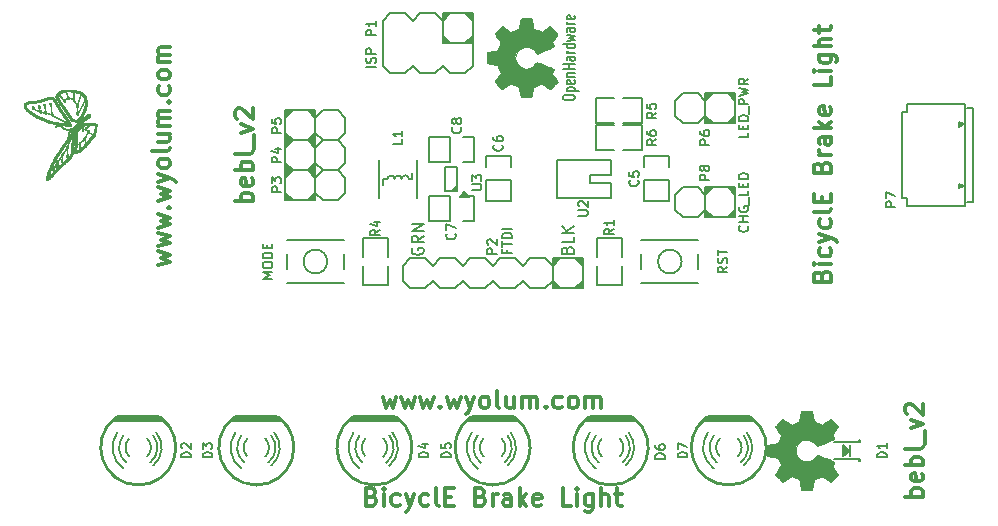
<source format=gto>
G04 #@! TF.FileFunction,Legend,Top*
%FSLAX46Y46*%
G04 Gerber Fmt 4.6, Leading zero omitted, Abs format (unit mm)*
G04 Created by KiCad (PCBNEW (2014-12-11 BZR 5320)-product) date Tue Feb  3 18:17:38 2015*
%MOMM*%
G01*
G04 APERTURE LIST*
%ADD10C,0.100000*%
%ADD11C,0.150000*%
%ADD12C,0.200000*%
%ADD13C,0.300000*%
%ADD14C,0.152400*%
%ADD15C,0.254000*%
%ADD16C,0.002540*%
G04 APERTURE END LIST*
D10*
D11*
X79952381Y-45166665D02*
X79952381Y-45033332D01*
X80000000Y-44966665D01*
X80095238Y-44899998D01*
X80285714Y-44866665D01*
X80619048Y-44866665D01*
X80809524Y-44899998D01*
X80904762Y-44966665D01*
X80952381Y-45033332D01*
X80952381Y-45166665D01*
X80904762Y-45233332D01*
X80809524Y-45299998D01*
X80619048Y-45333332D01*
X80285714Y-45333332D01*
X80095238Y-45299998D01*
X80000000Y-45233332D01*
X79952381Y-45166665D01*
X80285714Y-44566665D02*
X81285714Y-44566665D01*
X80333333Y-44566665D02*
X80285714Y-44499999D01*
X80285714Y-44366665D01*
X80333333Y-44299999D01*
X80380952Y-44266665D01*
X80476190Y-44233332D01*
X80761905Y-44233332D01*
X80857143Y-44266665D01*
X80904762Y-44299999D01*
X80952381Y-44366665D01*
X80952381Y-44499999D01*
X80904762Y-44566665D01*
X80904762Y-43666666D02*
X80952381Y-43733332D01*
X80952381Y-43866666D01*
X80904762Y-43933332D01*
X80809524Y-43966666D01*
X80428571Y-43966666D01*
X80333333Y-43933332D01*
X80285714Y-43866666D01*
X80285714Y-43733332D01*
X80333333Y-43666666D01*
X80428571Y-43633332D01*
X80523810Y-43633332D01*
X80619048Y-43966666D01*
X80285714Y-43333332D02*
X80952381Y-43333332D01*
X80380952Y-43333332D02*
X80333333Y-43299999D01*
X80285714Y-43233332D01*
X80285714Y-43133332D01*
X80333333Y-43066666D01*
X80428571Y-43033332D01*
X80952381Y-43033332D01*
X80952381Y-42699999D02*
X79952381Y-42699999D01*
X80428571Y-42699999D02*
X80428571Y-42299999D01*
X80952381Y-42299999D02*
X79952381Y-42299999D01*
X80952381Y-41666666D02*
X80428571Y-41666666D01*
X80333333Y-41700000D01*
X80285714Y-41766666D01*
X80285714Y-41900000D01*
X80333333Y-41966666D01*
X80904762Y-41666666D02*
X80952381Y-41733333D01*
X80952381Y-41900000D01*
X80904762Y-41966666D01*
X80809524Y-42000000D01*
X80714286Y-42000000D01*
X80619048Y-41966666D01*
X80571429Y-41900000D01*
X80571429Y-41733333D01*
X80523810Y-41666666D01*
X80952381Y-41333333D02*
X80285714Y-41333333D01*
X80476190Y-41333333D02*
X80380952Y-41300000D01*
X80333333Y-41266667D01*
X80285714Y-41200000D01*
X80285714Y-41133333D01*
X80952381Y-40600000D02*
X79952381Y-40600000D01*
X80904762Y-40600000D02*
X80952381Y-40666667D01*
X80952381Y-40800000D01*
X80904762Y-40866667D01*
X80857143Y-40900000D01*
X80761905Y-40933334D01*
X80476190Y-40933334D01*
X80380952Y-40900000D01*
X80333333Y-40866667D01*
X80285714Y-40800000D01*
X80285714Y-40666667D01*
X80333333Y-40600000D01*
X80285714Y-40333334D02*
X80952381Y-40200001D01*
X80476190Y-40066667D01*
X80952381Y-39933334D01*
X80285714Y-39800001D01*
X80952381Y-39233334D02*
X80428571Y-39233334D01*
X80333333Y-39266668D01*
X80285714Y-39333334D01*
X80285714Y-39466668D01*
X80333333Y-39533334D01*
X80904762Y-39233334D02*
X80952381Y-39300001D01*
X80952381Y-39466668D01*
X80904762Y-39533334D01*
X80809524Y-39566668D01*
X80714286Y-39566668D01*
X80619048Y-39533334D01*
X80571429Y-39466668D01*
X80571429Y-39300001D01*
X80523810Y-39233334D01*
X80952381Y-38900001D02*
X80285714Y-38900001D01*
X80476190Y-38900001D02*
X80380952Y-38866668D01*
X80333333Y-38833335D01*
X80285714Y-38766668D01*
X80285714Y-38700001D01*
X80904762Y-38200002D02*
X80952381Y-38266668D01*
X80952381Y-38400002D01*
X80904762Y-38466668D01*
X80809524Y-38500002D01*
X80428571Y-38500002D01*
X80333333Y-38466668D01*
X80285714Y-38400002D01*
X80285714Y-38266668D01*
X80333333Y-38200002D01*
X80428571Y-38166668D01*
X80523810Y-38166668D01*
X80619048Y-38500002D01*
D12*
X67200000Y-57861904D02*
X67152381Y-57957142D01*
X67152381Y-58099999D01*
X67200000Y-58242857D01*
X67295238Y-58338095D01*
X67390476Y-58385714D01*
X67580952Y-58433333D01*
X67723810Y-58433333D01*
X67914286Y-58385714D01*
X68009524Y-58338095D01*
X68104762Y-58242857D01*
X68152381Y-58099999D01*
X68152381Y-58004761D01*
X68104762Y-57861904D01*
X68057143Y-57814285D01*
X67723810Y-57814285D01*
X67723810Y-58004761D01*
X68152381Y-56814285D02*
X67676190Y-57147619D01*
X68152381Y-57385714D02*
X67152381Y-57385714D01*
X67152381Y-57004761D01*
X67200000Y-56909523D01*
X67247619Y-56861904D01*
X67342857Y-56814285D01*
X67485714Y-56814285D01*
X67580952Y-56861904D01*
X67628571Y-56909523D01*
X67676190Y-57004761D01*
X67676190Y-57385714D01*
X68152381Y-56385714D02*
X67152381Y-56385714D01*
X68152381Y-55814285D01*
X67152381Y-55814285D01*
X80328571Y-58033333D02*
X80376190Y-57890476D01*
X80423810Y-57842857D01*
X80519048Y-57795238D01*
X80661905Y-57795238D01*
X80757143Y-57842857D01*
X80804762Y-57890476D01*
X80852381Y-57985714D01*
X80852381Y-58366667D01*
X79852381Y-58366667D01*
X79852381Y-58033333D01*
X79900000Y-57938095D01*
X79947619Y-57890476D01*
X80042857Y-57842857D01*
X80138095Y-57842857D01*
X80233333Y-57890476D01*
X80280952Y-57938095D01*
X80328571Y-58033333D01*
X80328571Y-58366667D01*
X80852381Y-56890476D02*
X80852381Y-57366667D01*
X79852381Y-57366667D01*
X80852381Y-56557143D02*
X79852381Y-56557143D01*
X80852381Y-55985714D02*
X80280952Y-56414286D01*
X79852381Y-55985714D02*
X80423810Y-56557143D01*
D13*
X45678571Y-59285715D02*
X46678571Y-59000001D01*
X45964286Y-58714287D01*
X46678571Y-58428572D01*
X45678571Y-58142858D01*
X45678571Y-57714286D02*
X46678571Y-57428572D01*
X45964286Y-57142858D01*
X46678571Y-56857143D01*
X45678571Y-56571429D01*
X45678571Y-56142857D02*
X46678571Y-55857143D01*
X45964286Y-55571429D01*
X46678571Y-55285714D01*
X45678571Y-55000000D01*
X46535714Y-54428571D02*
X46607143Y-54357143D01*
X46678571Y-54428571D01*
X46607143Y-54500000D01*
X46535714Y-54428571D01*
X46678571Y-54428571D01*
X45678571Y-53857142D02*
X46678571Y-53571428D01*
X45964286Y-53285714D01*
X46678571Y-52999999D01*
X45678571Y-52714285D01*
X45678571Y-52285713D02*
X46678571Y-51928570D01*
X45678571Y-51571428D02*
X46678571Y-51928570D01*
X47035714Y-52071428D01*
X47107143Y-52142856D01*
X47178571Y-52285713D01*
X46678571Y-50785713D02*
X46607143Y-50928571D01*
X46535714Y-50999999D01*
X46392857Y-51071428D01*
X45964286Y-51071428D01*
X45821429Y-50999999D01*
X45750000Y-50928571D01*
X45678571Y-50785713D01*
X45678571Y-50571428D01*
X45750000Y-50428571D01*
X45821429Y-50357142D01*
X45964286Y-50285713D01*
X46392857Y-50285713D01*
X46535714Y-50357142D01*
X46607143Y-50428571D01*
X46678571Y-50571428D01*
X46678571Y-50785713D01*
X46678571Y-49428570D02*
X46607143Y-49571428D01*
X46464286Y-49642856D01*
X45178571Y-49642856D01*
X45678571Y-48214285D02*
X46678571Y-48214285D01*
X45678571Y-48857142D02*
X46464286Y-48857142D01*
X46607143Y-48785714D01*
X46678571Y-48642856D01*
X46678571Y-48428571D01*
X46607143Y-48285714D01*
X46535714Y-48214285D01*
X46678571Y-47499999D02*
X45678571Y-47499999D01*
X45821429Y-47499999D02*
X45750000Y-47428571D01*
X45678571Y-47285713D01*
X45678571Y-47071428D01*
X45750000Y-46928571D01*
X45892857Y-46857142D01*
X46678571Y-46857142D01*
X45892857Y-46857142D02*
X45750000Y-46785713D01*
X45678571Y-46642856D01*
X45678571Y-46428571D01*
X45750000Y-46285713D01*
X45892857Y-46214285D01*
X46678571Y-46214285D01*
X46535714Y-45499999D02*
X46607143Y-45428571D01*
X46678571Y-45499999D01*
X46607143Y-45571428D01*
X46535714Y-45499999D01*
X46678571Y-45499999D01*
X46607143Y-44142856D02*
X46678571Y-44285713D01*
X46678571Y-44571427D01*
X46607143Y-44714285D01*
X46535714Y-44785713D01*
X46392857Y-44857142D01*
X45964286Y-44857142D01*
X45821429Y-44785713D01*
X45750000Y-44714285D01*
X45678571Y-44571427D01*
X45678571Y-44285713D01*
X45750000Y-44142856D01*
X46678571Y-43285713D02*
X46607143Y-43428571D01*
X46535714Y-43499999D01*
X46392857Y-43571428D01*
X45964286Y-43571428D01*
X45821429Y-43499999D01*
X45750000Y-43428571D01*
X45678571Y-43285713D01*
X45678571Y-43071428D01*
X45750000Y-42928571D01*
X45821429Y-42857142D01*
X45964286Y-42785713D01*
X46392857Y-42785713D01*
X46535714Y-42857142D01*
X46607143Y-42928571D01*
X46678571Y-43071428D01*
X46678571Y-43285713D01*
X46678571Y-42142856D02*
X45678571Y-42142856D01*
X45821429Y-42142856D02*
X45750000Y-42071428D01*
X45678571Y-41928570D01*
X45678571Y-41714285D01*
X45750000Y-41571428D01*
X45892857Y-41499999D01*
X46678571Y-41499999D01*
X45892857Y-41499999D02*
X45750000Y-41428570D01*
X45678571Y-41285713D01*
X45678571Y-41071428D01*
X45750000Y-40928570D01*
X45892857Y-40857142D01*
X46678571Y-40857142D01*
X101892857Y-60214285D02*
X101964286Y-59999999D01*
X102035714Y-59928571D01*
X102178571Y-59857142D01*
X102392857Y-59857142D01*
X102535714Y-59928571D01*
X102607143Y-59999999D01*
X102678571Y-60142857D01*
X102678571Y-60714285D01*
X101178571Y-60714285D01*
X101178571Y-60214285D01*
X101250000Y-60071428D01*
X101321429Y-59999999D01*
X101464286Y-59928571D01*
X101607143Y-59928571D01*
X101750000Y-59999999D01*
X101821429Y-60071428D01*
X101892857Y-60214285D01*
X101892857Y-60714285D01*
X102678571Y-59214285D02*
X101678571Y-59214285D01*
X101178571Y-59214285D02*
X101250000Y-59285714D01*
X101321429Y-59214285D01*
X101250000Y-59142857D01*
X101178571Y-59214285D01*
X101321429Y-59214285D01*
X102607143Y-57857142D02*
X102678571Y-57999999D01*
X102678571Y-58285713D01*
X102607143Y-58428571D01*
X102535714Y-58499999D01*
X102392857Y-58571428D01*
X101964286Y-58571428D01*
X101821429Y-58499999D01*
X101750000Y-58428571D01*
X101678571Y-58285713D01*
X101678571Y-57999999D01*
X101750000Y-57857142D01*
X101678571Y-57357142D02*
X102678571Y-56999999D01*
X101678571Y-56642857D02*
X102678571Y-56999999D01*
X103035714Y-57142857D01*
X103107143Y-57214285D01*
X103178571Y-57357142D01*
X102607143Y-55428571D02*
X102678571Y-55571428D01*
X102678571Y-55857142D01*
X102607143Y-56000000D01*
X102535714Y-56071428D01*
X102392857Y-56142857D01*
X101964286Y-56142857D01*
X101821429Y-56071428D01*
X101750000Y-56000000D01*
X101678571Y-55857142D01*
X101678571Y-55571428D01*
X101750000Y-55428571D01*
X102678571Y-54571428D02*
X102607143Y-54714286D01*
X102464286Y-54785714D01*
X101178571Y-54785714D01*
X101892857Y-54000000D02*
X101892857Y-53500000D01*
X102678571Y-53285714D02*
X102678571Y-54000000D01*
X101178571Y-54000000D01*
X101178571Y-53285714D01*
X101892857Y-51000000D02*
X101964286Y-50785714D01*
X102035714Y-50714286D01*
X102178571Y-50642857D01*
X102392857Y-50642857D01*
X102535714Y-50714286D01*
X102607143Y-50785714D01*
X102678571Y-50928572D01*
X102678571Y-51500000D01*
X101178571Y-51500000D01*
X101178571Y-51000000D01*
X101250000Y-50857143D01*
X101321429Y-50785714D01*
X101464286Y-50714286D01*
X101607143Y-50714286D01*
X101750000Y-50785714D01*
X101821429Y-50857143D01*
X101892857Y-51000000D01*
X101892857Y-51500000D01*
X102678571Y-50000000D02*
X101678571Y-50000000D01*
X101964286Y-50000000D02*
X101821429Y-49928572D01*
X101750000Y-49857143D01*
X101678571Y-49714286D01*
X101678571Y-49571429D01*
X102678571Y-48428572D02*
X101892857Y-48428572D01*
X101750000Y-48500001D01*
X101678571Y-48642858D01*
X101678571Y-48928572D01*
X101750000Y-49071429D01*
X102607143Y-48428572D02*
X102678571Y-48571429D01*
X102678571Y-48928572D01*
X102607143Y-49071429D01*
X102464286Y-49142858D01*
X102321429Y-49142858D01*
X102178571Y-49071429D01*
X102107143Y-48928572D01*
X102107143Y-48571429D01*
X102035714Y-48428572D01*
X102678571Y-47714286D02*
X101178571Y-47714286D01*
X102107143Y-47571429D02*
X102678571Y-47142858D01*
X101678571Y-47142858D02*
X102250000Y-47714286D01*
X102607143Y-45928572D02*
X102678571Y-46071429D01*
X102678571Y-46357143D01*
X102607143Y-46500000D01*
X102464286Y-46571429D01*
X101892857Y-46571429D01*
X101750000Y-46500000D01*
X101678571Y-46357143D01*
X101678571Y-46071429D01*
X101750000Y-45928572D01*
X101892857Y-45857143D01*
X102035714Y-45857143D01*
X102178571Y-46571429D01*
X102678571Y-43357143D02*
X102678571Y-44071429D01*
X101178571Y-44071429D01*
X102678571Y-42857143D02*
X101678571Y-42857143D01*
X101178571Y-42857143D02*
X101250000Y-42928572D01*
X101321429Y-42857143D01*
X101250000Y-42785715D01*
X101178571Y-42857143D01*
X101321429Y-42857143D01*
X101678571Y-41500000D02*
X102892857Y-41500000D01*
X103035714Y-41571429D01*
X103107143Y-41642857D01*
X103178571Y-41785714D01*
X103178571Y-42000000D01*
X103107143Y-42142857D01*
X102607143Y-41500000D02*
X102678571Y-41642857D01*
X102678571Y-41928571D01*
X102607143Y-42071429D01*
X102535714Y-42142857D01*
X102392857Y-42214286D01*
X101964286Y-42214286D01*
X101821429Y-42142857D01*
X101750000Y-42071429D01*
X101678571Y-41928571D01*
X101678571Y-41642857D01*
X101750000Y-41500000D01*
X102678571Y-40785714D02*
X101178571Y-40785714D01*
X102678571Y-40142857D02*
X101892857Y-40142857D01*
X101750000Y-40214286D01*
X101678571Y-40357143D01*
X101678571Y-40571428D01*
X101750000Y-40714286D01*
X101821429Y-40785714D01*
X101678571Y-39642857D02*
X101678571Y-39071428D01*
X101178571Y-39428571D02*
X102464286Y-39428571D01*
X102607143Y-39357143D01*
X102678571Y-39214285D01*
X102678571Y-39071428D01*
X53678571Y-53892856D02*
X52178571Y-53892856D01*
X52750000Y-53892856D02*
X52678571Y-53749999D01*
X52678571Y-53464285D01*
X52750000Y-53321428D01*
X52821429Y-53249999D01*
X52964286Y-53178570D01*
X53392857Y-53178570D01*
X53535714Y-53249999D01*
X53607143Y-53321428D01*
X53678571Y-53464285D01*
X53678571Y-53749999D01*
X53607143Y-53892856D01*
X53607143Y-51964285D02*
X53678571Y-52107142D01*
X53678571Y-52392856D01*
X53607143Y-52535713D01*
X53464286Y-52607142D01*
X52892857Y-52607142D01*
X52750000Y-52535713D01*
X52678571Y-52392856D01*
X52678571Y-52107142D01*
X52750000Y-51964285D01*
X52892857Y-51892856D01*
X53035714Y-51892856D01*
X53178571Y-52607142D01*
X53678571Y-51249999D02*
X52178571Y-51249999D01*
X52750000Y-51249999D02*
X52678571Y-51107142D01*
X52678571Y-50821428D01*
X52750000Y-50678571D01*
X52821429Y-50607142D01*
X52964286Y-50535713D01*
X53392857Y-50535713D01*
X53535714Y-50607142D01*
X53607143Y-50678571D01*
X53678571Y-50821428D01*
X53678571Y-51107142D01*
X53607143Y-51249999D01*
X53678571Y-49678570D02*
X53607143Y-49821428D01*
X53464286Y-49892856D01*
X52178571Y-49892856D01*
X53821429Y-49464285D02*
X53821429Y-48321428D01*
X52678571Y-48107142D02*
X53678571Y-47749999D01*
X52678571Y-47392857D01*
X52321429Y-46892857D02*
X52250000Y-46821428D01*
X52178571Y-46678571D01*
X52178571Y-46321428D01*
X52250000Y-46178571D01*
X52321429Y-46107142D01*
X52464286Y-46035714D01*
X52607143Y-46035714D01*
X52821429Y-46107142D01*
X53678571Y-46964285D01*
X53678571Y-46035714D01*
X63785715Y-78892857D02*
X64000001Y-78964286D01*
X64071429Y-79035714D01*
X64142858Y-79178571D01*
X64142858Y-79392857D01*
X64071429Y-79535714D01*
X64000001Y-79607143D01*
X63857143Y-79678571D01*
X63285715Y-79678571D01*
X63285715Y-78178571D01*
X63785715Y-78178571D01*
X63928572Y-78250000D01*
X64000001Y-78321429D01*
X64071429Y-78464286D01*
X64071429Y-78607143D01*
X64000001Y-78750000D01*
X63928572Y-78821429D01*
X63785715Y-78892857D01*
X63285715Y-78892857D01*
X64785715Y-79678571D02*
X64785715Y-78678571D01*
X64785715Y-78178571D02*
X64714286Y-78250000D01*
X64785715Y-78321429D01*
X64857143Y-78250000D01*
X64785715Y-78178571D01*
X64785715Y-78321429D01*
X66142858Y-79607143D02*
X66000001Y-79678571D01*
X65714287Y-79678571D01*
X65571429Y-79607143D01*
X65500001Y-79535714D01*
X65428572Y-79392857D01*
X65428572Y-78964286D01*
X65500001Y-78821429D01*
X65571429Y-78750000D01*
X65714287Y-78678571D01*
X66000001Y-78678571D01*
X66142858Y-78750000D01*
X66642858Y-78678571D02*
X67000001Y-79678571D01*
X67357143Y-78678571D02*
X67000001Y-79678571D01*
X66857143Y-80035714D01*
X66785715Y-80107143D01*
X66642858Y-80178571D01*
X68571429Y-79607143D02*
X68428572Y-79678571D01*
X68142858Y-79678571D01*
X68000000Y-79607143D01*
X67928572Y-79535714D01*
X67857143Y-79392857D01*
X67857143Y-78964286D01*
X67928572Y-78821429D01*
X68000000Y-78750000D01*
X68142858Y-78678571D01*
X68428572Y-78678571D01*
X68571429Y-78750000D01*
X69428572Y-79678571D02*
X69285714Y-79607143D01*
X69214286Y-79464286D01*
X69214286Y-78178571D01*
X70000000Y-78892857D02*
X70500000Y-78892857D01*
X70714286Y-79678571D02*
X70000000Y-79678571D01*
X70000000Y-78178571D01*
X70714286Y-78178571D01*
X73000000Y-78892857D02*
X73214286Y-78964286D01*
X73285714Y-79035714D01*
X73357143Y-79178571D01*
X73357143Y-79392857D01*
X73285714Y-79535714D01*
X73214286Y-79607143D01*
X73071428Y-79678571D01*
X72500000Y-79678571D01*
X72500000Y-78178571D01*
X73000000Y-78178571D01*
X73142857Y-78250000D01*
X73214286Y-78321429D01*
X73285714Y-78464286D01*
X73285714Y-78607143D01*
X73214286Y-78750000D01*
X73142857Y-78821429D01*
X73000000Y-78892857D01*
X72500000Y-78892857D01*
X74000000Y-79678571D02*
X74000000Y-78678571D01*
X74000000Y-78964286D02*
X74071428Y-78821429D01*
X74142857Y-78750000D01*
X74285714Y-78678571D01*
X74428571Y-78678571D01*
X75571428Y-79678571D02*
X75571428Y-78892857D01*
X75499999Y-78750000D01*
X75357142Y-78678571D01*
X75071428Y-78678571D01*
X74928571Y-78750000D01*
X75571428Y-79607143D02*
X75428571Y-79678571D01*
X75071428Y-79678571D01*
X74928571Y-79607143D01*
X74857142Y-79464286D01*
X74857142Y-79321429D01*
X74928571Y-79178571D01*
X75071428Y-79107143D01*
X75428571Y-79107143D01*
X75571428Y-79035714D01*
X76285714Y-79678571D02*
X76285714Y-78178571D01*
X76428571Y-79107143D02*
X76857142Y-79678571D01*
X76857142Y-78678571D02*
X76285714Y-79250000D01*
X78071428Y-79607143D02*
X77928571Y-79678571D01*
X77642857Y-79678571D01*
X77500000Y-79607143D01*
X77428571Y-79464286D01*
X77428571Y-78892857D01*
X77500000Y-78750000D01*
X77642857Y-78678571D01*
X77928571Y-78678571D01*
X78071428Y-78750000D01*
X78142857Y-78892857D01*
X78142857Y-79035714D01*
X77428571Y-79178571D01*
X80642857Y-79678571D02*
X79928571Y-79678571D01*
X79928571Y-78178571D01*
X81142857Y-79678571D02*
X81142857Y-78678571D01*
X81142857Y-78178571D02*
X81071428Y-78250000D01*
X81142857Y-78321429D01*
X81214285Y-78250000D01*
X81142857Y-78178571D01*
X81142857Y-78321429D01*
X82500000Y-78678571D02*
X82500000Y-79892857D01*
X82428571Y-80035714D01*
X82357143Y-80107143D01*
X82214286Y-80178571D01*
X82000000Y-80178571D01*
X81857143Y-80107143D01*
X82500000Y-79607143D02*
X82357143Y-79678571D01*
X82071429Y-79678571D01*
X81928571Y-79607143D01*
X81857143Y-79535714D01*
X81785714Y-79392857D01*
X81785714Y-78964286D01*
X81857143Y-78821429D01*
X81928571Y-78750000D01*
X82071429Y-78678571D01*
X82357143Y-78678571D01*
X82500000Y-78750000D01*
X83214286Y-79678571D02*
X83214286Y-78178571D01*
X83857143Y-79678571D02*
X83857143Y-78892857D01*
X83785714Y-78750000D01*
X83642857Y-78678571D01*
X83428572Y-78678571D01*
X83285714Y-78750000D01*
X83214286Y-78821429D01*
X84357143Y-78678571D02*
X84928572Y-78678571D01*
X84571429Y-78178571D02*
X84571429Y-79464286D01*
X84642857Y-79607143D01*
X84785715Y-79678571D01*
X84928572Y-79678571D01*
X110428571Y-78892856D02*
X108928571Y-78892856D01*
X109500000Y-78892856D02*
X109428571Y-78749999D01*
X109428571Y-78464285D01*
X109500000Y-78321428D01*
X109571429Y-78249999D01*
X109714286Y-78178570D01*
X110142857Y-78178570D01*
X110285714Y-78249999D01*
X110357143Y-78321428D01*
X110428571Y-78464285D01*
X110428571Y-78749999D01*
X110357143Y-78892856D01*
X110357143Y-76964285D02*
X110428571Y-77107142D01*
X110428571Y-77392856D01*
X110357143Y-77535713D01*
X110214286Y-77607142D01*
X109642857Y-77607142D01*
X109500000Y-77535713D01*
X109428571Y-77392856D01*
X109428571Y-77107142D01*
X109500000Y-76964285D01*
X109642857Y-76892856D01*
X109785714Y-76892856D01*
X109928571Y-77607142D01*
X110428571Y-76249999D02*
X108928571Y-76249999D01*
X109500000Y-76249999D02*
X109428571Y-76107142D01*
X109428571Y-75821428D01*
X109500000Y-75678571D01*
X109571429Y-75607142D01*
X109714286Y-75535713D01*
X110142857Y-75535713D01*
X110285714Y-75607142D01*
X110357143Y-75678571D01*
X110428571Y-75821428D01*
X110428571Y-76107142D01*
X110357143Y-76249999D01*
X110428571Y-74678570D02*
X110357143Y-74821428D01*
X110214286Y-74892856D01*
X108928571Y-74892856D01*
X110571429Y-74464285D02*
X110571429Y-73321428D01*
X109428571Y-73107142D02*
X110428571Y-72749999D01*
X109428571Y-72392857D01*
X109071429Y-71892857D02*
X109000000Y-71821428D01*
X108928571Y-71678571D01*
X108928571Y-71321428D01*
X109000000Y-71178571D01*
X109071429Y-71107142D01*
X109214286Y-71035714D01*
X109357143Y-71035714D01*
X109571429Y-71107142D01*
X110428571Y-71964285D01*
X110428571Y-71035714D01*
X64714285Y-70428571D02*
X64999999Y-71428571D01*
X65285713Y-70714286D01*
X65571428Y-71428571D01*
X65857142Y-70428571D01*
X66285714Y-70428571D02*
X66571428Y-71428571D01*
X66857142Y-70714286D01*
X67142857Y-71428571D01*
X67428571Y-70428571D01*
X67857143Y-70428571D02*
X68142857Y-71428571D01*
X68428571Y-70714286D01*
X68714286Y-71428571D01*
X69000000Y-70428571D01*
X69571429Y-71285714D02*
X69642857Y-71357143D01*
X69571429Y-71428571D01*
X69500000Y-71357143D01*
X69571429Y-71285714D01*
X69571429Y-71428571D01*
X70142858Y-70428571D02*
X70428572Y-71428571D01*
X70714286Y-70714286D01*
X71000001Y-71428571D01*
X71285715Y-70428571D01*
X71714287Y-70428571D02*
X72071430Y-71428571D01*
X72428572Y-70428571D02*
X72071430Y-71428571D01*
X71928572Y-71785714D01*
X71857144Y-71857143D01*
X71714287Y-71928571D01*
X73214287Y-71428571D02*
X73071429Y-71357143D01*
X73000001Y-71285714D01*
X72928572Y-71142857D01*
X72928572Y-70714286D01*
X73000001Y-70571429D01*
X73071429Y-70500000D01*
X73214287Y-70428571D01*
X73428572Y-70428571D01*
X73571429Y-70500000D01*
X73642858Y-70571429D01*
X73714287Y-70714286D01*
X73714287Y-71142857D01*
X73642858Y-71285714D01*
X73571429Y-71357143D01*
X73428572Y-71428571D01*
X73214287Y-71428571D01*
X74571430Y-71428571D02*
X74428572Y-71357143D01*
X74357144Y-71214286D01*
X74357144Y-69928571D01*
X75785715Y-70428571D02*
X75785715Y-71428571D01*
X75142858Y-70428571D02*
X75142858Y-71214286D01*
X75214286Y-71357143D01*
X75357144Y-71428571D01*
X75571429Y-71428571D01*
X75714286Y-71357143D01*
X75785715Y-71285714D01*
X76500001Y-71428571D02*
X76500001Y-70428571D01*
X76500001Y-70571429D02*
X76571429Y-70500000D01*
X76714287Y-70428571D01*
X76928572Y-70428571D01*
X77071429Y-70500000D01*
X77142858Y-70642857D01*
X77142858Y-71428571D01*
X77142858Y-70642857D02*
X77214287Y-70500000D01*
X77357144Y-70428571D01*
X77571429Y-70428571D01*
X77714287Y-70500000D01*
X77785715Y-70642857D01*
X77785715Y-71428571D01*
X78500001Y-71285714D02*
X78571429Y-71357143D01*
X78500001Y-71428571D01*
X78428572Y-71357143D01*
X78500001Y-71285714D01*
X78500001Y-71428571D01*
X79857144Y-71357143D02*
X79714287Y-71428571D01*
X79428573Y-71428571D01*
X79285715Y-71357143D01*
X79214287Y-71285714D01*
X79142858Y-71142857D01*
X79142858Y-70714286D01*
X79214287Y-70571429D01*
X79285715Y-70500000D01*
X79428573Y-70428571D01*
X79714287Y-70428571D01*
X79857144Y-70500000D01*
X80714287Y-71428571D02*
X80571429Y-71357143D01*
X80500001Y-71285714D01*
X80428572Y-71142857D01*
X80428572Y-70714286D01*
X80500001Y-70571429D01*
X80571429Y-70500000D01*
X80714287Y-70428571D01*
X80928572Y-70428571D01*
X81071429Y-70500000D01*
X81142858Y-70571429D01*
X81214287Y-70714286D01*
X81214287Y-71142857D01*
X81142858Y-71285714D01*
X81071429Y-71357143D01*
X80928572Y-71428571D01*
X80714287Y-71428571D01*
X81857144Y-71428571D02*
X81857144Y-70428571D01*
X81857144Y-70571429D02*
X81928572Y-70500000D01*
X82071430Y-70428571D01*
X82285715Y-70428571D01*
X82428572Y-70500000D01*
X82500001Y-70642857D01*
X82500001Y-71428571D01*
X82500001Y-70642857D02*
X82571430Y-70500000D01*
X82714287Y-70428571D01*
X82928572Y-70428571D01*
X83071430Y-70500000D01*
X83142858Y-70642857D01*
X83142858Y-71428571D01*
D14*
X94159000Y-55206500D02*
X94159000Y-55079500D01*
X94286000Y-55206500D02*
X94286000Y-54952500D01*
X94413000Y-55206500D02*
X94413000Y-54825500D01*
X92381000Y-55206500D02*
X92381000Y-55079500D01*
X92254000Y-55206500D02*
X92254000Y-54952500D01*
X92127000Y-55206500D02*
X92127000Y-54825500D01*
X92381000Y-52793500D02*
X92381000Y-52920500D01*
X92254000Y-52793500D02*
X92254000Y-53047500D01*
X92127000Y-52793500D02*
X92127000Y-53174500D01*
X94159000Y-52793500D02*
X94159000Y-52920500D01*
X94286000Y-52793500D02*
X94286000Y-53047500D01*
X94413000Y-52793500D02*
X94413000Y-53174500D01*
X93905000Y-52730000D02*
X94540000Y-52730000D01*
X94540000Y-52730000D02*
X94540000Y-53365000D01*
X92000000Y-53365000D02*
X92000000Y-52730000D01*
X92000000Y-52730000D02*
X92635000Y-52730000D01*
X92635000Y-55270000D02*
X92000000Y-55270000D01*
X92000000Y-55270000D02*
X92000000Y-54698500D01*
X94540000Y-54635000D02*
X94540000Y-55270000D01*
X94540000Y-55270000D02*
X93905000Y-55270000D01*
X92000000Y-54635000D02*
X92000000Y-53365000D01*
X94540000Y-54000000D02*
X94540000Y-53365000D01*
X94540000Y-53365000D02*
X93905000Y-52730000D01*
X93905000Y-52730000D02*
X92635000Y-52730000D01*
X92635000Y-52730000D02*
X92000000Y-53365000D01*
X92000000Y-53365000D02*
X91365000Y-52730000D01*
X91365000Y-52730000D02*
X90095000Y-52730000D01*
X90095000Y-52730000D02*
X89460000Y-53365000D01*
X89460000Y-53365000D02*
X89460000Y-54635000D01*
X89460000Y-54635000D02*
X90095000Y-55270000D01*
X90095000Y-55270000D02*
X91365000Y-55270000D01*
X91365000Y-55270000D02*
X92000000Y-54635000D01*
X92000000Y-54635000D02*
X92635000Y-55270000D01*
X92635000Y-55270000D02*
X93905000Y-55270000D01*
X93905000Y-55270000D02*
X94540000Y-54635000D01*
X94540000Y-54635000D02*
X94540000Y-54000000D01*
X56841000Y-48793500D02*
X56841000Y-48920500D01*
X56714000Y-48793500D02*
X56714000Y-49047500D01*
X56587000Y-48793500D02*
X56587000Y-49174500D01*
X58619000Y-48793500D02*
X58619000Y-48920500D01*
X58746000Y-48793500D02*
X58746000Y-49047500D01*
X58873000Y-48793500D02*
X58873000Y-49174500D01*
X58619000Y-51206500D02*
X58619000Y-51079500D01*
X58746000Y-51206500D02*
X58746000Y-50952500D01*
X58873000Y-51206500D02*
X58873000Y-50825500D01*
X56841000Y-51206500D02*
X56841000Y-51079500D01*
X56714000Y-51206500D02*
X56714000Y-50952500D01*
X56587000Y-51206500D02*
X56587000Y-50825500D01*
X57095000Y-51270000D02*
X56460000Y-51270000D01*
X56460000Y-51270000D02*
X56460000Y-50635000D01*
X59000000Y-50635000D02*
X59000000Y-51270000D01*
X59000000Y-51270000D02*
X58365000Y-51270000D01*
X58365000Y-48730000D02*
X59000000Y-48730000D01*
X59000000Y-48730000D02*
X59000000Y-49301500D01*
X56460000Y-49365000D02*
X56460000Y-48730000D01*
X56460000Y-48730000D02*
X57095000Y-48730000D01*
X59000000Y-49365000D02*
X59000000Y-50635000D01*
X56460000Y-50000000D02*
X56460000Y-50635000D01*
X56460000Y-50635000D02*
X57095000Y-51270000D01*
X57095000Y-51270000D02*
X58365000Y-51270000D01*
X58365000Y-51270000D02*
X59000000Y-50635000D01*
X59000000Y-50635000D02*
X59635000Y-51270000D01*
X59635000Y-51270000D02*
X60905000Y-51270000D01*
X60905000Y-51270000D02*
X61540000Y-50635000D01*
X61540000Y-50635000D02*
X61540000Y-49365000D01*
X61540000Y-49365000D02*
X60905000Y-48730000D01*
X60905000Y-48730000D02*
X59635000Y-48730000D01*
X59635000Y-48730000D02*
X59000000Y-49365000D01*
X59000000Y-49365000D02*
X58365000Y-48730000D01*
X58365000Y-48730000D02*
X57095000Y-48730000D01*
X57095000Y-48730000D02*
X56460000Y-49365000D01*
X56460000Y-49365000D02*
X56460000Y-50000000D01*
X56841000Y-51333500D02*
X56841000Y-51460500D01*
X56714000Y-51333500D02*
X56714000Y-51587500D01*
X56587000Y-51333500D02*
X56587000Y-51714500D01*
X58619000Y-51333500D02*
X58619000Y-51460500D01*
X58746000Y-51333500D02*
X58746000Y-51587500D01*
X58873000Y-51333500D02*
X58873000Y-51714500D01*
X58619000Y-53746500D02*
X58619000Y-53619500D01*
X58746000Y-53746500D02*
X58746000Y-53492500D01*
X58873000Y-53746500D02*
X58873000Y-53365500D01*
X56841000Y-53746500D02*
X56841000Y-53619500D01*
X56714000Y-53746500D02*
X56714000Y-53492500D01*
X56587000Y-53746500D02*
X56587000Y-53365500D01*
X57095000Y-53810000D02*
X56460000Y-53810000D01*
X56460000Y-53810000D02*
X56460000Y-53175000D01*
X59000000Y-53175000D02*
X59000000Y-53810000D01*
X59000000Y-53810000D02*
X58365000Y-53810000D01*
X58365000Y-51270000D02*
X59000000Y-51270000D01*
X59000000Y-51270000D02*
X59000000Y-51841500D01*
X56460000Y-51905000D02*
X56460000Y-51270000D01*
X56460000Y-51270000D02*
X57095000Y-51270000D01*
X59000000Y-51905000D02*
X59000000Y-53175000D01*
X56460000Y-52540000D02*
X56460000Y-53175000D01*
X56460000Y-53175000D02*
X57095000Y-53810000D01*
X57095000Y-53810000D02*
X58365000Y-53810000D01*
X58365000Y-53810000D02*
X59000000Y-53175000D01*
X59000000Y-53175000D02*
X59635000Y-53810000D01*
X59635000Y-53810000D02*
X60905000Y-53810000D01*
X60905000Y-53810000D02*
X61540000Y-53175000D01*
X61540000Y-53175000D02*
X61540000Y-51905000D01*
X61540000Y-51905000D02*
X60905000Y-51270000D01*
X60905000Y-51270000D02*
X59635000Y-51270000D01*
X59635000Y-51270000D02*
X59000000Y-51905000D01*
X59000000Y-51905000D02*
X58365000Y-51270000D01*
X58365000Y-51270000D02*
X57095000Y-51270000D01*
X57095000Y-51270000D02*
X56460000Y-51905000D01*
X56460000Y-51905000D02*
X56460000Y-52540000D01*
X68595000Y-53420500D02*
X70373000Y-53420500D01*
X68595000Y-55579500D02*
X70373000Y-55579500D01*
X71516000Y-53420500D02*
X72405000Y-53420500D01*
X72405000Y-55579500D02*
X71516000Y-55579500D01*
X70373000Y-55579500D02*
X70373000Y-53420500D01*
X68595000Y-55579500D02*
X68595000Y-53420500D01*
X72405000Y-55579500D02*
X72405000Y-53420500D01*
X86820500Y-53905000D02*
X86820500Y-52127000D01*
X88979500Y-53905000D02*
X88979500Y-52127000D01*
X86820500Y-50984000D02*
X86820500Y-50095000D01*
X88979500Y-50095000D02*
X88979500Y-50984000D01*
X88979500Y-52127000D02*
X86820500Y-52127000D01*
X88979500Y-53905000D02*
X86820500Y-53905000D01*
X88979500Y-50095000D02*
X86820500Y-50095000D01*
X68595000Y-48420500D02*
X70373000Y-48420500D01*
X68595000Y-50579500D02*
X70373000Y-50579500D01*
X71516000Y-48420500D02*
X72405000Y-48420500D01*
X72405000Y-50579500D02*
X71516000Y-50579500D01*
X70373000Y-50579500D02*
X70373000Y-48420500D01*
X68595000Y-50579500D02*
X68595000Y-48420500D01*
X72405000Y-50579500D02*
X72405000Y-48420500D01*
X73420500Y-53905000D02*
X73420500Y-52127000D01*
X75579500Y-53905000D02*
X75579500Y-52127000D01*
X73420500Y-50984000D02*
X73420500Y-50095000D01*
X75579500Y-50095000D02*
X75579500Y-50984000D01*
X75579500Y-52127000D02*
X73420500Y-52127000D01*
X75579500Y-53905000D02*
X73420500Y-53905000D01*
X75579500Y-50095000D02*
X73420500Y-50095000D01*
D11*
X95778000Y-72079000D02*
X92222000Y-72079000D01*
X92095000Y-72206000D02*
X95905000Y-72206000D01*
X96032000Y-72333000D02*
X92095000Y-72333000D01*
X91968000Y-72460000D02*
X96286000Y-72460000D01*
X95270000Y-76270000D02*
G75*
G03X95524000Y-73476000I-1270000J1524000D01*
G01*
X95016000Y-76016000D02*
G75*
G03X95270000Y-73730000I-1016000J1270000D01*
G01*
X94762000Y-75508000D02*
G75*
G03X94762000Y-73984000I-762000J762000D01*
G01*
X92222000Y-73476000D02*
G75*
G03X92730000Y-76524000I1778000J-1270000D01*
G01*
X92730000Y-73730000D02*
G75*
G03X92984000Y-76016000I1270000J-1016000D01*
G01*
X93238000Y-73984000D02*
G75*
G03X93238000Y-75508000I762000J-762000D01*
G01*
D15*
X92092332Y-72208003D02*
G75*
G03X95905000Y-72206000I1907668J-2537997D01*
G01*
D11*
X85778000Y-72079000D02*
X82222000Y-72079000D01*
X82095000Y-72206000D02*
X85905000Y-72206000D01*
X86032000Y-72333000D02*
X82095000Y-72333000D01*
X81968000Y-72460000D02*
X86286000Y-72460000D01*
X85270000Y-76270000D02*
G75*
G03X85524000Y-73476000I-1270000J1524000D01*
G01*
X85016000Y-76016000D02*
G75*
G03X85270000Y-73730000I-1016000J1270000D01*
G01*
X84762000Y-75508000D02*
G75*
G03X84762000Y-73984000I-762000J762000D01*
G01*
X82222000Y-73476000D02*
G75*
G03X82730000Y-76524000I1778000J-1270000D01*
G01*
X82730000Y-73730000D02*
G75*
G03X82984000Y-76016000I1270000J-1016000D01*
G01*
X83238000Y-73984000D02*
G75*
G03X83238000Y-75508000I762000J-762000D01*
G01*
D15*
X82092332Y-72208003D02*
G75*
G03X85905000Y-72206000I1907668J-2537997D01*
G01*
D11*
X75778000Y-72079000D02*
X72222000Y-72079000D01*
X72095000Y-72206000D02*
X75905000Y-72206000D01*
X76032000Y-72333000D02*
X72095000Y-72333000D01*
X71968000Y-72460000D02*
X76286000Y-72460000D01*
X75270000Y-76270000D02*
G75*
G03X75524000Y-73476000I-1270000J1524000D01*
G01*
X75016000Y-76016000D02*
G75*
G03X75270000Y-73730000I-1016000J1270000D01*
G01*
X74762000Y-75508000D02*
G75*
G03X74762000Y-73984000I-762000J762000D01*
G01*
X72222000Y-73476000D02*
G75*
G03X72730000Y-76524000I1778000J-1270000D01*
G01*
X72730000Y-73730000D02*
G75*
G03X72984000Y-76016000I1270000J-1016000D01*
G01*
X73238000Y-73984000D02*
G75*
G03X73238000Y-75508000I762000J-762000D01*
G01*
D15*
X72092332Y-72208003D02*
G75*
G03X75905000Y-72206000I1907668J-2537997D01*
G01*
D11*
X65778000Y-72079000D02*
X62222000Y-72079000D01*
X62095000Y-72206000D02*
X65905000Y-72206000D01*
X66032000Y-72333000D02*
X62095000Y-72333000D01*
X61968000Y-72460000D02*
X66286000Y-72460000D01*
X65270000Y-76270000D02*
G75*
G03X65524000Y-73476000I-1270000J1524000D01*
G01*
X65016000Y-76016000D02*
G75*
G03X65270000Y-73730000I-1016000J1270000D01*
G01*
X64762000Y-75508000D02*
G75*
G03X64762000Y-73984000I-762000J762000D01*
G01*
X62222000Y-73476000D02*
G75*
G03X62730000Y-76524000I1778000J-1270000D01*
G01*
X62730000Y-73730000D02*
G75*
G03X62984000Y-76016000I1270000J-1016000D01*
G01*
X63238000Y-73984000D02*
G75*
G03X63238000Y-75508000I762000J-762000D01*
G01*
D15*
X62092332Y-72208003D02*
G75*
G03X65905000Y-72206000I1907668J-2537997D01*
G01*
D11*
X55778000Y-72079000D02*
X52222000Y-72079000D01*
X52095000Y-72206000D02*
X55905000Y-72206000D01*
X56032000Y-72333000D02*
X52095000Y-72333000D01*
X51968000Y-72460000D02*
X56286000Y-72460000D01*
X55270000Y-76270000D02*
G75*
G03X55524000Y-73476000I-1270000J1524000D01*
G01*
X55016000Y-76016000D02*
G75*
G03X55270000Y-73730000I-1016000J1270000D01*
G01*
X54762000Y-75508000D02*
G75*
G03X54762000Y-73984000I-762000J762000D01*
G01*
X52222000Y-73476000D02*
G75*
G03X52730000Y-76524000I1778000J-1270000D01*
G01*
X52730000Y-73730000D02*
G75*
G03X52984000Y-76016000I1270000J-1016000D01*
G01*
X53238000Y-73984000D02*
G75*
G03X53238000Y-75508000I762000J-762000D01*
G01*
D15*
X52092332Y-72208003D02*
G75*
G03X55905000Y-72206000I1907668J-2537997D01*
G01*
D11*
X45778000Y-72079000D02*
X42222000Y-72079000D01*
X42095000Y-72206000D02*
X45905000Y-72206000D01*
X46032000Y-72333000D02*
X42095000Y-72333000D01*
X41968000Y-72460000D02*
X46286000Y-72460000D01*
X45270000Y-76270000D02*
G75*
G03X45524000Y-73476000I-1270000J1524000D01*
G01*
X45016000Y-76016000D02*
G75*
G03X45270000Y-73730000I-1016000J1270000D01*
G01*
X44762000Y-75508000D02*
G75*
G03X44762000Y-73984000I-762000J762000D01*
G01*
X42222000Y-73476000D02*
G75*
G03X42730000Y-76524000I1778000J-1270000D01*
G01*
X42730000Y-73730000D02*
G75*
G03X42984000Y-76016000I1270000J-1016000D01*
G01*
X43238000Y-73984000D02*
G75*
G03X43238000Y-75508000I762000J-762000D01*
G01*
D15*
X42092332Y-72208003D02*
G75*
G03X45905000Y-72206000I1907668J-2537997D01*
G01*
D11*
X104300000Y-74500000D02*
X104300000Y-75500000D01*
X104100000Y-75100000D02*
X104100000Y-74900000D01*
X104000000Y-74800000D02*
X104000000Y-75200000D01*
X103900000Y-75300000D02*
X103900000Y-74700000D01*
X103800000Y-74600000D02*
X103800000Y-75400000D01*
X103700000Y-74500000D02*
X103700000Y-75500000D01*
X103700000Y-75500000D02*
X104200000Y-75000000D01*
X104200000Y-75000000D02*
X103700000Y-74500000D01*
X105100000Y-75700000D02*
X105100000Y-75900000D01*
X105100000Y-75900000D02*
X105000000Y-75900000D01*
X105000000Y-75900000D02*
X105000000Y-75700000D01*
X105100000Y-74300000D02*
X105100000Y-74100000D01*
X105100000Y-74100000D02*
X105000000Y-74100000D01*
X105000000Y-74100000D02*
X105000000Y-74300000D01*
X102900000Y-74300000D02*
X105100000Y-74300000D01*
X105100000Y-75700000D02*
X102900000Y-75700000D01*
X67200000Y-52000000D02*
X67200000Y-51500000D01*
X64700000Y-52000000D02*
X64700000Y-52500000D01*
X66900000Y-52000000D02*
X67200000Y-52000000D01*
X65100000Y-52000000D02*
X64700000Y-52000000D01*
X65400000Y-51700000D02*
G75*
G03X65100000Y-52000000I0J-300000D01*
G01*
X65700000Y-52000000D02*
G75*
G03X65400000Y-51700000I-300000J0D01*
G01*
X66900000Y-52000000D02*
G75*
G03X66600000Y-51700000I-300000J0D01*
G01*
X66600000Y-51700000D02*
G75*
G03X66300000Y-52000000I0J-300000D01*
G01*
X66300000Y-52000000D02*
G75*
G03X66000000Y-51700000I-300000J0D01*
G01*
X66000000Y-51700000D02*
G75*
G03X65700000Y-52000000I0J-300000D01*
G01*
X67600000Y-53600000D02*
X67600000Y-50400000D01*
X64400000Y-50400000D02*
X64400000Y-53600000D01*
D14*
X79461000Y-61206500D02*
X79461000Y-61079500D01*
X79334000Y-61206500D02*
X79334000Y-60952500D01*
X79207000Y-61206500D02*
X79207000Y-60825500D01*
X81239000Y-61206500D02*
X81239000Y-61079500D01*
X81366000Y-61206500D02*
X81366000Y-60952500D01*
X81493000Y-61206500D02*
X81493000Y-60825500D01*
X81239000Y-58793500D02*
X81239000Y-58920500D01*
X81366000Y-58793500D02*
X81366000Y-59047500D01*
X81493000Y-58793500D02*
X81493000Y-59174500D01*
X79461000Y-58793500D02*
X79461000Y-58920500D01*
X79334000Y-58793500D02*
X79334000Y-58984000D01*
X79207000Y-58793500D02*
X79207000Y-59174500D01*
X79715000Y-61270000D02*
X79143500Y-61270000D01*
X79143500Y-61270000D02*
X79080000Y-61270000D01*
X79080000Y-61270000D02*
X79080000Y-60698500D01*
X81620000Y-60635000D02*
X81620000Y-61270000D01*
X81620000Y-61270000D02*
X80985000Y-61270000D01*
X79080000Y-59365000D02*
X79080000Y-58730000D01*
X79080000Y-58730000D02*
X79715000Y-58730000D01*
X81620000Y-59365000D02*
X81620000Y-58730000D01*
X81620000Y-58730000D02*
X80985000Y-58730000D01*
X79080000Y-60635000D02*
X79080000Y-59365000D01*
X81620000Y-60635000D02*
X81620000Y-59365000D01*
X81620000Y-59365000D02*
X80985000Y-58730000D01*
X80985000Y-58730000D02*
X79715000Y-58730000D01*
X79715000Y-58730000D02*
X79080000Y-59365000D01*
X79080000Y-59365000D02*
X78445000Y-58730000D01*
X78445000Y-58730000D02*
X77175000Y-58730000D01*
X77175000Y-58730000D02*
X76540000Y-59365000D01*
X76540000Y-59365000D02*
X75905000Y-58730000D01*
X75905000Y-58730000D02*
X74635000Y-58730000D01*
X74635000Y-58730000D02*
X74000000Y-59365000D01*
X74000000Y-59365000D02*
X73365000Y-58730000D01*
X73365000Y-58730000D02*
X72095000Y-58730000D01*
X72095000Y-58730000D02*
X71460000Y-59365000D01*
X71460000Y-59365000D02*
X70825000Y-58730000D01*
X70825000Y-58730000D02*
X69555000Y-58730000D01*
X69555000Y-58730000D02*
X68920000Y-59365000D01*
X68920000Y-59365000D02*
X68285000Y-58730000D01*
X68285000Y-58730000D02*
X67015000Y-58730000D01*
X67015000Y-58730000D02*
X66380000Y-59365000D01*
X66380000Y-59365000D02*
X66380000Y-60635000D01*
X66380000Y-60635000D02*
X67015000Y-61270000D01*
X67015000Y-61270000D02*
X68285000Y-61270000D01*
X68285000Y-61270000D02*
X68920000Y-60635000D01*
X68920000Y-60635000D02*
X69555000Y-61270000D01*
X69555000Y-61270000D02*
X70825000Y-61270000D01*
X70825000Y-61270000D02*
X71460000Y-60635000D01*
X71460000Y-60635000D02*
X72095000Y-61270000D01*
X72095000Y-61270000D02*
X73365000Y-61270000D01*
X73365000Y-61270000D02*
X74000000Y-60635000D01*
X74000000Y-60635000D02*
X74635000Y-61270000D01*
X74635000Y-61270000D02*
X75905000Y-61270000D01*
X75905000Y-61270000D02*
X76540000Y-60635000D01*
X76540000Y-60635000D02*
X77175000Y-61270000D01*
X77175000Y-61270000D02*
X78445000Y-61270000D01*
X78445000Y-61270000D02*
X79080000Y-60635000D01*
X79080000Y-60635000D02*
X79715000Y-61270000D01*
X79715000Y-61270000D02*
X80985000Y-61270000D01*
X80985000Y-61270000D02*
X81620000Y-60635000D01*
X65179500Y-58619000D02*
X65179500Y-57031500D01*
X65179500Y-57031500D02*
X63020500Y-57031500D01*
X63020500Y-57031500D02*
X63020500Y-58619000D01*
X63020500Y-59381000D02*
X63020500Y-60905000D01*
X63020500Y-60905000D02*
X63020500Y-60968500D01*
X63020500Y-60968500D02*
X65179500Y-60968500D01*
X65179500Y-60968500D02*
X65179500Y-59381000D01*
X85081000Y-47279500D02*
X86668500Y-47279500D01*
X86668500Y-47279500D02*
X86668500Y-45120500D01*
X86668500Y-45120500D02*
X85081000Y-45120500D01*
X84319000Y-45120500D02*
X82795000Y-45120500D01*
X82795000Y-45120500D02*
X82731500Y-45120500D01*
X82731500Y-45120500D02*
X82731500Y-47279500D01*
X82731500Y-47279500D02*
X84319000Y-47279500D01*
X85081000Y-49579500D02*
X86668500Y-49579500D01*
X86668500Y-49579500D02*
X86668500Y-47420500D01*
X86668500Y-47420500D02*
X85081000Y-47420500D01*
X84319000Y-47420500D02*
X82795000Y-47420500D01*
X82795000Y-47420500D02*
X82731500Y-47420500D01*
X82731500Y-47420500D02*
X82731500Y-49579500D01*
X82731500Y-49579500D02*
X84319000Y-49579500D01*
D11*
X90000000Y-59000000D02*
G75*
G03X90000000Y-59000000I-1000000J0D01*
G01*
X86600000Y-58400000D02*
X86600000Y-59600000D01*
X91400000Y-59600000D02*
X91400000Y-58400000D01*
X86600000Y-60800000D02*
X91400000Y-60800000D01*
X91400000Y-57200000D02*
X86600000Y-57200000D01*
D14*
X83986000Y-51682500D02*
X83986000Y-50412500D01*
X83986000Y-52317500D02*
X83986000Y-53587500D01*
X83986000Y-51682500D02*
X82208000Y-51682500D01*
X82208000Y-51682500D02*
X82208000Y-52317500D01*
X82208000Y-52317500D02*
X83986000Y-52317500D01*
X83986000Y-50412500D02*
X79414000Y-50412500D01*
X79414000Y-50412500D02*
X79414000Y-53587500D01*
X79414000Y-53587500D02*
X83986000Y-53587500D01*
D11*
X71500000Y-53200000D02*
X71700000Y-53200000D01*
X71400000Y-53300000D02*
X71800000Y-53300000D01*
X71300000Y-53400000D02*
X71900000Y-53400000D01*
X71600000Y-53100000D02*
X72000000Y-53500000D01*
X72000000Y-53500000D02*
X71200000Y-53500000D01*
X71200000Y-53500000D02*
X71600000Y-53100000D01*
X71000000Y-52600000D02*
X70600000Y-53000000D01*
X70800000Y-53000000D02*
X71000000Y-52800000D01*
X70000000Y-51000000D02*
X70000000Y-53000000D01*
X70000000Y-53000000D02*
X71000000Y-53000000D01*
X71000000Y-53000000D02*
X71000000Y-51000000D01*
X71000000Y-51000000D02*
X70000000Y-51000000D01*
D14*
X70151000Y-40436500D02*
X70151000Y-40309500D01*
X70024000Y-40436500D02*
X70024000Y-40182500D01*
X69897000Y-40436500D02*
X69897000Y-40055500D01*
X71929000Y-40436500D02*
X71929000Y-40309500D01*
X72056000Y-40436500D02*
X72056000Y-40182500D01*
X72183000Y-40436500D02*
X72183000Y-40055500D01*
X70151000Y-38023500D02*
X70151000Y-38150500D01*
X70024000Y-38023500D02*
X70024000Y-38277500D01*
X69897000Y-38023500D02*
X69897000Y-38404500D01*
X71929000Y-38023500D02*
X71929000Y-38150500D01*
X72056000Y-38023500D02*
X72056000Y-38277500D01*
X72183000Y-38023500D02*
X72183000Y-38404500D01*
X72310000Y-38595000D02*
X72310000Y-37960000D01*
X72310000Y-37960000D02*
X71675000Y-37960000D01*
X69770000Y-38595000D02*
X69770000Y-37960000D01*
X69770000Y-37960000D02*
X70405000Y-37960000D01*
X70405000Y-40500000D02*
X69770000Y-40500000D01*
X69770000Y-40500000D02*
X69770000Y-39865000D01*
X71675000Y-40500000D02*
X72310000Y-40500000D01*
X69770000Y-38595000D02*
X69770000Y-39230000D01*
X69770000Y-39230000D02*
X69770000Y-39865000D01*
X69770000Y-39865000D02*
X70405000Y-40500000D01*
X70405000Y-40500000D02*
X71675000Y-40500000D01*
X71675000Y-40500000D02*
X72310000Y-39865000D01*
X70405000Y-37960000D02*
X71675000Y-37960000D01*
X67865000Y-37960000D02*
X69135000Y-37960000D01*
X65325000Y-37960000D02*
X66595000Y-37960000D01*
X64690000Y-42405000D02*
X64690000Y-38595000D01*
X66595000Y-43040000D02*
X65325000Y-43040000D01*
X69135000Y-43040000D02*
X67865000Y-43040000D01*
X71675000Y-43040000D02*
X70405000Y-43040000D01*
X72310000Y-38595000D02*
X72310000Y-42405000D01*
X65325000Y-43040000D02*
X64690000Y-42405000D01*
X67865000Y-43040000D02*
X67230000Y-42405000D01*
X67230000Y-42405000D02*
X66595000Y-43040000D01*
X70405000Y-43040000D02*
X69770000Y-42405000D01*
X69770000Y-42405000D02*
X69135000Y-43040000D01*
X72310000Y-42405000D02*
X71675000Y-43040000D01*
X71675000Y-37960000D02*
X72310000Y-38595000D01*
X69135000Y-37960000D02*
X69770000Y-38595000D01*
X69770000Y-38595000D02*
X70405000Y-37960000D01*
X66595000Y-37960000D02*
X67230000Y-38595000D01*
X67230000Y-38595000D02*
X67865000Y-37960000D01*
X64690000Y-38595000D02*
X65325000Y-37960000D01*
D11*
X114700000Y-50000000D02*
X114700000Y-46000000D01*
X114700000Y-46000000D02*
X114200000Y-46000000D01*
X114700000Y-50000000D02*
X114700000Y-54000000D01*
X114700000Y-54000000D02*
X114200000Y-54000000D01*
D14*
X108630000Y-50000000D02*
X108630000Y-46380500D01*
X108630000Y-46380500D02*
X109074500Y-46380500D01*
X108630000Y-53619500D02*
X109074500Y-53619500D01*
X108630000Y-50000000D02*
X108630000Y-53619500D01*
X109074500Y-53619500D02*
X109074500Y-54318000D01*
X109074500Y-54318000D02*
X114025000Y-54318000D01*
X114025000Y-54318000D02*
X114025000Y-50000000D01*
X114025000Y-50000000D02*
X114025000Y-45682000D01*
X114025000Y-45682000D02*
X109074500Y-45682000D01*
X109074500Y-45682000D02*
X109074500Y-46380500D01*
X113519500Y-47396500D02*
X113900500Y-47396500D01*
X113519500Y-52603500D02*
X113900500Y-52603500D01*
X113519500Y-52603500D02*
X113519500Y-52794000D01*
X113519500Y-52794000D02*
X113900500Y-52603500D01*
X113900500Y-52603500D02*
X113519500Y-52413000D01*
X113519500Y-52413000D02*
X113519500Y-52603500D01*
X113519500Y-47587000D02*
X113519500Y-47206000D01*
X113519500Y-47206000D02*
X113900500Y-47396500D01*
X113900500Y-47396500D02*
X113519500Y-47587000D01*
X56841000Y-46253500D02*
X56841000Y-46380500D01*
X56714000Y-46253500D02*
X56714000Y-46507500D01*
X56587000Y-46253500D02*
X56587000Y-46634500D01*
X58619000Y-46253500D02*
X58619000Y-46380500D01*
X58746000Y-46253500D02*
X58746000Y-46507500D01*
X58873000Y-46253500D02*
X58873000Y-46634500D01*
X58619000Y-48666500D02*
X58619000Y-48539500D01*
X58746000Y-48666500D02*
X58746000Y-48412500D01*
X58873000Y-48666500D02*
X58873000Y-48285500D01*
X56841000Y-48666500D02*
X56841000Y-48539500D01*
X56714000Y-48666500D02*
X56714000Y-48412500D01*
X56587000Y-48666500D02*
X56587000Y-48285500D01*
X57095000Y-48730000D02*
X56460000Y-48730000D01*
X56460000Y-48730000D02*
X56460000Y-48095000D01*
X59000000Y-48095000D02*
X59000000Y-48730000D01*
X59000000Y-48730000D02*
X58365000Y-48730000D01*
X58365000Y-46190000D02*
X59000000Y-46190000D01*
X59000000Y-46190000D02*
X59000000Y-46761500D01*
X56460000Y-46825000D02*
X56460000Y-46190000D01*
X56460000Y-46190000D02*
X57095000Y-46190000D01*
X59000000Y-46825000D02*
X59000000Y-48095000D01*
X56460000Y-47460000D02*
X56460000Y-48095000D01*
X56460000Y-48095000D02*
X57095000Y-48730000D01*
X57095000Y-48730000D02*
X58365000Y-48730000D01*
X58365000Y-48730000D02*
X59000000Y-48095000D01*
X59000000Y-48095000D02*
X59635000Y-48730000D01*
X59635000Y-48730000D02*
X60905000Y-48730000D01*
X60905000Y-48730000D02*
X61540000Y-48095000D01*
X61540000Y-48095000D02*
X61540000Y-46825000D01*
X61540000Y-46825000D02*
X60905000Y-46190000D01*
X60905000Y-46190000D02*
X59635000Y-46190000D01*
X59635000Y-46190000D02*
X59000000Y-46825000D01*
X59000000Y-46825000D02*
X58365000Y-46190000D01*
X58365000Y-46190000D02*
X57095000Y-46190000D01*
X57095000Y-46190000D02*
X56460000Y-46825000D01*
X56460000Y-46825000D02*
X56460000Y-47460000D01*
X94159000Y-47206500D02*
X94159000Y-47079500D01*
X94286000Y-47206500D02*
X94286000Y-46952500D01*
X94413000Y-47206500D02*
X94413000Y-46825500D01*
X92381000Y-47206500D02*
X92381000Y-47079500D01*
X92254000Y-47206500D02*
X92254000Y-46952500D01*
X92127000Y-47206500D02*
X92127000Y-46825500D01*
X92381000Y-44793500D02*
X92381000Y-44920500D01*
X92254000Y-44793500D02*
X92254000Y-45047500D01*
X92127000Y-44793500D02*
X92127000Y-45174500D01*
X94159000Y-44793500D02*
X94159000Y-44920500D01*
X94286000Y-44793500D02*
X94286000Y-45047500D01*
X94413000Y-44793500D02*
X94413000Y-45174500D01*
X93905000Y-44730000D02*
X94540000Y-44730000D01*
X94540000Y-44730000D02*
X94540000Y-45365000D01*
X92000000Y-45365000D02*
X92000000Y-44730000D01*
X92000000Y-44730000D02*
X92635000Y-44730000D01*
X92635000Y-47270000D02*
X92000000Y-47270000D01*
X92000000Y-47270000D02*
X92000000Y-46698500D01*
X94540000Y-46635000D02*
X94540000Y-47270000D01*
X94540000Y-47270000D02*
X93905000Y-47270000D01*
X92000000Y-46635000D02*
X92000000Y-45365000D01*
X94540000Y-46000000D02*
X94540000Y-45365000D01*
X94540000Y-45365000D02*
X93905000Y-44730000D01*
X93905000Y-44730000D02*
X92635000Y-44730000D01*
X92635000Y-44730000D02*
X92000000Y-45365000D01*
X92000000Y-45365000D02*
X91365000Y-44730000D01*
X91365000Y-44730000D02*
X90095000Y-44730000D01*
X90095000Y-44730000D02*
X89460000Y-45365000D01*
X89460000Y-45365000D02*
X89460000Y-46635000D01*
X89460000Y-46635000D02*
X90095000Y-47270000D01*
X90095000Y-47270000D02*
X91365000Y-47270000D01*
X91365000Y-47270000D02*
X92000000Y-46635000D01*
X92000000Y-46635000D02*
X92635000Y-47270000D01*
X92635000Y-47270000D02*
X93905000Y-47270000D01*
X93905000Y-47270000D02*
X94540000Y-46635000D01*
X94540000Y-46635000D02*
X94540000Y-46000000D01*
X84979500Y-58619000D02*
X84979500Y-57031500D01*
X84979500Y-57031500D02*
X82820500Y-57031500D01*
X82820500Y-57031500D02*
X82820500Y-58619000D01*
X82820500Y-59381000D02*
X82820500Y-60905000D01*
X82820500Y-60905000D02*
X82820500Y-60968500D01*
X82820500Y-60968500D02*
X84979500Y-60968500D01*
X84979500Y-60968500D02*
X84979500Y-59381000D01*
D11*
X60000000Y-59000000D02*
G75*
G03X60000000Y-59000000I-1000000J0D01*
G01*
X56600000Y-58400000D02*
X56600000Y-59600000D01*
X61400000Y-59600000D02*
X61400000Y-58400000D01*
X56600000Y-60800000D02*
X61400000Y-60800000D01*
X61400000Y-57200000D02*
X56600000Y-57200000D01*
D16*
G36*
X79499740Y-43774380D02*
X79479420Y-43738820D01*
X79431160Y-43660080D01*
X79357500Y-43548320D01*
X79271140Y-43416240D01*
X79179700Y-43284160D01*
X79108580Y-43174940D01*
X79057780Y-43098740D01*
X79040000Y-43068260D01*
X79047620Y-43050480D01*
X79078100Y-42986980D01*
X79123820Y-42898080D01*
X79151760Y-42844740D01*
X79187320Y-42760920D01*
X79194940Y-42717740D01*
X79184780Y-42712660D01*
X79121280Y-42682180D01*
X79012060Y-42633920D01*
X78867280Y-42570420D01*
X78697100Y-42496760D01*
X78514220Y-42420560D01*
X78328800Y-42341820D01*
X78151000Y-42268160D01*
X77990980Y-42204660D01*
X77858900Y-42151320D01*
X77770000Y-42115760D01*
X77731900Y-42103060D01*
X77721740Y-42108140D01*
X77681100Y-42148780D01*
X77627760Y-42222440D01*
X77498220Y-42379920D01*
X77305180Y-42537400D01*
X77084200Y-42631380D01*
X76837820Y-42664400D01*
X76609220Y-42636460D01*
X76390780Y-42547560D01*
X76195200Y-42395160D01*
X76047880Y-42209740D01*
X75956440Y-41993840D01*
X75925960Y-41750000D01*
X75951360Y-41518860D01*
X76040260Y-41295340D01*
X76190120Y-41097220D01*
X76286640Y-41013400D01*
X76484760Y-40899100D01*
X76698120Y-40835600D01*
X76754000Y-40827980D01*
X76987680Y-40838140D01*
X77211200Y-40906720D01*
X77411860Y-41031180D01*
X77576960Y-41201360D01*
X77592200Y-41224220D01*
X77653160Y-41302960D01*
X77693800Y-41356300D01*
X77726820Y-41399480D01*
X78445640Y-41099760D01*
X78559940Y-41051500D01*
X78758060Y-40970220D01*
X78925700Y-40899100D01*
X79060320Y-40840680D01*
X79151760Y-40800040D01*
X79187320Y-40782260D01*
X79189860Y-40782260D01*
X79194940Y-40754320D01*
X79174620Y-40700980D01*
X79126360Y-40599380D01*
X79090800Y-40533340D01*
X79055240Y-40457140D01*
X79040000Y-40421580D01*
X79057780Y-40393640D01*
X79103500Y-40319980D01*
X79174620Y-40213300D01*
X79263520Y-40083760D01*
X79347340Y-39961840D01*
X79421000Y-39850080D01*
X79474340Y-39768800D01*
X79494660Y-39728160D01*
X79494660Y-39723080D01*
X79474340Y-39687520D01*
X79421000Y-39621480D01*
X79329560Y-39524960D01*
X79192400Y-39385260D01*
X79169540Y-39364940D01*
X79055240Y-39250640D01*
X78958720Y-39159200D01*
X78887600Y-39095700D01*
X78857120Y-39072840D01*
X78857120Y-39072840D01*
X78819020Y-39093160D01*
X78735200Y-39146500D01*
X78620900Y-39220160D01*
X78488820Y-39311600D01*
X78143380Y-39550360D01*
X77815720Y-39418280D01*
X77716660Y-39377640D01*
X77594740Y-39326840D01*
X77508380Y-39288740D01*
X77470280Y-39270960D01*
X77457580Y-39235400D01*
X77437260Y-39146500D01*
X77409320Y-39016960D01*
X77381380Y-38862020D01*
X77353440Y-38714700D01*
X77328040Y-38582620D01*
X77310260Y-38486100D01*
X77302640Y-38442920D01*
X77295020Y-38432760D01*
X77274700Y-38422600D01*
X77228980Y-38417520D01*
X77147700Y-38414980D01*
X77020700Y-38412440D01*
X76837820Y-38412440D01*
X76817500Y-38412440D01*
X76642240Y-38414980D01*
X76502540Y-38417520D01*
X76411100Y-38422600D01*
X76375540Y-38427680D01*
X76375540Y-38427680D01*
X76365380Y-38470860D01*
X76345060Y-38564840D01*
X76319660Y-38696920D01*
X76289180Y-38854400D01*
X76286640Y-38864560D01*
X76256160Y-39022040D01*
X76228220Y-39156660D01*
X76207900Y-39248100D01*
X76195200Y-39286200D01*
X76185040Y-39296360D01*
X76121540Y-39326840D01*
X76025020Y-39372560D01*
X75905640Y-39425900D01*
X75781180Y-39476700D01*
X75669420Y-39519880D01*
X75585600Y-39550360D01*
X75547500Y-39560520D01*
X75547500Y-39560520D01*
X75509400Y-39535120D01*
X75428120Y-39481780D01*
X75313820Y-39405580D01*
X75179200Y-39311600D01*
X75169040Y-39306520D01*
X75036960Y-39215080D01*
X74922660Y-39141420D01*
X74841380Y-39093160D01*
X74805820Y-39072840D01*
X74803280Y-39075380D01*
X74765180Y-39103320D01*
X74688980Y-39171900D01*
X74587380Y-39268420D01*
X74468000Y-39385260D01*
X74432440Y-39423360D01*
X74305440Y-39552900D01*
X74221620Y-39644340D01*
X74178440Y-39700220D01*
X74168280Y-39725620D01*
X74168280Y-39728160D01*
X74193680Y-39768800D01*
X74249560Y-39852620D01*
X74325760Y-39966920D01*
X74417200Y-40101540D01*
X74424820Y-40111700D01*
X74516260Y-40243780D01*
X74589920Y-40355540D01*
X74643260Y-40434280D01*
X74663580Y-40469840D01*
X74663580Y-40474920D01*
X74648340Y-40530800D01*
X74615320Y-40624780D01*
X74569600Y-40741620D01*
X74518800Y-40866080D01*
X74473080Y-40977840D01*
X74434980Y-41061660D01*
X74412120Y-41099760D01*
X74409580Y-41102300D01*
X74361320Y-41115000D01*
X74262260Y-41137860D01*
X74125100Y-41168340D01*
X73960000Y-41198820D01*
X73934600Y-41203900D01*
X73774580Y-41234380D01*
X73645040Y-41259780D01*
X73553600Y-41277560D01*
X73515500Y-41287720D01*
X73510420Y-41310580D01*
X73505340Y-41386780D01*
X73502800Y-41506160D01*
X73500260Y-41648400D01*
X73500260Y-41800800D01*
X73505340Y-41948120D01*
X73507880Y-42072580D01*
X73515500Y-42164020D01*
X73523120Y-42202120D01*
X73525660Y-42202120D01*
X73573920Y-42217360D01*
X73672980Y-42237680D01*
X73812680Y-42265620D01*
X73975240Y-42298640D01*
X74005720Y-42303720D01*
X74163200Y-42334200D01*
X74292740Y-42359600D01*
X74384180Y-42379920D01*
X74419740Y-42390080D01*
X74427360Y-42402780D01*
X74455300Y-42468820D01*
X74498480Y-42575500D01*
X74551820Y-42707580D01*
X74676280Y-43012380D01*
X74419740Y-43388300D01*
X74396880Y-43421320D01*
X74302900Y-43555940D01*
X74229240Y-43667700D01*
X74180980Y-43743900D01*
X74163200Y-43776920D01*
X74163200Y-43779460D01*
X74196220Y-43817560D01*
X74264800Y-43891220D01*
X74363860Y-43992820D01*
X74483240Y-44109660D01*
X74569600Y-44198560D01*
X74673740Y-44300160D01*
X74744860Y-44366200D01*
X74790580Y-44401760D01*
X74818520Y-44414460D01*
X74836300Y-44411920D01*
X74874400Y-44386520D01*
X74958220Y-44333180D01*
X75069980Y-44254440D01*
X75204600Y-44163000D01*
X75313820Y-44089340D01*
X75440820Y-44008060D01*
X75529720Y-43954720D01*
X75572900Y-43936940D01*
X75593220Y-43942020D01*
X75664340Y-43967420D01*
X75776100Y-44010600D01*
X75908180Y-44069020D01*
X76205360Y-44198560D01*
X76243460Y-44391600D01*
X76263780Y-44510980D01*
X76296800Y-44676080D01*
X76327280Y-44833560D01*
X76375540Y-45079940D01*
X77279780Y-45087560D01*
X77295020Y-45049460D01*
X77305180Y-45013900D01*
X77325500Y-44922460D01*
X77350900Y-44792920D01*
X77378840Y-44637980D01*
X77404240Y-44508440D01*
X77429640Y-44376360D01*
X77447420Y-44279840D01*
X77457580Y-44239200D01*
X77470280Y-44229040D01*
X77533780Y-44196020D01*
X77635380Y-44147760D01*
X77757300Y-44096960D01*
X77884300Y-44043620D01*
X78001140Y-43997900D01*
X78090040Y-43964880D01*
X78138300Y-43952180D01*
X78171320Y-43969960D01*
X78250060Y-44020760D01*
X78359280Y-44091880D01*
X78491360Y-44183320D01*
X78620900Y-44272220D01*
X78735200Y-44348420D01*
X78813940Y-44399220D01*
X78852040Y-44422080D01*
X78877440Y-44411920D01*
X78940940Y-44358580D01*
X79042540Y-44259520D01*
X79187320Y-44112200D01*
X79210180Y-44089340D01*
X79324480Y-43972500D01*
X79415920Y-43873440D01*
X79476880Y-43804860D01*
X79499740Y-43774380D01*
X79499740Y-43774380D01*
G37*
X79499740Y-43774380D02*
X79479420Y-43738820D01*
X79431160Y-43660080D01*
X79357500Y-43548320D01*
X79271140Y-43416240D01*
X79179700Y-43284160D01*
X79108580Y-43174940D01*
X79057780Y-43098740D01*
X79040000Y-43068260D01*
X79047620Y-43050480D01*
X79078100Y-42986980D01*
X79123820Y-42898080D01*
X79151760Y-42844740D01*
X79187320Y-42760920D01*
X79194940Y-42717740D01*
X79184780Y-42712660D01*
X79121280Y-42682180D01*
X79012060Y-42633920D01*
X78867280Y-42570420D01*
X78697100Y-42496760D01*
X78514220Y-42420560D01*
X78328800Y-42341820D01*
X78151000Y-42268160D01*
X77990980Y-42204660D01*
X77858900Y-42151320D01*
X77770000Y-42115760D01*
X77731900Y-42103060D01*
X77721740Y-42108140D01*
X77681100Y-42148780D01*
X77627760Y-42222440D01*
X77498220Y-42379920D01*
X77305180Y-42537400D01*
X77084200Y-42631380D01*
X76837820Y-42664400D01*
X76609220Y-42636460D01*
X76390780Y-42547560D01*
X76195200Y-42395160D01*
X76047880Y-42209740D01*
X75956440Y-41993840D01*
X75925960Y-41750000D01*
X75951360Y-41518860D01*
X76040260Y-41295340D01*
X76190120Y-41097220D01*
X76286640Y-41013400D01*
X76484760Y-40899100D01*
X76698120Y-40835600D01*
X76754000Y-40827980D01*
X76987680Y-40838140D01*
X77211200Y-40906720D01*
X77411860Y-41031180D01*
X77576960Y-41201360D01*
X77592200Y-41224220D01*
X77653160Y-41302960D01*
X77693800Y-41356300D01*
X77726820Y-41399480D01*
X78445640Y-41099760D01*
X78559940Y-41051500D01*
X78758060Y-40970220D01*
X78925700Y-40899100D01*
X79060320Y-40840680D01*
X79151760Y-40800040D01*
X79187320Y-40782260D01*
X79189860Y-40782260D01*
X79194940Y-40754320D01*
X79174620Y-40700980D01*
X79126360Y-40599380D01*
X79090800Y-40533340D01*
X79055240Y-40457140D01*
X79040000Y-40421580D01*
X79057780Y-40393640D01*
X79103500Y-40319980D01*
X79174620Y-40213300D01*
X79263520Y-40083760D01*
X79347340Y-39961840D01*
X79421000Y-39850080D01*
X79474340Y-39768800D01*
X79494660Y-39728160D01*
X79494660Y-39723080D01*
X79474340Y-39687520D01*
X79421000Y-39621480D01*
X79329560Y-39524960D01*
X79192400Y-39385260D01*
X79169540Y-39364940D01*
X79055240Y-39250640D01*
X78958720Y-39159200D01*
X78887600Y-39095700D01*
X78857120Y-39072840D01*
X78857120Y-39072840D01*
X78819020Y-39093160D01*
X78735200Y-39146500D01*
X78620900Y-39220160D01*
X78488820Y-39311600D01*
X78143380Y-39550360D01*
X77815720Y-39418280D01*
X77716660Y-39377640D01*
X77594740Y-39326840D01*
X77508380Y-39288740D01*
X77470280Y-39270960D01*
X77457580Y-39235400D01*
X77437260Y-39146500D01*
X77409320Y-39016960D01*
X77381380Y-38862020D01*
X77353440Y-38714700D01*
X77328040Y-38582620D01*
X77310260Y-38486100D01*
X77302640Y-38442920D01*
X77295020Y-38432760D01*
X77274700Y-38422600D01*
X77228980Y-38417520D01*
X77147700Y-38414980D01*
X77020700Y-38412440D01*
X76837820Y-38412440D01*
X76817500Y-38412440D01*
X76642240Y-38414980D01*
X76502540Y-38417520D01*
X76411100Y-38422600D01*
X76375540Y-38427680D01*
X76375540Y-38427680D01*
X76365380Y-38470860D01*
X76345060Y-38564840D01*
X76319660Y-38696920D01*
X76289180Y-38854400D01*
X76286640Y-38864560D01*
X76256160Y-39022040D01*
X76228220Y-39156660D01*
X76207900Y-39248100D01*
X76195200Y-39286200D01*
X76185040Y-39296360D01*
X76121540Y-39326840D01*
X76025020Y-39372560D01*
X75905640Y-39425900D01*
X75781180Y-39476700D01*
X75669420Y-39519880D01*
X75585600Y-39550360D01*
X75547500Y-39560520D01*
X75547500Y-39560520D01*
X75509400Y-39535120D01*
X75428120Y-39481780D01*
X75313820Y-39405580D01*
X75179200Y-39311600D01*
X75169040Y-39306520D01*
X75036960Y-39215080D01*
X74922660Y-39141420D01*
X74841380Y-39093160D01*
X74805820Y-39072840D01*
X74803280Y-39075380D01*
X74765180Y-39103320D01*
X74688980Y-39171900D01*
X74587380Y-39268420D01*
X74468000Y-39385260D01*
X74432440Y-39423360D01*
X74305440Y-39552900D01*
X74221620Y-39644340D01*
X74178440Y-39700220D01*
X74168280Y-39725620D01*
X74168280Y-39728160D01*
X74193680Y-39768800D01*
X74249560Y-39852620D01*
X74325760Y-39966920D01*
X74417200Y-40101540D01*
X74424820Y-40111700D01*
X74516260Y-40243780D01*
X74589920Y-40355540D01*
X74643260Y-40434280D01*
X74663580Y-40469840D01*
X74663580Y-40474920D01*
X74648340Y-40530800D01*
X74615320Y-40624780D01*
X74569600Y-40741620D01*
X74518800Y-40866080D01*
X74473080Y-40977840D01*
X74434980Y-41061660D01*
X74412120Y-41099760D01*
X74409580Y-41102300D01*
X74361320Y-41115000D01*
X74262260Y-41137860D01*
X74125100Y-41168340D01*
X73960000Y-41198820D01*
X73934600Y-41203900D01*
X73774580Y-41234380D01*
X73645040Y-41259780D01*
X73553600Y-41277560D01*
X73515500Y-41287720D01*
X73510420Y-41310580D01*
X73505340Y-41386780D01*
X73502800Y-41506160D01*
X73500260Y-41648400D01*
X73500260Y-41800800D01*
X73505340Y-41948120D01*
X73507880Y-42072580D01*
X73515500Y-42164020D01*
X73523120Y-42202120D01*
X73525660Y-42202120D01*
X73573920Y-42217360D01*
X73672980Y-42237680D01*
X73812680Y-42265620D01*
X73975240Y-42298640D01*
X74005720Y-42303720D01*
X74163200Y-42334200D01*
X74292740Y-42359600D01*
X74384180Y-42379920D01*
X74419740Y-42390080D01*
X74427360Y-42402780D01*
X74455300Y-42468820D01*
X74498480Y-42575500D01*
X74551820Y-42707580D01*
X74676280Y-43012380D01*
X74419740Y-43388300D01*
X74396880Y-43421320D01*
X74302900Y-43555940D01*
X74229240Y-43667700D01*
X74180980Y-43743900D01*
X74163200Y-43776920D01*
X74163200Y-43779460D01*
X74196220Y-43817560D01*
X74264800Y-43891220D01*
X74363860Y-43992820D01*
X74483240Y-44109660D01*
X74569600Y-44198560D01*
X74673740Y-44300160D01*
X74744860Y-44366200D01*
X74790580Y-44401760D01*
X74818520Y-44414460D01*
X74836300Y-44411920D01*
X74874400Y-44386520D01*
X74958220Y-44333180D01*
X75069980Y-44254440D01*
X75204600Y-44163000D01*
X75313820Y-44089340D01*
X75440820Y-44008060D01*
X75529720Y-43954720D01*
X75572900Y-43936940D01*
X75593220Y-43942020D01*
X75664340Y-43967420D01*
X75776100Y-44010600D01*
X75908180Y-44069020D01*
X76205360Y-44198560D01*
X76243460Y-44391600D01*
X76263780Y-44510980D01*
X76296800Y-44676080D01*
X76327280Y-44833560D01*
X76375540Y-45079940D01*
X77279780Y-45087560D01*
X77295020Y-45049460D01*
X77305180Y-45013900D01*
X77325500Y-44922460D01*
X77350900Y-44792920D01*
X77378840Y-44637980D01*
X77404240Y-44508440D01*
X77429640Y-44376360D01*
X77447420Y-44279840D01*
X77457580Y-44239200D01*
X77470280Y-44229040D01*
X77533780Y-44196020D01*
X77635380Y-44147760D01*
X77757300Y-44096960D01*
X77884300Y-44043620D01*
X78001140Y-43997900D01*
X78090040Y-43964880D01*
X78138300Y-43952180D01*
X78171320Y-43969960D01*
X78250060Y-44020760D01*
X78359280Y-44091880D01*
X78491360Y-44183320D01*
X78620900Y-44272220D01*
X78735200Y-44348420D01*
X78813940Y-44399220D01*
X78852040Y-44422080D01*
X78877440Y-44411920D01*
X78940940Y-44358580D01*
X79042540Y-44259520D01*
X79187320Y-44112200D01*
X79210180Y-44089340D01*
X79324480Y-43972500D01*
X79415920Y-43873440D01*
X79476880Y-43804860D01*
X79499740Y-43774380D01*
G36*
X103249740Y-77024380D02*
X103229420Y-76988820D01*
X103181160Y-76910080D01*
X103107500Y-76798320D01*
X103021140Y-76666240D01*
X102929700Y-76534160D01*
X102858580Y-76424940D01*
X102807780Y-76348740D01*
X102790000Y-76318260D01*
X102797620Y-76300480D01*
X102828100Y-76236980D01*
X102873820Y-76148080D01*
X102901760Y-76094740D01*
X102937320Y-76010920D01*
X102944940Y-75967740D01*
X102934780Y-75962660D01*
X102871280Y-75932180D01*
X102762060Y-75883920D01*
X102617280Y-75820420D01*
X102447100Y-75746760D01*
X102264220Y-75670560D01*
X102078800Y-75591820D01*
X101901000Y-75518160D01*
X101740980Y-75454660D01*
X101608900Y-75401320D01*
X101520000Y-75365760D01*
X101481900Y-75353060D01*
X101471740Y-75358140D01*
X101431100Y-75398780D01*
X101377760Y-75472440D01*
X101248220Y-75629920D01*
X101055180Y-75787400D01*
X100834200Y-75881380D01*
X100587820Y-75914400D01*
X100359220Y-75886460D01*
X100140780Y-75797560D01*
X99945200Y-75645160D01*
X99797880Y-75459740D01*
X99706440Y-75243840D01*
X99675960Y-75000000D01*
X99701360Y-74768860D01*
X99790260Y-74545340D01*
X99940120Y-74347220D01*
X100036640Y-74263400D01*
X100234760Y-74149100D01*
X100448120Y-74085600D01*
X100504000Y-74077980D01*
X100737680Y-74088140D01*
X100961200Y-74156720D01*
X101161860Y-74281180D01*
X101326960Y-74451360D01*
X101342200Y-74474220D01*
X101403160Y-74552960D01*
X101443800Y-74606300D01*
X101476820Y-74649480D01*
X102195640Y-74349760D01*
X102309940Y-74301500D01*
X102508060Y-74220220D01*
X102675700Y-74149100D01*
X102810320Y-74090680D01*
X102901760Y-74050040D01*
X102937320Y-74032260D01*
X102939860Y-74032260D01*
X102944940Y-74004320D01*
X102924620Y-73950980D01*
X102876360Y-73849380D01*
X102840800Y-73783340D01*
X102805240Y-73707140D01*
X102790000Y-73671580D01*
X102807780Y-73643640D01*
X102853500Y-73569980D01*
X102924620Y-73463300D01*
X103013520Y-73333760D01*
X103097340Y-73211840D01*
X103171000Y-73100080D01*
X103224340Y-73018800D01*
X103244660Y-72978160D01*
X103244660Y-72973080D01*
X103224340Y-72937520D01*
X103171000Y-72871480D01*
X103079560Y-72774960D01*
X102942400Y-72635260D01*
X102919540Y-72614940D01*
X102805240Y-72500640D01*
X102708720Y-72409200D01*
X102637600Y-72345700D01*
X102607120Y-72322840D01*
X102607120Y-72322840D01*
X102569020Y-72343160D01*
X102485200Y-72396500D01*
X102370900Y-72470160D01*
X102238820Y-72561600D01*
X101893380Y-72800360D01*
X101565720Y-72668280D01*
X101466660Y-72627640D01*
X101344740Y-72576840D01*
X101258380Y-72538740D01*
X101220280Y-72520960D01*
X101207580Y-72485400D01*
X101187260Y-72396500D01*
X101159320Y-72266960D01*
X101131380Y-72112020D01*
X101103440Y-71964700D01*
X101078040Y-71832620D01*
X101060260Y-71736100D01*
X101052640Y-71692920D01*
X101045020Y-71682760D01*
X101024700Y-71672600D01*
X100978980Y-71667520D01*
X100897700Y-71664980D01*
X100770700Y-71662440D01*
X100587820Y-71662440D01*
X100567500Y-71662440D01*
X100392240Y-71664980D01*
X100252540Y-71667520D01*
X100161100Y-71672600D01*
X100125540Y-71677680D01*
X100125540Y-71677680D01*
X100115380Y-71720860D01*
X100095060Y-71814840D01*
X100069660Y-71946920D01*
X100039180Y-72104400D01*
X100036640Y-72114560D01*
X100006160Y-72272040D01*
X99978220Y-72406660D01*
X99957900Y-72498100D01*
X99945200Y-72536200D01*
X99935040Y-72546360D01*
X99871540Y-72576840D01*
X99775020Y-72622560D01*
X99655640Y-72675900D01*
X99531180Y-72726700D01*
X99419420Y-72769880D01*
X99335600Y-72800360D01*
X99297500Y-72810520D01*
X99297500Y-72810520D01*
X99259400Y-72785120D01*
X99178120Y-72731780D01*
X99063820Y-72655580D01*
X98929200Y-72561600D01*
X98919040Y-72556520D01*
X98786960Y-72465080D01*
X98672660Y-72391420D01*
X98591380Y-72343160D01*
X98555820Y-72322840D01*
X98553280Y-72325380D01*
X98515180Y-72353320D01*
X98438980Y-72421900D01*
X98337380Y-72518420D01*
X98218000Y-72635260D01*
X98182440Y-72673360D01*
X98055440Y-72802900D01*
X97971620Y-72894340D01*
X97928440Y-72950220D01*
X97918280Y-72975620D01*
X97918280Y-72978160D01*
X97943680Y-73018800D01*
X97999560Y-73102620D01*
X98075760Y-73216920D01*
X98167200Y-73351540D01*
X98174820Y-73361700D01*
X98266260Y-73493780D01*
X98339920Y-73605540D01*
X98393260Y-73684280D01*
X98413580Y-73719840D01*
X98413580Y-73724920D01*
X98398340Y-73780800D01*
X98365320Y-73874780D01*
X98319600Y-73991620D01*
X98268800Y-74116080D01*
X98223080Y-74227840D01*
X98184980Y-74311660D01*
X98162120Y-74349760D01*
X98159580Y-74352300D01*
X98111320Y-74365000D01*
X98012260Y-74387860D01*
X97875100Y-74418340D01*
X97710000Y-74448820D01*
X97684600Y-74453900D01*
X97524580Y-74484380D01*
X97395040Y-74509780D01*
X97303600Y-74527560D01*
X97265500Y-74537720D01*
X97260420Y-74560580D01*
X97255340Y-74636780D01*
X97252800Y-74756160D01*
X97250260Y-74898400D01*
X97250260Y-75050800D01*
X97255340Y-75198120D01*
X97257880Y-75322580D01*
X97265500Y-75414020D01*
X97273120Y-75452120D01*
X97275660Y-75452120D01*
X97323920Y-75467360D01*
X97422980Y-75487680D01*
X97562680Y-75515620D01*
X97725240Y-75548640D01*
X97755720Y-75553720D01*
X97913200Y-75584200D01*
X98042740Y-75609600D01*
X98134180Y-75629920D01*
X98169740Y-75640080D01*
X98177360Y-75652780D01*
X98205300Y-75718820D01*
X98248480Y-75825500D01*
X98301820Y-75957580D01*
X98426280Y-76262380D01*
X98169740Y-76638300D01*
X98146880Y-76671320D01*
X98052900Y-76805940D01*
X97979240Y-76917700D01*
X97930980Y-76993900D01*
X97913200Y-77026920D01*
X97913200Y-77029460D01*
X97946220Y-77067560D01*
X98014800Y-77141220D01*
X98113860Y-77242820D01*
X98233240Y-77359660D01*
X98319600Y-77448560D01*
X98423740Y-77550160D01*
X98494860Y-77616200D01*
X98540580Y-77651760D01*
X98568520Y-77664460D01*
X98586300Y-77661920D01*
X98624400Y-77636520D01*
X98708220Y-77583180D01*
X98819980Y-77504440D01*
X98954600Y-77413000D01*
X99063820Y-77339340D01*
X99190820Y-77258060D01*
X99279720Y-77204720D01*
X99322900Y-77186940D01*
X99343220Y-77192020D01*
X99414340Y-77217420D01*
X99526100Y-77260600D01*
X99658180Y-77319020D01*
X99955360Y-77448560D01*
X99993460Y-77641600D01*
X100013780Y-77760980D01*
X100046800Y-77926080D01*
X100077280Y-78083560D01*
X100125540Y-78329940D01*
X101029780Y-78337560D01*
X101045020Y-78299460D01*
X101055180Y-78263900D01*
X101075500Y-78172460D01*
X101100900Y-78042920D01*
X101128840Y-77887980D01*
X101154240Y-77758440D01*
X101179640Y-77626360D01*
X101197420Y-77529840D01*
X101207580Y-77489200D01*
X101220280Y-77479040D01*
X101283780Y-77446020D01*
X101385380Y-77397760D01*
X101507300Y-77346960D01*
X101634300Y-77293620D01*
X101751140Y-77247900D01*
X101840040Y-77214880D01*
X101888300Y-77202180D01*
X101921320Y-77219960D01*
X102000060Y-77270760D01*
X102109280Y-77341880D01*
X102241360Y-77433320D01*
X102370900Y-77522220D01*
X102485200Y-77598420D01*
X102563940Y-77649220D01*
X102602040Y-77672080D01*
X102627440Y-77661920D01*
X102690940Y-77608580D01*
X102792540Y-77509520D01*
X102937320Y-77362200D01*
X102960180Y-77339340D01*
X103074480Y-77222500D01*
X103165920Y-77123440D01*
X103226880Y-77054860D01*
X103249740Y-77024380D01*
X103249740Y-77024380D01*
G37*
X103249740Y-77024380D02*
X103229420Y-76988820D01*
X103181160Y-76910080D01*
X103107500Y-76798320D01*
X103021140Y-76666240D01*
X102929700Y-76534160D01*
X102858580Y-76424940D01*
X102807780Y-76348740D01*
X102790000Y-76318260D01*
X102797620Y-76300480D01*
X102828100Y-76236980D01*
X102873820Y-76148080D01*
X102901760Y-76094740D01*
X102937320Y-76010920D01*
X102944940Y-75967740D01*
X102934780Y-75962660D01*
X102871280Y-75932180D01*
X102762060Y-75883920D01*
X102617280Y-75820420D01*
X102447100Y-75746760D01*
X102264220Y-75670560D01*
X102078800Y-75591820D01*
X101901000Y-75518160D01*
X101740980Y-75454660D01*
X101608900Y-75401320D01*
X101520000Y-75365760D01*
X101481900Y-75353060D01*
X101471740Y-75358140D01*
X101431100Y-75398780D01*
X101377760Y-75472440D01*
X101248220Y-75629920D01*
X101055180Y-75787400D01*
X100834200Y-75881380D01*
X100587820Y-75914400D01*
X100359220Y-75886460D01*
X100140780Y-75797560D01*
X99945200Y-75645160D01*
X99797880Y-75459740D01*
X99706440Y-75243840D01*
X99675960Y-75000000D01*
X99701360Y-74768860D01*
X99790260Y-74545340D01*
X99940120Y-74347220D01*
X100036640Y-74263400D01*
X100234760Y-74149100D01*
X100448120Y-74085600D01*
X100504000Y-74077980D01*
X100737680Y-74088140D01*
X100961200Y-74156720D01*
X101161860Y-74281180D01*
X101326960Y-74451360D01*
X101342200Y-74474220D01*
X101403160Y-74552960D01*
X101443800Y-74606300D01*
X101476820Y-74649480D01*
X102195640Y-74349760D01*
X102309940Y-74301500D01*
X102508060Y-74220220D01*
X102675700Y-74149100D01*
X102810320Y-74090680D01*
X102901760Y-74050040D01*
X102937320Y-74032260D01*
X102939860Y-74032260D01*
X102944940Y-74004320D01*
X102924620Y-73950980D01*
X102876360Y-73849380D01*
X102840800Y-73783340D01*
X102805240Y-73707140D01*
X102790000Y-73671580D01*
X102807780Y-73643640D01*
X102853500Y-73569980D01*
X102924620Y-73463300D01*
X103013520Y-73333760D01*
X103097340Y-73211840D01*
X103171000Y-73100080D01*
X103224340Y-73018800D01*
X103244660Y-72978160D01*
X103244660Y-72973080D01*
X103224340Y-72937520D01*
X103171000Y-72871480D01*
X103079560Y-72774960D01*
X102942400Y-72635260D01*
X102919540Y-72614940D01*
X102805240Y-72500640D01*
X102708720Y-72409200D01*
X102637600Y-72345700D01*
X102607120Y-72322840D01*
X102607120Y-72322840D01*
X102569020Y-72343160D01*
X102485200Y-72396500D01*
X102370900Y-72470160D01*
X102238820Y-72561600D01*
X101893380Y-72800360D01*
X101565720Y-72668280D01*
X101466660Y-72627640D01*
X101344740Y-72576840D01*
X101258380Y-72538740D01*
X101220280Y-72520960D01*
X101207580Y-72485400D01*
X101187260Y-72396500D01*
X101159320Y-72266960D01*
X101131380Y-72112020D01*
X101103440Y-71964700D01*
X101078040Y-71832620D01*
X101060260Y-71736100D01*
X101052640Y-71692920D01*
X101045020Y-71682760D01*
X101024700Y-71672600D01*
X100978980Y-71667520D01*
X100897700Y-71664980D01*
X100770700Y-71662440D01*
X100587820Y-71662440D01*
X100567500Y-71662440D01*
X100392240Y-71664980D01*
X100252540Y-71667520D01*
X100161100Y-71672600D01*
X100125540Y-71677680D01*
X100125540Y-71677680D01*
X100115380Y-71720860D01*
X100095060Y-71814840D01*
X100069660Y-71946920D01*
X100039180Y-72104400D01*
X100036640Y-72114560D01*
X100006160Y-72272040D01*
X99978220Y-72406660D01*
X99957900Y-72498100D01*
X99945200Y-72536200D01*
X99935040Y-72546360D01*
X99871540Y-72576840D01*
X99775020Y-72622560D01*
X99655640Y-72675900D01*
X99531180Y-72726700D01*
X99419420Y-72769880D01*
X99335600Y-72800360D01*
X99297500Y-72810520D01*
X99297500Y-72810520D01*
X99259400Y-72785120D01*
X99178120Y-72731780D01*
X99063820Y-72655580D01*
X98929200Y-72561600D01*
X98919040Y-72556520D01*
X98786960Y-72465080D01*
X98672660Y-72391420D01*
X98591380Y-72343160D01*
X98555820Y-72322840D01*
X98553280Y-72325380D01*
X98515180Y-72353320D01*
X98438980Y-72421900D01*
X98337380Y-72518420D01*
X98218000Y-72635260D01*
X98182440Y-72673360D01*
X98055440Y-72802900D01*
X97971620Y-72894340D01*
X97928440Y-72950220D01*
X97918280Y-72975620D01*
X97918280Y-72978160D01*
X97943680Y-73018800D01*
X97999560Y-73102620D01*
X98075760Y-73216920D01*
X98167200Y-73351540D01*
X98174820Y-73361700D01*
X98266260Y-73493780D01*
X98339920Y-73605540D01*
X98393260Y-73684280D01*
X98413580Y-73719840D01*
X98413580Y-73724920D01*
X98398340Y-73780800D01*
X98365320Y-73874780D01*
X98319600Y-73991620D01*
X98268800Y-74116080D01*
X98223080Y-74227840D01*
X98184980Y-74311660D01*
X98162120Y-74349760D01*
X98159580Y-74352300D01*
X98111320Y-74365000D01*
X98012260Y-74387860D01*
X97875100Y-74418340D01*
X97710000Y-74448820D01*
X97684600Y-74453900D01*
X97524580Y-74484380D01*
X97395040Y-74509780D01*
X97303600Y-74527560D01*
X97265500Y-74537720D01*
X97260420Y-74560580D01*
X97255340Y-74636780D01*
X97252800Y-74756160D01*
X97250260Y-74898400D01*
X97250260Y-75050800D01*
X97255340Y-75198120D01*
X97257880Y-75322580D01*
X97265500Y-75414020D01*
X97273120Y-75452120D01*
X97275660Y-75452120D01*
X97323920Y-75467360D01*
X97422980Y-75487680D01*
X97562680Y-75515620D01*
X97725240Y-75548640D01*
X97755720Y-75553720D01*
X97913200Y-75584200D01*
X98042740Y-75609600D01*
X98134180Y-75629920D01*
X98169740Y-75640080D01*
X98177360Y-75652780D01*
X98205300Y-75718820D01*
X98248480Y-75825500D01*
X98301820Y-75957580D01*
X98426280Y-76262380D01*
X98169740Y-76638300D01*
X98146880Y-76671320D01*
X98052900Y-76805940D01*
X97979240Y-76917700D01*
X97930980Y-76993900D01*
X97913200Y-77026920D01*
X97913200Y-77029460D01*
X97946220Y-77067560D01*
X98014800Y-77141220D01*
X98113860Y-77242820D01*
X98233240Y-77359660D01*
X98319600Y-77448560D01*
X98423740Y-77550160D01*
X98494860Y-77616200D01*
X98540580Y-77651760D01*
X98568520Y-77664460D01*
X98586300Y-77661920D01*
X98624400Y-77636520D01*
X98708220Y-77583180D01*
X98819980Y-77504440D01*
X98954600Y-77413000D01*
X99063820Y-77339340D01*
X99190820Y-77258060D01*
X99279720Y-77204720D01*
X99322900Y-77186940D01*
X99343220Y-77192020D01*
X99414340Y-77217420D01*
X99526100Y-77260600D01*
X99658180Y-77319020D01*
X99955360Y-77448560D01*
X99993460Y-77641600D01*
X100013780Y-77760980D01*
X100046800Y-77926080D01*
X100077280Y-78083560D01*
X100125540Y-78329940D01*
X101029780Y-78337560D01*
X101045020Y-78299460D01*
X101055180Y-78263900D01*
X101075500Y-78172460D01*
X101100900Y-78042920D01*
X101128840Y-77887980D01*
X101154240Y-77758440D01*
X101179640Y-77626360D01*
X101197420Y-77529840D01*
X101207580Y-77489200D01*
X101220280Y-77479040D01*
X101283780Y-77446020D01*
X101385380Y-77397760D01*
X101507300Y-77346960D01*
X101634300Y-77293620D01*
X101751140Y-77247900D01*
X101840040Y-77214880D01*
X101888300Y-77202180D01*
X101921320Y-77219960D01*
X102000060Y-77270760D01*
X102109280Y-77341880D01*
X102241360Y-77433320D01*
X102370900Y-77522220D01*
X102485200Y-77598420D01*
X102563940Y-77649220D01*
X102602040Y-77672080D01*
X102627440Y-77661920D01*
X102690940Y-77608580D01*
X102792540Y-77509520D01*
X102937320Y-77362200D01*
X102960180Y-77339340D01*
X103074480Y-77222500D01*
X103165920Y-77123440D01*
X103226880Y-77054860D01*
X103249740Y-77024380D01*
G36*
X34308800Y-45909400D02*
X34308800Y-45884000D01*
X34334200Y-45884000D01*
X34334200Y-45909400D01*
X34308800Y-45909400D01*
X34308800Y-45909400D01*
G37*
X34308800Y-45909400D02*
X34308800Y-45884000D01*
X34334200Y-45884000D01*
X34334200Y-45909400D01*
X34308800Y-45909400D01*
G36*
X34308800Y-45884000D02*
X34308800Y-45858600D01*
X34334200Y-45858600D01*
X34334200Y-45884000D01*
X34308800Y-45884000D01*
X34308800Y-45884000D01*
G37*
X34308800Y-45884000D02*
X34308800Y-45858600D01*
X34334200Y-45858600D01*
X34334200Y-45884000D01*
X34308800Y-45884000D01*
G36*
X34308800Y-45858600D02*
X34308800Y-45833200D01*
X34334200Y-45833200D01*
X34334200Y-45858600D01*
X34308800Y-45858600D01*
X34308800Y-45858600D01*
G37*
X34308800Y-45858600D02*
X34308800Y-45833200D01*
X34334200Y-45833200D01*
X34334200Y-45858600D01*
X34308800Y-45858600D01*
G36*
X34308800Y-45833200D02*
X34308800Y-45807800D01*
X34334200Y-45807800D01*
X34334200Y-45833200D01*
X34308800Y-45833200D01*
X34308800Y-45833200D01*
G37*
X34308800Y-45833200D02*
X34308800Y-45807800D01*
X34334200Y-45807800D01*
X34334200Y-45833200D01*
X34308800Y-45833200D01*
G36*
X34308800Y-45807800D02*
X34308800Y-45782400D01*
X34334200Y-45782400D01*
X34334200Y-45807800D01*
X34308800Y-45807800D01*
X34308800Y-45807800D01*
G37*
X34308800Y-45807800D02*
X34308800Y-45782400D01*
X34334200Y-45782400D01*
X34334200Y-45807800D01*
X34308800Y-45807800D01*
G36*
X34334200Y-45934800D02*
X34334200Y-45909400D01*
X34359600Y-45909400D01*
X34359600Y-45934800D01*
X34334200Y-45934800D01*
X34334200Y-45934800D01*
G37*
X34334200Y-45934800D02*
X34334200Y-45909400D01*
X34359600Y-45909400D01*
X34359600Y-45934800D01*
X34334200Y-45934800D01*
G36*
X34334200Y-45909400D02*
X34334200Y-45884000D01*
X34359600Y-45884000D01*
X34359600Y-45909400D01*
X34334200Y-45909400D01*
X34334200Y-45909400D01*
G37*
X34334200Y-45909400D02*
X34334200Y-45884000D01*
X34359600Y-45884000D01*
X34359600Y-45909400D01*
X34334200Y-45909400D01*
G36*
X34334200Y-45884000D02*
X34334200Y-45858600D01*
X34359600Y-45858600D01*
X34359600Y-45884000D01*
X34334200Y-45884000D01*
X34334200Y-45884000D01*
G37*
X34334200Y-45884000D02*
X34334200Y-45858600D01*
X34359600Y-45858600D01*
X34359600Y-45884000D01*
X34334200Y-45884000D01*
G36*
X34334200Y-45858600D02*
X34334200Y-45833200D01*
X34359600Y-45833200D01*
X34359600Y-45858600D01*
X34334200Y-45858600D01*
X34334200Y-45858600D01*
G37*
X34334200Y-45858600D02*
X34334200Y-45833200D01*
X34359600Y-45833200D01*
X34359600Y-45858600D01*
X34334200Y-45858600D01*
G36*
X34334200Y-45833200D02*
X34334200Y-45807800D01*
X34359600Y-45807800D01*
X34359600Y-45833200D01*
X34334200Y-45833200D01*
X34334200Y-45833200D01*
G37*
X34334200Y-45833200D02*
X34334200Y-45807800D01*
X34359600Y-45807800D01*
X34359600Y-45833200D01*
X34334200Y-45833200D01*
G36*
X34334200Y-45807800D02*
X34334200Y-45782400D01*
X34359600Y-45782400D01*
X34359600Y-45807800D01*
X34334200Y-45807800D01*
X34334200Y-45807800D01*
G37*
X34334200Y-45807800D02*
X34334200Y-45782400D01*
X34359600Y-45782400D01*
X34359600Y-45807800D01*
X34334200Y-45807800D01*
G36*
X34334200Y-45782400D02*
X34334200Y-45757000D01*
X34359600Y-45757000D01*
X34359600Y-45782400D01*
X34334200Y-45782400D01*
X34334200Y-45782400D01*
G37*
X34334200Y-45782400D02*
X34334200Y-45757000D01*
X34359600Y-45757000D01*
X34359600Y-45782400D01*
X34334200Y-45782400D01*
G36*
X34334200Y-45757000D02*
X34334200Y-45731600D01*
X34359600Y-45731600D01*
X34359600Y-45757000D01*
X34334200Y-45757000D01*
X34334200Y-45757000D01*
G37*
X34334200Y-45757000D02*
X34334200Y-45731600D01*
X34359600Y-45731600D01*
X34359600Y-45757000D01*
X34334200Y-45757000D01*
G36*
X34334200Y-45731600D02*
X34334200Y-45706200D01*
X34359600Y-45706200D01*
X34359600Y-45731600D01*
X34334200Y-45731600D01*
X34334200Y-45731600D01*
G37*
X34334200Y-45731600D02*
X34334200Y-45706200D01*
X34359600Y-45706200D01*
X34359600Y-45731600D01*
X34334200Y-45731600D01*
G36*
X34334200Y-45706200D02*
X34334200Y-45680800D01*
X34359600Y-45680800D01*
X34359600Y-45706200D01*
X34334200Y-45706200D01*
X34334200Y-45706200D01*
G37*
X34334200Y-45706200D02*
X34334200Y-45680800D01*
X34359600Y-45680800D01*
X34359600Y-45706200D01*
X34334200Y-45706200D01*
G36*
X34359600Y-45985600D02*
X34359600Y-45960200D01*
X34385000Y-45960200D01*
X34385000Y-45985600D01*
X34359600Y-45985600D01*
X34359600Y-45985600D01*
G37*
X34359600Y-45985600D02*
X34359600Y-45960200D01*
X34385000Y-45960200D01*
X34385000Y-45985600D01*
X34359600Y-45985600D01*
G36*
X34359600Y-45960200D02*
X34359600Y-45934800D01*
X34385000Y-45934800D01*
X34385000Y-45960200D01*
X34359600Y-45960200D01*
X34359600Y-45960200D01*
G37*
X34359600Y-45960200D02*
X34359600Y-45934800D01*
X34385000Y-45934800D01*
X34385000Y-45960200D01*
X34359600Y-45960200D01*
G36*
X34359600Y-45934800D02*
X34359600Y-45909400D01*
X34385000Y-45909400D01*
X34385000Y-45934800D01*
X34359600Y-45934800D01*
X34359600Y-45934800D01*
G37*
X34359600Y-45934800D02*
X34359600Y-45909400D01*
X34385000Y-45909400D01*
X34385000Y-45934800D01*
X34359600Y-45934800D01*
G36*
X34359600Y-45909400D02*
X34359600Y-45884000D01*
X34385000Y-45884000D01*
X34385000Y-45909400D01*
X34359600Y-45909400D01*
X34359600Y-45909400D01*
G37*
X34359600Y-45909400D02*
X34359600Y-45884000D01*
X34385000Y-45884000D01*
X34385000Y-45909400D01*
X34359600Y-45909400D01*
G36*
X34359600Y-45884000D02*
X34359600Y-45858600D01*
X34385000Y-45858600D01*
X34385000Y-45884000D01*
X34359600Y-45884000D01*
X34359600Y-45884000D01*
G37*
X34359600Y-45884000D02*
X34359600Y-45858600D01*
X34385000Y-45858600D01*
X34385000Y-45884000D01*
X34359600Y-45884000D01*
G36*
X34359600Y-45858600D02*
X34359600Y-45833200D01*
X34385000Y-45833200D01*
X34385000Y-45858600D01*
X34359600Y-45858600D01*
X34359600Y-45858600D01*
G37*
X34359600Y-45858600D02*
X34359600Y-45833200D01*
X34385000Y-45833200D01*
X34385000Y-45858600D01*
X34359600Y-45858600D01*
G36*
X34359600Y-45833200D02*
X34359600Y-45807800D01*
X34385000Y-45807800D01*
X34385000Y-45833200D01*
X34359600Y-45833200D01*
X34359600Y-45833200D01*
G37*
X34359600Y-45833200D02*
X34359600Y-45807800D01*
X34385000Y-45807800D01*
X34385000Y-45833200D01*
X34359600Y-45833200D01*
G36*
X34359600Y-45807800D02*
X34359600Y-45782400D01*
X34385000Y-45782400D01*
X34385000Y-45807800D01*
X34359600Y-45807800D01*
X34359600Y-45807800D01*
G37*
X34359600Y-45807800D02*
X34359600Y-45782400D01*
X34385000Y-45782400D01*
X34385000Y-45807800D01*
X34359600Y-45807800D01*
G36*
X34359600Y-45782400D02*
X34359600Y-45757000D01*
X34385000Y-45757000D01*
X34385000Y-45782400D01*
X34359600Y-45782400D01*
X34359600Y-45782400D01*
G37*
X34359600Y-45782400D02*
X34359600Y-45757000D01*
X34385000Y-45757000D01*
X34385000Y-45782400D01*
X34359600Y-45782400D01*
G36*
X34359600Y-45757000D02*
X34359600Y-45731600D01*
X34385000Y-45731600D01*
X34385000Y-45757000D01*
X34359600Y-45757000D01*
X34359600Y-45757000D01*
G37*
X34359600Y-45757000D02*
X34359600Y-45731600D01*
X34385000Y-45731600D01*
X34385000Y-45757000D01*
X34359600Y-45757000D01*
G36*
X34359600Y-45731600D02*
X34359600Y-45706200D01*
X34385000Y-45706200D01*
X34385000Y-45731600D01*
X34359600Y-45731600D01*
X34359600Y-45731600D01*
G37*
X34359600Y-45731600D02*
X34359600Y-45706200D01*
X34385000Y-45706200D01*
X34385000Y-45731600D01*
X34359600Y-45731600D01*
G36*
X34359600Y-45706200D02*
X34359600Y-45680800D01*
X34385000Y-45680800D01*
X34385000Y-45706200D01*
X34359600Y-45706200D01*
X34359600Y-45706200D01*
G37*
X34359600Y-45706200D02*
X34359600Y-45680800D01*
X34385000Y-45680800D01*
X34385000Y-45706200D01*
X34359600Y-45706200D01*
G36*
X34359600Y-45680800D02*
X34359600Y-45655400D01*
X34385000Y-45655400D01*
X34385000Y-45680800D01*
X34359600Y-45680800D01*
X34359600Y-45680800D01*
G37*
X34359600Y-45680800D02*
X34359600Y-45655400D01*
X34385000Y-45655400D01*
X34385000Y-45680800D01*
X34359600Y-45680800D01*
G36*
X34359600Y-45655400D02*
X34359600Y-45630000D01*
X34385000Y-45630000D01*
X34385000Y-45655400D01*
X34359600Y-45655400D01*
X34359600Y-45655400D01*
G37*
X34359600Y-45655400D02*
X34359600Y-45630000D01*
X34385000Y-45630000D01*
X34385000Y-45655400D01*
X34359600Y-45655400D01*
G36*
X34359600Y-45630000D02*
X34359600Y-45604600D01*
X34385000Y-45604600D01*
X34385000Y-45630000D01*
X34359600Y-45630000D01*
X34359600Y-45630000D01*
G37*
X34359600Y-45630000D02*
X34359600Y-45604600D01*
X34385000Y-45604600D01*
X34385000Y-45630000D01*
X34359600Y-45630000D01*
G36*
X34385000Y-46036400D02*
X34385000Y-46011000D01*
X34410400Y-46011000D01*
X34410400Y-46036400D01*
X34385000Y-46036400D01*
X34385000Y-46036400D01*
G37*
X34385000Y-46036400D02*
X34385000Y-46011000D01*
X34410400Y-46011000D01*
X34410400Y-46036400D01*
X34385000Y-46036400D01*
G36*
X34385000Y-46011000D02*
X34385000Y-45985600D01*
X34410400Y-45985600D01*
X34410400Y-46011000D01*
X34385000Y-46011000D01*
X34385000Y-46011000D01*
G37*
X34385000Y-46011000D02*
X34385000Y-45985600D01*
X34410400Y-45985600D01*
X34410400Y-46011000D01*
X34385000Y-46011000D01*
G36*
X34385000Y-45985600D02*
X34385000Y-45960200D01*
X34410400Y-45960200D01*
X34410400Y-45985600D01*
X34385000Y-45985600D01*
X34385000Y-45985600D01*
G37*
X34385000Y-45985600D02*
X34385000Y-45960200D01*
X34410400Y-45960200D01*
X34410400Y-45985600D01*
X34385000Y-45985600D01*
G36*
X34385000Y-45960200D02*
X34385000Y-45934800D01*
X34410400Y-45934800D01*
X34410400Y-45960200D01*
X34385000Y-45960200D01*
X34385000Y-45960200D01*
G37*
X34385000Y-45960200D02*
X34385000Y-45934800D01*
X34410400Y-45934800D01*
X34410400Y-45960200D01*
X34385000Y-45960200D01*
G36*
X34385000Y-45934800D02*
X34385000Y-45909400D01*
X34410400Y-45909400D01*
X34410400Y-45934800D01*
X34385000Y-45934800D01*
X34385000Y-45934800D01*
G37*
X34385000Y-45934800D02*
X34385000Y-45909400D01*
X34410400Y-45909400D01*
X34410400Y-45934800D01*
X34385000Y-45934800D01*
G36*
X34385000Y-45909400D02*
X34385000Y-45884000D01*
X34410400Y-45884000D01*
X34410400Y-45909400D01*
X34385000Y-45909400D01*
X34385000Y-45909400D01*
G37*
X34385000Y-45909400D02*
X34385000Y-45884000D01*
X34410400Y-45884000D01*
X34410400Y-45909400D01*
X34385000Y-45909400D01*
G36*
X34385000Y-45884000D02*
X34385000Y-45858600D01*
X34410400Y-45858600D01*
X34410400Y-45884000D01*
X34385000Y-45884000D01*
X34385000Y-45884000D01*
G37*
X34385000Y-45884000D02*
X34385000Y-45858600D01*
X34410400Y-45858600D01*
X34410400Y-45884000D01*
X34385000Y-45884000D01*
G36*
X34385000Y-45858600D02*
X34385000Y-45833200D01*
X34410400Y-45833200D01*
X34410400Y-45858600D01*
X34385000Y-45858600D01*
X34385000Y-45858600D01*
G37*
X34385000Y-45858600D02*
X34385000Y-45833200D01*
X34410400Y-45833200D01*
X34410400Y-45858600D01*
X34385000Y-45858600D01*
G36*
X34385000Y-45833200D02*
X34385000Y-45807800D01*
X34410400Y-45807800D01*
X34410400Y-45833200D01*
X34385000Y-45833200D01*
X34385000Y-45833200D01*
G37*
X34385000Y-45833200D02*
X34385000Y-45807800D01*
X34410400Y-45807800D01*
X34410400Y-45833200D01*
X34385000Y-45833200D01*
G36*
X34385000Y-45807800D02*
X34385000Y-45782400D01*
X34410400Y-45782400D01*
X34410400Y-45807800D01*
X34385000Y-45807800D01*
X34385000Y-45807800D01*
G37*
X34385000Y-45807800D02*
X34385000Y-45782400D01*
X34410400Y-45782400D01*
X34410400Y-45807800D01*
X34385000Y-45807800D01*
G36*
X34385000Y-45782400D02*
X34385000Y-45757000D01*
X34410400Y-45757000D01*
X34410400Y-45782400D01*
X34385000Y-45782400D01*
X34385000Y-45782400D01*
G37*
X34385000Y-45782400D02*
X34385000Y-45757000D01*
X34410400Y-45757000D01*
X34410400Y-45782400D01*
X34385000Y-45782400D01*
G36*
X34385000Y-45757000D02*
X34385000Y-45731600D01*
X34410400Y-45731600D01*
X34410400Y-45757000D01*
X34385000Y-45757000D01*
X34385000Y-45757000D01*
G37*
X34385000Y-45757000D02*
X34385000Y-45731600D01*
X34410400Y-45731600D01*
X34410400Y-45757000D01*
X34385000Y-45757000D01*
G36*
X34385000Y-45731600D02*
X34385000Y-45706200D01*
X34410400Y-45706200D01*
X34410400Y-45731600D01*
X34385000Y-45731600D01*
X34385000Y-45731600D01*
G37*
X34385000Y-45731600D02*
X34385000Y-45706200D01*
X34410400Y-45706200D01*
X34410400Y-45731600D01*
X34385000Y-45731600D01*
G36*
X34385000Y-45706200D02*
X34385000Y-45680800D01*
X34410400Y-45680800D01*
X34410400Y-45706200D01*
X34385000Y-45706200D01*
X34385000Y-45706200D01*
G37*
X34385000Y-45706200D02*
X34385000Y-45680800D01*
X34410400Y-45680800D01*
X34410400Y-45706200D01*
X34385000Y-45706200D01*
G36*
X34385000Y-45680800D02*
X34385000Y-45655400D01*
X34410400Y-45655400D01*
X34410400Y-45680800D01*
X34385000Y-45680800D01*
X34385000Y-45680800D01*
G37*
X34385000Y-45680800D02*
X34385000Y-45655400D01*
X34410400Y-45655400D01*
X34410400Y-45680800D01*
X34385000Y-45680800D01*
G36*
X34385000Y-45655400D02*
X34385000Y-45630000D01*
X34410400Y-45630000D01*
X34410400Y-45655400D01*
X34385000Y-45655400D01*
X34385000Y-45655400D01*
G37*
X34385000Y-45655400D02*
X34385000Y-45630000D01*
X34410400Y-45630000D01*
X34410400Y-45655400D01*
X34385000Y-45655400D01*
G36*
X34385000Y-45630000D02*
X34385000Y-45604600D01*
X34410400Y-45604600D01*
X34410400Y-45630000D01*
X34385000Y-45630000D01*
X34385000Y-45630000D01*
G37*
X34385000Y-45630000D02*
X34385000Y-45604600D01*
X34410400Y-45604600D01*
X34410400Y-45630000D01*
X34385000Y-45630000D01*
G36*
X34385000Y-45604600D02*
X34385000Y-45579200D01*
X34410400Y-45579200D01*
X34410400Y-45604600D01*
X34385000Y-45604600D01*
X34385000Y-45604600D01*
G37*
X34385000Y-45604600D02*
X34385000Y-45579200D01*
X34410400Y-45579200D01*
X34410400Y-45604600D01*
X34385000Y-45604600D01*
G36*
X34410400Y-46061800D02*
X34410400Y-46036400D01*
X34435800Y-46036400D01*
X34435800Y-46061800D01*
X34410400Y-46061800D01*
X34410400Y-46061800D01*
G37*
X34410400Y-46061800D02*
X34410400Y-46036400D01*
X34435800Y-46036400D01*
X34435800Y-46061800D01*
X34410400Y-46061800D01*
G36*
X34410400Y-46036400D02*
X34410400Y-46011000D01*
X34435800Y-46011000D01*
X34435800Y-46036400D01*
X34410400Y-46036400D01*
X34410400Y-46036400D01*
G37*
X34410400Y-46036400D02*
X34410400Y-46011000D01*
X34435800Y-46011000D01*
X34435800Y-46036400D01*
X34410400Y-46036400D01*
G36*
X34410400Y-46011000D02*
X34410400Y-45985600D01*
X34435800Y-45985600D01*
X34435800Y-46011000D01*
X34410400Y-46011000D01*
X34410400Y-46011000D01*
G37*
X34410400Y-46011000D02*
X34410400Y-45985600D01*
X34435800Y-45985600D01*
X34435800Y-46011000D01*
X34410400Y-46011000D01*
G36*
X34410400Y-45985600D02*
X34410400Y-45960200D01*
X34435800Y-45960200D01*
X34435800Y-45985600D01*
X34410400Y-45985600D01*
X34410400Y-45985600D01*
G37*
X34410400Y-45985600D02*
X34410400Y-45960200D01*
X34435800Y-45960200D01*
X34435800Y-45985600D01*
X34410400Y-45985600D01*
G36*
X34410400Y-45960200D02*
X34410400Y-45934800D01*
X34435800Y-45934800D01*
X34435800Y-45960200D01*
X34410400Y-45960200D01*
X34410400Y-45960200D01*
G37*
X34410400Y-45960200D02*
X34410400Y-45934800D01*
X34435800Y-45934800D01*
X34435800Y-45960200D01*
X34410400Y-45960200D01*
G36*
X34410400Y-45934800D02*
X34410400Y-45909400D01*
X34435800Y-45909400D01*
X34435800Y-45934800D01*
X34410400Y-45934800D01*
X34410400Y-45934800D01*
G37*
X34410400Y-45934800D02*
X34410400Y-45909400D01*
X34435800Y-45909400D01*
X34435800Y-45934800D01*
X34410400Y-45934800D01*
G36*
X34410400Y-45909400D02*
X34410400Y-45884000D01*
X34435800Y-45884000D01*
X34435800Y-45909400D01*
X34410400Y-45909400D01*
X34410400Y-45909400D01*
G37*
X34410400Y-45909400D02*
X34410400Y-45884000D01*
X34435800Y-45884000D01*
X34435800Y-45909400D01*
X34410400Y-45909400D01*
G36*
X34410400Y-45884000D02*
X34410400Y-45858600D01*
X34435800Y-45858600D01*
X34435800Y-45884000D01*
X34410400Y-45884000D01*
X34410400Y-45884000D01*
G37*
X34410400Y-45884000D02*
X34410400Y-45858600D01*
X34435800Y-45858600D01*
X34435800Y-45884000D01*
X34410400Y-45884000D01*
G36*
X34410400Y-45858600D02*
X34410400Y-45833200D01*
X34435800Y-45833200D01*
X34435800Y-45858600D01*
X34410400Y-45858600D01*
X34410400Y-45858600D01*
G37*
X34410400Y-45858600D02*
X34410400Y-45833200D01*
X34435800Y-45833200D01*
X34435800Y-45858600D01*
X34410400Y-45858600D01*
G36*
X34410400Y-45833200D02*
X34410400Y-45807800D01*
X34435800Y-45807800D01*
X34435800Y-45833200D01*
X34410400Y-45833200D01*
X34410400Y-45833200D01*
G37*
X34410400Y-45833200D02*
X34410400Y-45807800D01*
X34435800Y-45807800D01*
X34435800Y-45833200D01*
X34410400Y-45833200D01*
G36*
X34410400Y-45807800D02*
X34410400Y-45782400D01*
X34435800Y-45782400D01*
X34435800Y-45807800D01*
X34410400Y-45807800D01*
X34410400Y-45807800D01*
G37*
X34410400Y-45807800D02*
X34410400Y-45782400D01*
X34435800Y-45782400D01*
X34435800Y-45807800D01*
X34410400Y-45807800D01*
G36*
X34410400Y-45782400D02*
X34410400Y-45757000D01*
X34435800Y-45757000D01*
X34435800Y-45782400D01*
X34410400Y-45782400D01*
X34410400Y-45782400D01*
G37*
X34410400Y-45782400D02*
X34410400Y-45757000D01*
X34435800Y-45757000D01*
X34435800Y-45782400D01*
X34410400Y-45782400D01*
G36*
X34410400Y-45757000D02*
X34410400Y-45731600D01*
X34435800Y-45731600D01*
X34435800Y-45757000D01*
X34410400Y-45757000D01*
X34410400Y-45757000D01*
G37*
X34410400Y-45757000D02*
X34410400Y-45731600D01*
X34435800Y-45731600D01*
X34435800Y-45757000D01*
X34410400Y-45757000D01*
G36*
X34410400Y-45731600D02*
X34410400Y-45706200D01*
X34435800Y-45706200D01*
X34435800Y-45731600D01*
X34410400Y-45731600D01*
X34410400Y-45731600D01*
G37*
X34410400Y-45731600D02*
X34410400Y-45706200D01*
X34435800Y-45706200D01*
X34435800Y-45731600D01*
X34410400Y-45731600D01*
G36*
X34410400Y-45706200D02*
X34410400Y-45680800D01*
X34435800Y-45680800D01*
X34435800Y-45706200D01*
X34410400Y-45706200D01*
X34410400Y-45706200D01*
G37*
X34410400Y-45706200D02*
X34410400Y-45680800D01*
X34435800Y-45680800D01*
X34435800Y-45706200D01*
X34410400Y-45706200D01*
G36*
X34410400Y-45680800D02*
X34410400Y-45655400D01*
X34435800Y-45655400D01*
X34435800Y-45680800D01*
X34410400Y-45680800D01*
X34410400Y-45680800D01*
G37*
X34410400Y-45680800D02*
X34410400Y-45655400D01*
X34435800Y-45655400D01*
X34435800Y-45680800D01*
X34410400Y-45680800D01*
G36*
X34410400Y-45655400D02*
X34410400Y-45630000D01*
X34435800Y-45630000D01*
X34435800Y-45655400D01*
X34410400Y-45655400D01*
X34410400Y-45655400D01*
G37*
X34410400Y-45655400D02*
X34410400Y-45630000D01*
X34435800Y-45630000D01*
X34435800Y-45655400D01*
X34410400Y-45655400D01*
G36*
X34410400Y-45630000D02*
X34410400Y-45604600D01*
X34435800Y-45604600D01*
X34435800Y-45630000D01*
X34410400Y-45630000D01*
X34410400Y-45630000D01*
G37*
X34410400Y-45630000D02*
X34410400Y-45604600D01*
X34435800Y-45604600D01*
X34435800Y-45630000D01*
X34410400Y-45630000D01*
G36*
X34410400Y-45604600D02*
X34410400Y-45579200D01*
X34435800Y-45579200D01*
X34435800Y-45604600D01*
X34410400Y-45604600D01*
X34410400Y-45604600D01*
G37*
X34410400Y-45604600D02*
X34410400Y-45579200D01*
X34435800Y-45579200D01*
X34435800Y-45604600D01*
X34410400Y-45604600D01*
G36*
X34410400Y-45579200D02*
X34410400Y-45553800D01*
X34435800Y-45553800D01*
X34435800Y-45579200D01*
X34410400Y-45579200D01*
X34410400Y-45579200D01*
G37*
X34410400Y-45579200D02*
X34410400Y-45553800D01*
X34435800Y-45553800D01*
X34435800Y-45579200D01*
X34410400Y-45579200D01*
G36*
X34435800Y-46112600D02*
X34435800Y-46087200D01*
X34461200Y-46087200D01*
X34461200Y-46112600D01*
X34435800Y-46112600D01*
X34435800Y-46112600D01*
G37*
X34435800Y-46112600D02*
X34435800Y-46087200D01*
X34461200Y-46087200D01*
X34461200Y-46112600D01*
X34435800Y-46112600D01*
G36*
X34435800Y-46087200D02*
X34435800Y-46061800D01*
X34461200Y-46061800D01*
X34461200Y-46087200D01*
X34435800Y-46087200D01*
X34435800Y-46087200D01*
G37*
X34435800Y-46087200D02*
X34435800Y-46061800D01*
X34461200Y-46061800D01*
X34461200Y-46087200D01*
X34435800Y-46087200D01*
G36*
X34435800Y-46061800D02*
X34435800Y-46036400D01*
X34461200Y-46036400D01*
X34461200Y-46061800D01*
X34435800Y-46061800D01*
X34435800Y-46061800D01*
G37*
X34435800Y-46061800D02*
X34435800Y-46036400D01*
X34461200Y-46036400D01*
X34461200Y-46061800D01*
X34435800Y-46061800D01*
G36*
X34435800Y-46036400D02*
X34435800Y-46011000D01*
X34461200Y-46011000D01*
X34461200Y-46036400D01*
X34435800Y-46036400D01*
X34435800Y-46036400D01*
G37*
X34435800Y-46036400D02*
X34435800Y-46011000D01*
X34461200Y-46011000D01*
X34461200Y-46036400D01*
X34435800Y-46036400D01*
G36*
X34435800Y-46011000D02*
X34435800Y-45985600D01*
X34461200Y-45985600D01*
X34461200Y-46011000D01*
X34435800Y-46011000D01*
X34435800Y-46011000D01*
G37*
X34435800Y-46011000D02*
X34435800Y-45985600D01*
X34461200Y-45985600D01*
X34461200Y-46011000D01*
X34435800Y-46011000D01*
G36*
X34435800Y-45985600D02*
X34435800Y-45960200D01*
X34461200Y-45960200D01*
X34461200Y-45985600D01*
X34435800Y-45985600D01*
X34435800Y-45985600D01*
G37*
X34435800Y-45985600D02*
X34435800Y-45960200D01*
X34461200Y-45960200D01*
X34461200Y-45985600D01*
X34435800Y-45985600D01*
G36*
X34435800Y-45960200D02*
X34435800Y-45934800D01*
X34461200Y-45934800D01*
X34461200Y-45960200D01*
X34435800Y-45960200D01*
X34435800Y-45960200D01*
G37*
X34435800Y-45960200D02*
X34435800Y-45934800D01*
X34461200Y-45934800D01*
X34461200Y-45960200D01*
X34435800Y-45960200D01*
G36*
X34435800Y-45934800D02*
X34435800Y-45909400D01*
X34461200Y-45909400D01*
X34461200Y-45934800D01*
X34435800Y-45934800D01*
X34435800Y-45934800D01*
G37*
X34435800Y-45934800D02*
X34435800Y-45909400D01*
X34461200Y-45909400D01*
X34461200Y-45934800D01*
X34435800Y-45934800D01*
G36*
X34435800Y-45909400D02*
X34435800Y-45884000D01*
X34461200Y-45884000D01*
X34461200Y-45909400D01*
X34435800Y-45909400D01*
X34435800Y-45909400D01*
G37*
X34435800Y-45909400D02*
X34435800Y-45884000D01*
X34461200Y-45884000D01*
X34461200Y-45909400D01*
X34435800Y-45909400D01*
G36*
X34435800Y-45884000D02*
X34435800Y-45858600D01*
X34461200Y-45858600D01*
X34461200Y-45884000D01*
X34435800Y-45884000D01*
X34435800Y-45884000D01*
G37*
X34435800Y-45884000D02*
X34435800Y-45858600D01*
X34461200Y-45858600D01*
X34461200Y-45884000D01*
X34435800Y-45884000D01*
G36*
X34435800Y-45858600D02*
X34435800Y-45833200D01*
X34461200Y-45833200D01*
X34461200Y-45858600D01*
X34435800Y-45858600D01*
X34435800Y-45858600D01*
G37*
X34435800Y-45858600D02*
X34435800Y-45833200D01*
X34461200Y-45833200D01*
X34461200Y-45858600D01*
X34435800Y-45858600D01*
G36*
X34435800Y-45833200D02*
X34435800Y-45807800D01*
X34461200Y-45807800D01*
X34461200Y-45833200D01*
X34435800Y-45833200D01*
X34435800Y-45833200D01*
G37*
X34435800Y-45833200D02*
X34435800Y-45807800D01*
X34461200Y-45807800D01*
X34461200Y-45833200D01*
X34435800Y-45833200D01*
G36*
X34435800Y-45807800D02*
X34435800Y-45782400D01*
X34461200Y-45782400D01*
X34461200Y-45807800D01*
X34435800Y-45807800D01*
X34435800Y-45807800D01*
G37*
X34435800Y-45807800D02*
X34435800Y-45782400D01*
X34461200Y-45782400D01*
X34461200Y-45807800D01*
X34435800Y-45807800D01*
G36*
X34435800Y-45782400D02*
X34435800Y-45757000D01*
X34461200Y-45757000D01*
X34461200Y-45782400D01*
X34435800Y-45782400D01*
X34435800Y-45782400D01*
G37*
X34435800Y-45782400D02*
X34435800Y-45757000D01*
X34461200Y-45757000D01*
X34461200Y-45782400D01*
X34435800Y-45782400D01*
G36*
X34435800Y-45757000D02*
X34435800Y-45731600D01*
X34461200Y-45731600D01*
X34461200Y-45757000D01*
X34435800Y-45757000D01*
X34435800Y-45757000D01*
G37*
X34435800Y-45757000D02*
X34435800Y-45731600D01*
X34461200Y-45731600D01*
X34461200Y-45757000D01*
X34435800Y-45757000D01*
G36*
X34435800Y-45731600D02*
X34435800Y-45706200D01*
X34461200Y-45706200D01*
X34461200Y-45731600D01*
X34435800Y-45731600D01*
X34435800Y-45731600D01*
G37*
X34435800Y-45731600D02*
X34435800Y-45706200D01*
X34461200Y-45706200D01*
X34461200Y-45731600D01*
X34435800Y-45731600D01*
G36*
X34435800Y-45706200D02*
X34435800Y-45680800D01*
X34461200Y-45680800D01*
X34461200Y-45706200D01*
X34435800Y-45706200D01*
X34435800Y-45706200D01*
G37*
X34435800Y-45706200D02*
X34435800Y-45680800D01*
X34461200Y-45680800D01*
X34461200Y-45706200D01*
X34435800Y-45706200D01*
G36*
X34435800Y-45680800D02*
X34435800Y-45655400D01*
X34461200Y-45655400D01*
X34461200Y-45680800D01*
X34435800Y-45680800D01*
X34435800Y-45680800D01*
G37*
X34435800Y-45680800D02*
X34435800Y-45655400D01*
X34461200Y-45655400D01*
X34461200Y-45680800D01*
X34435800Y-45680800D01*
G36*
X34435800Y-45655400D02*
X34435800Y-45630000D01*
X34461200Y-45630000D01*
X34461200Y-45655400D01*
X34435800Y-45655400D01*
X34435800Y-45655400D01*
G37*
X34435800Y-45655400D02*
X34435800Y-45630000D01*
X34461200Y-45630000D01*
X34461200Y-45655400D01*
X34435800Y-45655400D01*
G36*
X34435800Y-45630000D02*
X34435800Y-45604600D01*
X34461200Y-45604600D01*
X34461200Y-45630000D01*
X34435800Y-45630000D01*
X34435800Y-45630000D01*
G37*
X34435800Y-45630000D02*
X34435800Y-45604600D01*
X34461200Y-45604600D01*
X34461200Y-45630000D01*
X34435800Y-45630000D01*
G36*
X34435800Y-45604600D02*
X34435800Y-45579200D01*
X34461200Y-45579200D01*
X34461200Y-45604600D01*
X34435800Y-45604600D01*
X34435800Y-45604600D01*
G37*
X34435800Y-45604600D02*
X34435800Y-45579200D01*
X34461200Y-45579200D01*
X34461200Y-45604600D01*
X34435800Y-45604600D01*
G36*
X34435800Y-45579200D02*
X34435800Y-45553800D01*
X34461200Y-45553800D01*
X34461200Y-45579200D01*
X34435800Y-45579200D01*
X34435800Y-45579200D01*
G37*
X34435800Y-45579200D02*
X34435800Y-45553800D01*
X34461200Y-45553800D01*
X34461200Y-45579200D01*
X34435800Y-45579200D01*
G36*
X34461200Y-46138000D02*
X34461200Y-46112600D01*
X34486600Y-46112600D01*
X34486600Y-46138000D01*
X34461200Y-46138000D01*
X34461200Y-46138000D01*
G37*
X34461200Y-46138000D02*
X34461200Y-46112600D01*
X34486600Y-46112600D01*
X34486600Y-46138000D01*
X34461200Y-46138000D01*
G36*
X34461200Y-46112600D02*
X34461200Y-46087200D01*
X34486600Y-46087200D01*
X34486600Y-46112600D01*
X34461200Y-46112600D01*
X34461200Y-46112600D01*
G37*
X34461200Y-46112600D02*
X34461200Y-46087200D01*
X34486600Y-46087200D01*
X34486600Y-46112600D01*
X34461200Y-46112600D01*
G36*
X34461200Y-46087200D02*
X34461200Y-46061800D01*
X34486600Y-46061800D01*
X34486600Y-46087200D01*
X34461200Y-46087200D01*
X34461200Y-46087200D01*
G37*
X34461200Y-46087200D02*
X34461200Y-46061800D01*
X34486600Y-46061800D01*
X34486600Y-46087200D01*
X34461200Y-46087200D01*
G36*
X34461200Y-46061800D02*
X34461200Y-46036400D01*
X34486600Y-46036400D01*
X34486600Y-46061800D01*
X34461200Y-46061800D01*
X34461200Y-46061800D01*
G37*
X34461200Y-46061800D02*
X34461200Y-46036400D01*
X34486600Y-46036400D01*
X34486600Y-46061800D01*
X34461200Y-46061800D01*
G36*
X34461200Y-46036400D02*
X34461200Y-46011000D01*
X34486600Y-46011000D01*
X34486600Y-46036400D01*
X34461200Y-46036400D01*
X34461200Y-46036400D01*
G37*
X34461200Y-46036400D02*
X34461200Y-46011000D01*
X34486600Y-46011000D01*
X34486600Y-46036400D01*
X34461200Y-46036400D01*
G36*
X34461200Y-46011000D02*
X34461200Y-45985600D01*
X34486600Y-45985600D01*
X34486600Y-46011000D01*
X34461200Y-46011000D01*
X34461200Y-46011000D01*
G37*
X34461200Y-46011000D02*
X34461200Y-45985600D01*
X34486600Y-45985600D01*
X34486600Y-46011000D01*
X34461200Y-46011000D01*
G36*
X34461200Y-45985600D02*
X34461200Y-45960200D01*
X34486600Y-45960200D01*
X34486600Y-45985600D01*
X34461200Y-45985600D01*
X34461200Y-45985600D01*
G37*
X34461200Y-45985600D02*
X34461200Y-45960200D01*
X34486600Y-45960200D01*
X34486600Y-45985600D01*
X34461200Y-45985600D01*
G36*
X34461200Y-45960200D02*
X34461200Y-45934800D01*
X34486600Y-45934800D01*
X34486600Y-45960200D01*
X34461200Y-45960200D01*
X34461200Y-45960200D01*
G37*
X34461200Y-45960200D02*
X34461200Y-45934800D01*
X34486600Y-45934800D01*
X34486600Y-45960200D01*
X34461200Y-45960200D01*
G36*
X34461200Y-45934800D02*
X34461200Y-45909400D01*
X34486600Y-45909400D01*
X34486600Y-45934800D01*
X34461200Y-45934800D01*
X34461200Y-45934800D01*
G37*
X34461200Y-45934800D02*
X34461200Y-45909400D01*
X34486600Y-45909400D01*
X34486600Y-45934800D01*
X34461200Y-45934800D01*
G36*
X34461200Y-45909400D02*
X34461200Y-45884000D01*
X34486600Y-45884000D01*
X34486600Y-45909400D01*
X34461200Y-45909400D01*
X34461200Y-45909400D01*
G37*
X34461200Y-45909400D02*
X34461200Y-45884000D01*
X34486600Y-45884000D01*
X34486600Y-45909400D01*
X34461200Y-45909400D01*
G36*
X34461200Y-45884000D02*
X34461200Y-45858600D01*
X34486600Y-45858600D01*
X34486600Y-45884000D01*
X34461200Y-45884000D01*
X34461200Y-45884000D01*
G37*
X34461200Y-45884000D02*
X34461200Y-45858600D01*
X34486600Y-45858600D01*
X34486600Y-45884000D01*
X34461200Y-45884000D01*
G36*
X34461200Y-45858600D02*
X34461200Y-45833200D01*
X34486600Y-45833200D01*
X34486600Y-45858600D01*
X34461200Y-45858600D01*
X34461200Y-45858600D01*
G37*
X34461200Y-45858600D02*
X34461200Y-45833200D01*
X34486600Y-45833200D01*
X34486600Y-45858600D01*
X34461200Y-45858600D01*
G36*
X34461200Y-45833200D02*
X34461200Y-45807800D01*
X34486600Y-45807800D01*
X34486600Y-45833200D01*
X34461200Y-45833200D01*
X34461200Y-45833200D01*
G37*
X34461200Y-45833200D02*
X34461200Y-45807800D01*
X34486600Y-45807800D01*
X34486600Y-45833200D01*
X34461200Y-45833200D01*
G36*
X34461200Y-45807800D02*
X34461200Y-45782400D01*
X34486600Y-45782400D01*
X34486600Y-45807800D01*
X34461200Y-45807800D01*
X34461200Y-45807800D01*
G37*
X34461200Y-45807800D02*
X34461200Y-45782400D01*
X34486600Y-45782400D01*
X34486600Y-45807800D01*
X34461200Y-45807800D01*
G36*
X34461200Y-45782400D02*
X34461200Y-45757000D01*
X34486600Y-45757000D01*
X34486600Y-45782400D01*
X34461200Y-45782400D01*
X34461200Y-45782400D01*
G37*
X34461200Y-45782400D02*
X34461200Y-45757000D01*
X34486600Y-45757000D01*
X34486600Y-45782400D01*
X34461200Y-45782400D01*
G36*
X34461200Y-45757000D02*
X34461200Y-45731600D01*
X34486600Y-45731600D01*
X34486600Y-45757000D01*
X34461200Y-45757000D01*
X34461200Y-45757000D01*
G37*
X34461200Y-45757000D02*
X34461200Y-45731600D01*
X34486600Y-45731600D01*
X34486600Y-45757000D01*
X34461200Y-45757000D01*
G36*
X34461200Y-45731600D02*
X34461200Y-45706200D01*
X34486600Y-45706200D01*
X34486600Y-45731600D01*
X34461200Y-45731600D01*
X34461200Y-45731600D01*
G37*
X34461200Y-45731600D02*
X34461200Y-45706200D01*
X34486600Y-45706200D01*
X34486600Y-45731600D01*
X34461200Y-45731600D01*
G36*
X34461200Y-45706200D02*
X34461200Y-45680800D01*
X34486600Y-45680800D01*
X34486600Y-45706200D01*
X34461200Y-45706200D01*
X34461200Y-45706200D01*
G37*
X34461200Y-45706200D02*
X34461200Y-45680800D01*
X34486600Y-45680800D01*
X34486600Y-45706200D01*
X34461200Y-45706200D01*
G36*
X34461200Y-45680800D02*
X34461200Y-45655400D01*
X34486600Y-45655400D01*
X34486600Y-45680800D01*
X34461200Y-45680800D01*
X34461200Y-45680800D01*
G37*
X34461200Y-45680800D02*
X34461200Y-45655400D01*
X34486600Y-45655400D01*
X34486600Y-45680800D01*
X34461200Y-45680800D01*
G36*
X34461200Y-45655400D02*
X34461200Y-45630000D01*
X34486600Y-45630000D01*
X34486600Y-45655400D01*
X34461200Y-45655400D01*
X34461200Y-45655400D01*
G37*
X34461200Y-45655400D02*
X34461200Y-45630000D01*
X34486600Y-45630000D01*
X34486600Y-45655400D01*
X34461200Y-45655400D01*
G36*
X34461200Y-45630000D02*
X34461200Y-45604600D01*
X34486600Y-45604600D01*
X34486600Y-45630000D01*
X34461200Y-45630000D01*
X34461200Y-45630000D01*
G37*
X34461200Y-45630000D02*
X34461200Y-45604600D01*
X34486600Y-45604600D01*
X34486600Y-45630000D01*
X34461200Y-45630000D01*
G36*
X34461200Y-45604600D02*
X34461200Y-45579200D01*
X34486600Y-45579200D01*
X34486600Y-45604600D01*
X34461200Y-45604600D01*
X34461200Y-45604600D01*
G37*
X34461200Y-45604600D02*
X34461200Y-45579200D01*
X34486600Y-45579200D01*
X34486600Y-45604600D01*
X34461200Y-45604600D01*
G36*
X34461200Y-45579200D02*
X34461200Y-45553800D01*
X34486600Y-45553800D01*
X34486600Y-45579200D01*
X34461200Y-45579200D01*
X34461200Y-45579200D01*
G37*
X34461200Y-45579200D02*
X34461200Y-45553800D01*
X34486600Y-45553800D01*
X34486600Y-45579200D01*
X34461200Y-45579200D01*
G36*
X34461200Y-45553800D02*
X34461200Y-45528400D01*
X34486600Y-45528400D01*
X34486600Y-45553800D01*
X34461200Y-45553800D01*
X34461200Y-45553800D01*
G37*
X34461200Y-45553800D02*
X34461200Y-45528400D01*
X34486600Y-45528400D01*
X34486600Y-45553800D01*
X34461200Y-45553800D01*
G36*
X34486600Y-46188800D02*
X34486600Y-46163400D01*
X34512000Y-46163400D01*
X34512000Y-46188800D01*
X34486600Y-46188800D01*
X34486600Y-46188800D01*
G37*
X34486600Y-46188800D02*
X34486600Y-46163400D01*
X34512000Y-46163400D01*
X34512000Y-46188800D01*
X34486600Y-46188800D01*
G36*
X34486600Y-46163400D02*
X34486600Y-46138000D01*
X34512000Y-46138000D01*
X34512000Y-46163400D01*
X34486600Y-46163400D01*
X34486600Y-46163400D01*
G37*
X34486600Y-46163400D02*
X34486600Y-46138000D01*
X34512000Y-46138000D01*
X34512000Y-46163400D01*
X34486600Y-46163400D01*
G36*
X34486600Y-46138000D02*
X34486600Y-46112600D01*
X34512000Y-46112600D01*
X34512000Y-46138000D01*
X34486600Y-46138000D01*
X34486600Y-46138000D01*
G37*
X34486600Y-46138000D02*
X34486600Y-46112600D01*
X34512000Y-46112600D01*
X34512000Y-46138000D01*
X34486600Y-46138000D01*
G36*
X34486600Y-46112600D02*
X34486600Y-46087200D01*
X34512000Y-46087200D01*
X34512000Y-46112600D01*
X34486600Y-46112600D01*
X34486600Y-46112600D01*
G37*
X34486600Y-46112600D02*
X34486600Y-46087200D01*
X34512000Y-46087200D01*
X34512000Y-46112600D01*
X34486600Y-46112600D01*
G36*
X34486600Y-46087200D02*
X34486600Y-46061800D01*
X34512000Y-46061800D01*
X34512000Y-46087200D01*
X34486600Y-46087200D01*
X34486600Y-46087200D01*
G37*
X34486600Y-46087200D02*
X34486600Y-46061800D01*
X34512000Y-46061800D01*
X34512000Y-46087200D01*
X34486600Y-46087200D01*
G36*
X34486600Y-46061800D02*
X34486600Y-46036400D01*
X34512000Y-46036400D01*
X34512000Y-46061800D01*
X34486600Y-46061800D01*
X34486600Y-46061800D01*
G37*
X34486600Y-46061800D02*
X34486600Y-46036400D01*
X34512000Y-46036400D01*
X34512000Y-46061800D01*
X34486600Y-46061800D01*
G36*
X34486600Y-46036400D02*
X34486600Y-46011000D01*
X34512000Y-46011000D01*
X34512000Y-46036400D01*
X34486600Y-46036400D01*
X34486600Y-46036400D01*
G37*
X34486600Y-46036400D02*
X34486600Y-46011000D01*
X34512000Y-46011000D01*
X34512000Y-46036400D01*
X34486600Y-46036400D01*
G36*
X34486600Y-46011000D02*
X34486600Y-45985600D01*
X34512000Y-45985600D01*
X34512000Y-46011000D01*
X34486600Y-46011000D01*
X34486600Y-46011000D01*
G37*
X34486600Y-46011000D02*
X34486600Y-45985600D01*
X34512000Y-45985600D01*
X34512000Y-46011000D01*
X34486600Y-46011000D01*
G36*
X34486600Y-45985600D02*
X34486600Y-45960200D01*
X34512000Y-45960200D01*
X34512000Y-45985600D01*
X34486600Y-45985600D01*
X34486600Y-45985600D01*
G37*
X34486600Y-45985600D02*
X34486600Y-45960200D01*
X34512000Y-45960200D01*
X34512000Y-45985600D01*
X34486600Y-45985600D01*
G36*
X34486600Y-45960200D02*
X34486600Y-45934800D01*
X34512000Y-45934800D01*
X34512000Y-45960200D01*
X34486600Y-45960200D01*
X34486600Y-45960200D01*
G37*
X34486600Y-45960200D02*
X34486600Y-45934800D01*
X34512000Y-45934800D01*
X34512000Y-45960200D01*
X34486600Y-45960200D01*
G36*
X34486600Y-45934800D02*
X34486600Y-45909400D01*
X34512000Y-45909400D01*
X34512000Y-45934800D01*
X34486600Y-45934800D01*
X34486600Y-45934800D01*
G37*
X34486600Y-45934800D02*
X34486600Y-45909400D01*
X34512000Y-45909400D01*
X34512000Y-45934800D01*
X34486600Y-45934800D01*
G36*
X34486600Y-45909400D02*
X34486600Y-45884000D01*
X34512000Y-45884000D01*
X34512000Y-45909400D01*
X34486600Y-45909400D01*
X34486600Y-45909400D01*
G37*
X34486600Y-45909400D02*
X34486600Y-45884000D01*
X34512000Y-45884000D01*
X34512000Y-45909400D01*
X34486600Y-45909400D01*
G36*
X34486600Y-45731600D02*
X34486600Y-45706200D01*
X34512000Y-45706200D01*
X34512000Y-45731600D01*
X34486600Y-45731600D01*
X34486600Y-45731600D01*
G37*
X34486600Y-45731600D02*
X34486600Y-45706200D01*
X34512000Y-45706200D01*
X34512000Y-45731600D01*
X34486600Y-45731600D01*
G36*
X34486600Y-45706200D02*
X34486600Y-45680800D01*
X34512000Y-45680800D01*
X34512000Y-45706200D01*
X34486600Y-45706200D01*
X34486600Y-45706200D01*
G37*
X34486600Y-45706200D02*
X34486600Y-45680800D01*
X34512000Y-45680800D01*
X34512000Y-45706200D01*
X34486600Y-45706200D01*
G36*
X34486600Y-45680800D02*
X34486600Y-45655400D01*
X34512000Y-45655400D01*
X34512000Y-45680800D01*
X34486600Y-45680800D01*
X34486600Y-45680800D01*
G37*
X34486600Y-45680800D02*
X34486600Y-45655400D01*
X34512000Y-45655400D01*
X34512000Y-45680800D01*
X34486600Y-45680800D01*
G36*
X34486600Y-45655400D02*
X34486600Y-45630000D01*
X34512000Y-45630000D01*
X34512000Y-45655400D01*
X34486600Y-45655400D01*
X34486600Y-45655400D01*
G37*
X34486600Y-45655400D02*
X34486600Y-45630000D01*
X34512000Y-45630000D01*
X34512000Y-45655400D01*
X34486600Y-45655400D01*
G36*
X34486600Y-45630000D02*
X34486600Y-45604600D01*
X34512000Y-45604600D01*
X34512000Y-45630000D01*
X34486600Y-45630000D01*
X34486600Y-45630000D01*
G37*
X34486600Y-45630000D02*
X34486600Y-45604600D01*
X34512000Y-45604600D01*
X34512000Y-45630000D01*
X34486600Y-45630000D01*
G36*
X34486600Y-45604600D02*
X34486600Y-45579200D01*
X34512000Y-45579200D01*
X34512000Y-45604600D01*
X34486600Y-45604600D01*
X34486600Y-45604600D01*
G37*
X34486600Y-45604600D02*
X34486600Y-45579200D01*
X34512000Y-45579200D01*
X34512000Y-45604600D01*
X34486600Y-45604600D01*
G36*
X34486600Y-45579200D02*
X34486600Y-45553800D01*
X34512000Y-45553800D01*
X34512000Y-45579200D01*
X34486600Y-45579200D01*
X34486600Y-45579200D01*
G37*
X34486600Y-45579200D02*
X34486600Y-45553800D01*
X34512000Y-45553800D01*
X34512000Y-45579200D01*
X34486600Y-45579200D01*
G36*
X34486600Y-45553800D02*
X34486600Y-45528400D01*
X34512000Y-45528400D01*
X34512000Y-45553800D01*
X34486600Y-45553800D01*
X34486600Y-45553800D01*
G37*
X34486600Y-45553800D02*
X34486600Y-45528400D01*
X34512000Y-45528400D01*
X34512000Y-45553800D01*
X34486600Y-45553800D01*
G36*
X34512000Y-46214200D02*
X34512000Y-46188800D01*
X34537400Y-46188800D01*
X34537400Y-46214200D01*
X34512000Y-46214200D01*
X34512000Y-46214200D01*
G37*
X34512000Y-46214200D02*
X34512000Y-46188800D01*
X34537400Y-46188800D01*
X34537400Y-46214200D01*
X34512000Y-46214200D01*
G36*
X34512000Y-46188800D02*
X34512000Y-46163400D01*
X34537400Y-46163400D01*
X34537400Y-46188800D01*
X34512000Y-46188800D01*
X34512000Y-46188800D01*
G37*
X34512000Y-46188800D02*
X34512000Y-46163400D01*
X34537400Y-46163400D01*
X34537400Y-46188800D01*
X34512000Y-46188800D01*
G36*
X34512000Y-46163400D02*
X34512000Y-46138000D01*
X34537400Y-46138000D01*
X34537400Y-46163400D01*
X34512000Y-46163400D01*
X34512000Y-46163400D01*
G37*
X34512000Y-46163400D02*
X34512000Y-46138000D01*
X34537400Y-46138000D01*
X34537400Y-46163400D01*
X34512000Y-46163400D01*
G36*
X34512000Y-46138000D02*
X34512000Y-46112600D01*
X34537400Y-46112600D01*
X34537400Y-46138000D01*
X34512000Y-46138000D01*
X34512000Y-46138000D01*
G37*
X34512000Y-46138000D02*
X34512000Y-46112600D01*
X34537400Y-46112600D01*
X34537400Y-46138000D01*
X34512000Y-46138000D01*
G36*
X34512000Y-46112600D02*
X34512000Y-46087200D01*
X34537400Y-46087200D01*
X34537400Y-46112600D01*
X34512000Y-46112600D01*
X34512000Y-46112600D01*
G37*
X34512000Y-46112600D02*
X34512000Y-46087200D01*
X34537400Y-46087200D01*
X34537400Y-46112600D01*
X34512000Y-46112600D01*
G36*
X34512000Y-46087200D02*
X34512000Y-46061800D01*
X34537400Y-46061800D01*
X34537400Y-46087200D01*
X34512000Y-46087200D01*
X34512000Y-46087200D01*
G37*
X34512000Y-46087200D02*
X34512000Y-46061800D01*
X34537400Y-46061800D01*
X34537400Y-46087200D01*
X34512000Y-46087200D01*
G36*
X34512000Y-46061800D02*
X34512000Y-46036400D01*
X34537400Y-46036400D01*
X34537400Y-46061800D01*
X34512000Y-46061800D01*
X34512000Y-46061800D01*
G37*
X34512000Y-46061800D02*
X34512000Y-46036400D01*
X34537400Y-46036400D01*
X34537400Y-46061800D01*
X34512000Y-46061800D01*
G36*
X34512000Y-46036400D02*
X34512000Y-46011000D01*
X34537400Y-46011000D01*
X34537400Y-46036400D01*
X34512000Y-46036400D01*
X34512000Y-46036400D01*
G37*
X34512000Y-46036400D02*
X34512000Y-46011000D01*
X34537400Y-46011000D01*
X34537400Y-46036400D01*
X34512000Y-46036400D01*
G36*
X34512000Y-46011000D02*
X34512000Y-45985600D01*
X34537400Y-45985600D01*
X34537400Y-46011000D01*
X34512000Y-46011000D01*
X34512000Y-46011000D01*
G37*
X34512000Y-46011000D02*
X34512000Y-45985600D01*
X34537400Y-45985600D01*
X34537400Y-46011000D01*
X34512000Y-46011000D01*
G36*
X34512000Y-45985600D02*
X34512000Y-45960200D01*
X34537400Y-45960200D01*
X34537400Y-45985600D01*
X34512000Y-45985600D01*
X34512000Y-45985600D01*
G37*
X34512000Y-45985600D02*
X34512000Y-45960200D01*
X34537400Y-45960200D01*
X34537400Y-45985600D01*
X34512000Y-45985600D01*
G36*
X34512000Y-45960200D02*
X34512000Y-45934800D01*
X34537400Y-45934800D01*
X34537400Y-45960200D01*
X34512000Y-45960200D01*
X34512000Y-45960200D01*
G37*
X34512000Y-45960200D02*
X34512000Y-45934800D01*
X34537400Y-45934800D01*
X34537400Y-45960200D01*
X34512000Y-45960200D01*
G36*
X34512000Y-45706200D02*
X34512000Y-45680800D01*
X34537400Y-45680800D01*
X34537400Y-45706200D01*
X34512000Y-45706200D01*
X34512000Y-45706200D01*
G37*
X34512000Y-45706200D02*
X34512000Y-45680800D01*
X34537400Y-45680800D01*
X34537400Y-45706200D01*
X34512000Y-45706200D01*
G36*
X34512000Y-45680800D02*
X34512000Y-45655400D01*
X34537400Y-45655400D01*
X34537400Y-45680800D01*
X34512000Y-45680800D01*
X34512000Y-45680800D01*
G37*
X34512000Y-45680800D02*
X34512000Y-45655400D01*
X34537400Y-45655400D01*
X34537400Y-45680800D01*
X34512000Y-45680800D01*
G36*
X34512000Y-45655400D02*
X34512000Y-45630000D01*
X34537400Y-45630000D01*
X34537400Y-45655400D01*
X34512000Y-45655400D01*
X34512000Y-45655400D01*
G37*
X34512000Y-45655400D02*
X34512000Y-45630000D01*
X34537400Y-45630000D01*
X34537400Y-45655400D01*
X34512000Y-45655400D01*
G36*
X34512000Y-45630000D02*
X34512000Y-45604600D01*
X34537400Y-45604600D01*
X34537400Y-45630000D01*
X34512000Y-45630000D01*
X34512000Y-45630000D01*
G37*
X34512000Y-45630000D02*
X34512000Y-45604600D01*
X34537400Y-45604600D01*
X34537400Y-45630000D01*
X34512000Y-45630000D01*
G36*
X34512000Y-45604600D02*
X34512000Y-45579200D01*
X34537400Y-45579200D01*
X34537400Y-45604600D01*
X34512000Y-45604600D01*
X34512000Y-45604600D01*
G37*
X34512000Y-45604600D02*
X34512000Y-45579200D01*
X34537400Y-45579200D01*
X34537400Y-45604600D01*
X34512000Y-45604600D01*
G36*
X34512000Y-45579200D02*
X34512000Y-45553800D01*
X34537400Y-45553800D01*
X34537400Y-45579200D01*
X34512000Y-45579200D01*
X34512000Y-45579200D01*
G37*
X34512000Y-45579200D02*
X34512000Y-45553800D01*
X34537400Y-45553800D01*
X34537400Y-45579200D01*
X34512000Y-45579200D01*
G36*
X34512000Y-45553800D02*
X34512000Y-45528400D01*
X34537400Y-45528400D01*
X34537400Y-45553800D01*
X34512000Y-45553800D01*
X34512000Y-45553800D01*
G37*
X34512000Y-45553800D02*
X34512000Y-45528400D01*
X34537400Y-45528400D01*
X34537400Y-45553800D01*
X34512000Y-45553800D01*
G36*
X34512000Y-45528400D02*
X34512000Y-45503000D01*
X34537400Y-45503000D01*
X34537400Y-45528400D01*
X34512000Y-45528400D01*
X34512000Y-45528400D01*
G37*
X34512000Y-45528400D02*
X34512000Y-45503000D01*
X34537400Y-45503000D01*
X34537400Y-45528400D01*
X34512000Y-45528400D01*
G36*
X34537400Y-46239600D02*
X34537400Y-46214200D01*
X34562800Y-46214200D01*
X34562800Y-46239600D01*
X34537400Y-46239600D01*
X34537400Y-46239600D01*
G37*
X34537400Y-46239600D02*
X34537400Y-46214200D01*
X34562800Y-46214200D01*
X34562800Y-46239600D01*
X34537400Y-46239600D01*
G36*
X34537400Y-46214200D02*
X34537400Y-46188800D01*
X34562800Y-46188800D01*
X34562800Y-46214200D01*
X34537400Y-46214200D01*
X34537400Y-46214200D01*
G37*
X34537400Y-46214200D02*
X34537400Y-46188800D01*
X34562800Y-46188800D01*
X34562800Y-46214200D01*
X34537400Y-46214200D01*
G36*
X34537400Y-46188800D02*
X34537400Y-46163400D01*
X34562800Y-46163400D01*
X34562800Y-46188800D01*
X34537400Y-46188800D01*
X34537400Y-46188800D01*
G37*
X34537400Y-46188800D02*
X34537400Y-46163400D01*
X34562800Y-46163400D01*
X34562800Y-46188800D01*
X34537400Y-46188800D01*
G36*
X34537400Y-46163400D02*
X34537400Y-46138000D01*
X34562800Y-46138000D01*
X34562800Y-46163400D01*
X34537400Y-46163400D01*
X34537400Y-46163400D01*
G37*
X34537400Y-46163400D02*
X34537400Y-46138000D01*
X34562800Y-46138000D01*
X34562800Y-46163400D01*
X34537400Y-46163400D01*
G36*
X34537400Y-46138000D02*
X34537400Y-46112600D01*
X34562800Y-46112600D01*
X34562800Y-46138000D01*
X34537400Y-46138000D01*
X34537400Y-46138000D01*
G37*
X34537400Y-46138000D02*
X34537400Y-46112600D01*
X34562800Y-46112600D01*
X34562800Y-46138000D01*
X34537400Y-46138000D01*
G36*
X34537400Y-46112600D02*
X34537400Y-46087200D01*
X34562800Y-46087200D01*
X34562800Y-46112600D01*
X34537400Y-46112600D01*
X34537400Y-46112600D01*
G37*
X34537400Y-46112600D02*
X34537400Y-46087200D01*
X34562800Y-46087200D01*
X34562800Y-46112600D01*
X34537400Y-46112600D01*
G36*
X34537400Y-46087200D02*
X34537400Y-46061800D01*
X34562800Y-46061800D01*
X34562800Y-46087200D01*
X34537400Y-46087200D01*
X34537400Y-46087200D01*
G37*
X34537400Y-46087200D02*
X34537400Y-46061800D01*
X34562800Y-46061800D01*
X34562800Y-46087200D01*
X34537400Y-46087200D01*
G36*
X34537400Y-46061800D02*
X34537400Y-46036400D01*
X34562800Y-46036400D01*
X34562800Y-46061800D01*
X34537400Y-46061800D01*
X34537400Y-46061800D01*
G37*
X34537400Y-46061800D02*
X34537400Y-46036400D01*
X34562800Y-46036400D01*
X34562800Y-46061800D01*
X34537400Y-46061800D01*
G36*
X34537400Y-46036400D02*
X34537400Y-46011000D01*
X34562800Y-46011000D01*
X34562800Y-46036400D01*
X34537400Y-46036400D01*
X34537400Y-46036400D01*
G37*
X34537400Y-46036400D02*
X34537400Y-46011000D01*
X34562800Y-46011000D01*
X34562800Y-46036400D01*
X34537400Y-46036400D01*
G36*
X34537400Y-46011000D02*
X34537400Y-45985600D01*
X34562800Y-45985600D01*
X34562800Y-46011000D01*
X34537400Y-46011000D01*
X34537400Y-46011000D01*
G37*
X34537400Y-46011000D02*
X34537400Y-45985600D01*
X34562800Y-45985600D01*
X34562800Y-46011000D01*
X34537400Y-46011000D01*
G36*
X34537400Y-45985600D02*
X34537400Y-45960200D01*
X34562800Y-45960200D01*
X34562800Y-45985600D01*
X34537400Y-45985600D01*
X34537400Y-45985600D01*
G37*
X34537400Y-45985600D02*
X34537400Y-45960200D01*
X34562800Y-45960200D01*
X34562800Y-45985600D01*
X34537400Y-45985600D01*
G36*
X34537400Y-45680800D02*
X34537400Y-45655400D01*
X34562800Y-45655400D01*
X34562800Y-45680800D01*
X34537400Y-45680800D01*
X34537400Y-45680800D01*
G37*
X34537400Y-45680800D02*
X34537400Y-45655400D01*
X34562800Y-45655400D01*
X34562800Y-45680800D01*
X34537400Y-45680800D01*
G36*
X34537400Y-45655400D02*
X34537400Y-45630000D01*
X34562800Y-45630000D01*
X34562800Y-45655400D01*
X34537400Y-45655400D01*
X34537400Y-45655400D01*
G37*
X34537400Y-45655400D02*
X34537400Y-45630000D01*
X34562800Y-45630000D01*
X34562800Y-45655400D01*
X34537400Y-45655400D01*
G36*
X34537400Y-45630000D02*
X34537400Y-45604600D01*
X34562800Y-45604600D01*
X34562800Y-45630000D01*
X34537400Y-45630000D01*
X34537400Y-45630000D01*
G37*
X34537400Y-45630000D02*
X34537400Y-45604600D01*
X34562800Y-45604600D01*
X34562800Y-45630000D01*
X34537400Y-45630000D01*
G36*
X34537400Y-45604600D02*
X34537400Y-45579200D01*
X34562800Y-45579200D01*
X34562800Y-45604600D01*
X34537400Y-45604600D01*
X34537400Y-45604600D01*
G37*
X34537400Y-45604600D02*
X34537400Y-45579200D01*
X34562800Y-45579200D01*
X34562800Y-45604600D01*
X34537400Y-45604600D01*
G36*
X34537400Y-45579200D02*
X34537400Y-45553800D01*
X34562800Y-45553800D01*
X34562800Y-45579200D01*
X34537400Y-45579200D01*
X34537400Y-45579200D01*
G37*
X34537400Y-45579200D02*
X34537400Y-45553800D01*
X34562800Y-45553800D01*
X34562800Y-45579200D01*
X34537400Y-45579200D01*
G36*
X34537400Y-45553800D02*
X34537400Y-45528400D01*
X34562800Y-45528400D01*
X34562800Y-45553800D01*
X34537400Y-45553800D01*
X34537400Y-45553800D01*
G37*
X34537400Y-45553800D02*
X34537400Y-45528400D01*
X34562800Y-45528400D01*
X34562800Y-45553800D01*
X34537400Y-45553800D01*
G36*
X34537400Y-45528400D02*
X34537400Y-45503000D01*
X34562800Y-45503000D01*
X34562800Y-45528400D01*
X34537400Y-45528400D01*
X34537400Y-45528400D01*
G37*
X34537400Y-45528400D02*
X34537400Y-45503000D01*
X34562800Y-45503000D01*
X34562800Y-45528400D01*
X34537400Y-45528400D01*
G36*
X34537400Y-45503000D02*
X34537400Y-45477600D01*
X34562800Y-45477600D01*
X34562800Y-45503000D01*
X34537400Y-45503000D01*
X34537400Y-45503000D01*
G37*
X34537400Y-45503000D02*
X34537400Y-45477600D01*
X34562800Y-45477600D01*
X34562800Y-45503000D01*
X34537400Y-45503000D01*
G36*
X34562800Y-46239600D02*
X34562800Y-46214200D01*
X34588200Y-46214200D01*
X34588200Y-46239600D01*
X34562800Y-46239600D01*
X34562800Y-46239600D01*
G37*
X34562800Y-46239600D02*
X34562800Y-46214200D01*
X34588200Y-46214200D01*
X34588200Y-46239600D01*
X34562800Y-46239600D01*
G36*
X34562800Y-46214200D02*
X34562800Y-46188800D01*
X34588200Y-46188800D01*
X34588200Y-46214200D01*
X34562800Y-46214200D01*
X34562800Y-46214200D01*
G37*
X34562800Y-46214200D02*
X34562800Y-46188800D01*
X34588200Y-46188800D01*
X34588200Y-46214200D01*
X34562800Y-46214200D01*
G36*
X34562800Y-46188800D02*
X34562800Y-46163400D01*
X34588200Y-46163400D01*
X34588200Y-46188800D01*
X34562800Y-46188800D01*
X34562800Y-46188800D01*
G37*
X34562800Y-46188800D02*
X34562800Y-46163400D01*
X34588200Y-46163400D01*
X34588200Y-46188800D01*
X34562800Y-46188800D01*
G36*
X34562800Y-46163400D02*
X34562800Y-46138000D01*
X34588200Y-46138000D01*
X34588200Y-46163400D01*
X34562800Y-46163400D01*
X34562800Y-46163400D01*
G37*
X34562800Y-46163400D02*
X34562800Y-46138000D01*
X34588200Y-46138000D01*
X34588200Y-46163400D01*
X34562800Y-46163400D01*
G36*
X34562800Y-46138000D02*
X34562800Y-46112600D01*
X34588200Y-46112600D01*
X34588200Y-46138000D01*
X34562800Y-46138000D01*
X34562800Y-46138000D01*
G37*
X34562800Y-46138000D02*
X34562800Y-46112600D01*
X34588200Y-46112600D01*
X34588200Y-46138000D01*
X34562800Y-46138000D01*
G36*
X34562800Y-46112600D02*
X34562800Y-46087200D01*
X34588200Y-46087200D01*
X34588200Y-46112600D01*
X34562800Y-46112600D01*
X34562800Y-46112600D01*
G37*
X34562800Y-46112600D02*
X34562800Y-46087200D01*
X34588200Y-46087200D01*
X34588200Y-46112600D01*
X34562800Y-46112600D01*
G36*
X34562800Y-46087200D02*
X34562800Y-46061800D01*
X34588200Y-46061800D01*
X34588200Y-46087200D01*
X34562800Y-46087200D01*
X34562800Y-46087200D01*
G37*
X34562800Y-46087200D02*
X34562800Y-46061800D01*
X34588200Y-46061800D01*
X34588200Y-46087200D01*
X34562800Y-46087200D01*
G36*
X34562800Y-46061800D02*
X34562800Y-46036400D01*
X34588200Y-46036400D01*
X34588200Y-46061800D01*
X34562800Y-46061800D01*
X34562800Y-46061800D01*
G37*
X34562800Y-46061800D02*
X34562800Y-46036400D01*
X34588200Y-46036400D01*
X34588200Y-46061800D01*
X34562800Y-46061800D01*
G36*
X34562800Y-46036400D02*
X34562800Y-46011000D01*
X34588200Y-46011000D01*
X34588200Y-46036400D01*
X34562800Y-46036400D01*
X34562800Y-46036400D01*
G37*
X34562800Y-46036400D02*
X34562800Y-46011000D01*
X34588200Y-46011000D01*
X34588200Y-46036400D01*
X34562800Y-46036400D01*
G36*
X34562800Y-45655400D02*
X34562800Y-45630000D01*
X34588200Y-45630000D01*
X34588200Y-45655400D01*
X34562800Y-45655400D01*
X34562800Y-45655400D01*
G37*
X34562800Y-45655400D02*
X34562800Y-45630000D01*
X34588200Y-45630000D01*
X34588200Y-45655400D01*
X34562800Y-45655400D01*
G36*
X34562800Y-45630000D02*
X34562800Y-45604600D01*
X34588200Y-45604600D01*
X34588200Y-45630000D01*
X34562800Y-45630000D01*
X34562800Y-45630000D01*
G37*
X34562800Y-45630000D02*
X34562800Y-45604600D01*
X34588200Y-45604600D01*
X34588200Y-45630000D01*
X34562800Y-45630000D01*
G36*
X34562800Y-45604600D02*
X34562800Y-45579200D01*
X34588200Y-45579200D01*
X34588200Y-45604600D01*
X34562800Y-45604600D01*
X34562800Y-45604600D01*
G37*
X34562800Y-45604600D02*
X34562800Y-45579200D01*
X34588200Y-45579200D01*
X34588200Y-45604600D01*
X34562800Y-45604600D01*
G36*
X34562800Y-45579200D02*
X34562800Y-45553800D01*
X34588200Y-45553800D01*
X34588200Y-45579200D01*
X34562800Y-45579200D01*
X34562800Y-45579200D01*
G37*
X34562800Y-45579200D02*
X34562800Y-45553800D01*
X34588200Y-45553800D01*
X34588200Y-45579200D01*
X34562800Y-45579200D01*
G36*
X34562800Y-45553800D02*
X34562800Y-45528400D01*
X34588200Y-45528400D01*
X34588200Y-45553800D01*
X34562800Y-45553800D01*
X34562800Y-45553800D01*
G37*
X34562800Y-45553800D02*
X34562800Y-45528400D01*
X34588200Y-45528400D01*
X34588200Y-45553800D01*
X34562800Y-45553800D01*
G36*
X34562800Y-45528400D02*
X34562800Y-45503000D01*
X34588200Y-45503000D01*
X34588200Y-45528400D01*
X34562800Y-45528400D01*
X34562800Y-45528400D01*
G37*
X34562800Y-45528400D02*
X34562800Y-45503000D01*
X34588200Y-45503000D01*
X34588200Y-45528400D01*
X34562800Y-45528400D01*
G36*
X34562800Y-45503000D02*
X34562800Y-45477600D01*
X34588200Y-45477600D01*
X34588200Y-45503000D01*
X34562800Y-45503000D01*
X34562800Y-45503000D01*
G37*
X34562800Y-45503000D02*
X34562800Y-45477600D01*
X34588200Y-45477600D01*
X34588200Y-45503000D01*
X34562800Y-45503000D01*
G36*
X34588200Y-46265000D02*
X34588200Y-46239600D01*
X34613600Y-46239600D01*
X34613600Y-46265000D01*
X34588200Y-46265000D01*
X34588200Y-46265000D01*
G37*
X34588200Y-46265000D02*
X34588200Y-46239600D01*
X34613600Y-46239600D01*
X34613600Y-46265000D01*
X34588200Y-46265000D01*
G36*
X34588200Y-46239600D02*
X34588200Y-46214200D01*
X34613600Y-46214200D01*
X34613600Y-46239600D01*
X34588200Y-46239600D01*
X34588200Y-46239600D01*
G37*
X34588200Y-46239600D02*
X34588200Y-46214200D01*
X34613600Y-46214200D01*
X34613600Y-46239600D01*
X34588200Y-46239600D01*
G36*
X34588200Y-46214200D02*
X34588200Y-46188800D01*
X34613600Y-46188800D01*
X34613600Y-46214200D01*
X34588200Y-46214200D01*
X34588200Y-46214200D01*
G37*
X34588200Y-46214200D02*
X34588200Y-46188800D01*
X34613600Y-46188800D01*
X34613600Y-46214200D01*
X34588200Y-46214200D01*
G36*
X34588200Y-46188800D02*
X34588200Y-46163400D01*
X34613600Y-46163400D01*
X34613600Y-46188800D01*
X34588200Y-46188800D01*
X34588200Y-46188800D01*
G37*
X34588200Y-46188800D02*
X34588200Y-46163400D01*
X34613600Y-46163400D01*
X34613600Y-46188800D01*
X34588200Y-46188800D01*
G36*
X34588200Y-46163400D02*
X34588200Y-46138000D01*
X34613600Y-46138000D01*
X34613600Y-46163400D01*
X34588200Y-46163400D01*
X34588200Y-46163400D01*
G37*
X34588200Y-46163400D02*
X34588200Y-46138000D01*
X34613600Y-46138000D01*
X34613600Y-46163400D01*
X34588200Y-46163400D01*
G36*
X34588200Y-46138000D02*
X34588200Y-46112600D01*
X34613600Y-46112600D01*
X34613600Y-46138000D01*
X34588200Y-46138000D01*
X34588200Y-46138000D01*
G37*
X34588200Y-46138000D02*
X34588200Y-46112600D01*
X34613600Y-46112600D01*
X34613600Y-46138000D01*
X34588200Y-46138000D01*
G36*
X34588200Y-46112600D02*
X34588200Y-46087200D01*
X34613600Y-46087200D01*
X34613600Y-46112600D01*
X34588200Y-46112600D01*
X34588200Y-46112600D01*
G37*
X34588200Y-46112600D02*
X34588200Y-46087200D01*
X34613600Y-46087200D01*
X34613600Y-46112600D01*
X34588200Y-46112600D01*
G36*
X34588200Y-46087200D02*
X34588200Y-46061800D01*
X34613600Y-46061800D01*
X34613600Y-46087200D01*
X34588200Y-46087200D01*
X34588200Y-46087200D01*
G37*
X34588200Y-46087200D02*
X34588200Y-46061800D01*
X34613600Y-46061800D01*
X34613600Y-46087200D01*
X34588200Y-46087200D01*
G36*
X34588200Y-46061800D02*
X34588200Y-46036400D01*
X34613600Y-46036400D01*
X34613600Y-46061800D01*
X34588200Y-46061800D01*
X34588200Y-46061800D01*
G37*
X34588200Y-46061800D02*
X34588200Y-46036400D01*
X34613600Y-46036400D01*
X34613600Y-46061800D01*
X34588200Y-46061800D01*
G36*
X34588200Y-45630000D02*
X34588200Y-45604600D01*
X34613600Y-45604600D01*
X34613600Y-45630000D01*
X34588200Y-45630000D01*
X34588200Y-45630000D01*
G37*
X34588200Y-45630000D02*
X34588200Y-45604600D01*
X34613600Y-45604600D01*
X34613600Y-45630000D01*
X34588200Y-45630000D01*
G36*
X34588200Y-45604600D02*
X34588200Y-45579200D01*
X34613600Y-45579200D01*
X34613600Y-45604600D01*
X34588200Y-45604600D01*
X34588200Y-45604600D01*
G37*
X34588200Y-45604600D02*
X34588200Y-45579200D01*
X34613600Y-45579200D01*
X34613600Y-45604600D01*
X34588200Y-45604600D01*
G36*
X34588200Y-45579200D02*
X34588200Y-45553800D01*
X34613600Y-45553800D01*
X34613600Y-45579200D01*
X34588200Y-45579200D01*
X34588200Y-45579200D01*
G37*
X34588200Y-45579200D02*
X34588200Y-45553800D01*
X34613600Y-45553800D01*
X34613600Y-45579200D01*
X34588200Y-45579200D01*
G36*
X34588200Y-45553800D02*
X34588200Y-45528400D01*
X34613600Y-45528400D01*
X34613600Y-45553800D01*
X34588200Y-45553800D01*
X34588200Y-45553800D01*
G37*
X34588200Y-45553800D02*
X34588200Y-45528400D01*
X34613600Y-45528400D01*
X34613600Y-45553800D01*
X34588200Y-45553800D01*
G36*
X34588200Y-45528400D02*
X34588200Y-45503000D01*
X34613600Y-45503000D01*
X34613600Y-45528400D01*
X34588200Y-45528400D01*
X34588200Y-45528400D01*
G37*
X34588200Y-45528400D02*
X34588200Y-45503000D01*
X34613600Y-45503000D01*
X34613600Y-45528400D01*
X34588200Y-45528400D01*
G36*
X34588200Y-45503000D02*
X34588200Y-45477600D01*
X34613600Y-45477600D01*
X34613600Y-45503000D01*
X34588200Y-45503000D01*
X34588200Y-45503000D01*
G37*
X34588200Y-45503000D02*
X34588200Y-45477600D01*
X34613600Y-45477600D01*
X34613600Y-45503000D01*
X34588200Y-45503000D01*
G36*
X34588200Y-45477600D02*
X34588200Y-45452200D01*
X34613600Y-45452200D01*
X34613600Y-45477600D01*
X34588200Y-45477600D01*
X34588200Y-45477600D01*
G37*
X34588200Y-45477600D02*
X34588200Y-45452200D01*
X34613600Y-45452200D01*
X34613600Y-45477600D01*
X34588200Y-45477600D01*
G36*
X34613600Y-46290400D02*
X34613600Y-46265000D01*
X34639000Y-46265000D01*
X34639000Y-46290400D01*
X34613600Y-46290400D01*
X34613600Y-46290400D01*
G37*
X34613600Y-46290400D02*
X34613600Y-46265000D01*
X34639000Y-46265000D01*
X34639000Y-46290400D01*
X34613600Y-46290400D01*
G36*
X34613600Y-46265000D02*
X34613600Y-46239600D01*
X34639000Y-46239600D01*
X34639000Y-46265000D01*
X34613600Y-46265000D01*
X34613600Y-46265000D01*
G37*
X34613600Y-46265000D02*
X34613600Y-46239600D01*
X34639000Y-46239600D01*
X34639000Y-46265000D01*
X34613600Y-46265000D01*
G36*
X34613600Y-46239600D02*
X34613600Y-46214200D01*
X34639000Y-46214200D01*
X34639000Y-46239600D01*
X34613600Y-46239600D01*
X34613600Y-46239600D01*
G37*
X34613600Y-46239600D02*
X34613600Y-46214200D01*
X34639000Y-46214200D01*
X34639000Y-46239600D01*
X34613600Y-46239600D01*
G36*
X34613600Y-46214200D02*
X34613600Y-46188800D01*
X34639000Y-46188800D01*
X34639000Y-46214200D01*
X34613600Y-46214200D01*
X34613600Y-46214200D01*
G37*
X34613600Y-46214200D02*
X34613600Y-46188800D01*
X34639000Y-46188800D01*
X34639000Y-46214200D01*
X34613600Y-46214200D01*
G36*
X34613600Y-46188800D02*
X34613600Y-46163400D01*
X34639000Y-46163400D01*
X34639000Y-46188800D01*
X34613600Y-46188800D01*
X34613600Y-46188800D01*
G37*
X34613600Y-46188800D02*
X34613600Y-46163400D01*
X34639000Y-46163400D01*
X34639000Y-46188800D01*
X34613600Y-46188800D01*
G36*
X34613600Y-46163400D02*
X34613600Y-46138000D01*
X34639000Y-46138000D01*
X34639000Y-46163400D01*
X34613600Y-46163400D01*
X34613600Y-46163400D01*
G37*
X34613600Y-46163400D02*
X34613600Y-46138000D01*
X34639000Y-46138000D01*
X34639000Y-46163400D01*
X34613600Y-46163400D01*
G36*
X34613600Y-46138000D02*
X34613600Y-46112600D01*
X34639000Y-46112600D01*
X34639000Y-46138000D01*
X34613600Y-46138000D01*
X34613600Y-46138000D01*
G37*
X34613600Y-46138000D02*
X34613600Y-46112600D01*
X34639000Y-46112600D01*
X34639000Y-46138000D01*
X34613600Y-46138000D01*
G36*
X34613600Y-46112600D02*
X34613600Y-46087200D01*
X34639000Y-46087200D01*
X34639000Y-46112600D01*
X34613600Y-46112600D01*
X34613600Y-46112600D01*
G37*
X34613600Y-46112600D02*
X34613600Y-46087200D01*
X34639000Y-46087200D01*
X34639000Y-46112600D01*
X34613600Y-46112600D01*
G36*
X34613600Y-46087200D02*
X34613600Y-46061800D01*
X34639000Y-46061800D01*
X34639000Y-46087200D01*
X34613600Y-46087200D01*
X34613600Y-46087200D01*
G37*
X34613600Y-46087200D02*
X34613600Y-46061800D01*
X34639000Y-46061800D01*
X34639000Y-46087200D01*
X34613600Y-46087200D01*
G36*
X34613600Y-45630000D02*
X34613600Y-45604600D01*
X34639000Y-45604600D01*
X34639000Y-45630000D01*
X34613600Y-45630000D01*
X34613600Y-45630000D01*
G37*
X34613600Y-45630000D02*
X34613600Y-45604600D01*
X34639000Y-45604600D01*
X34639000Y-45630000D01*
X34613600Y-45630000D01*
G36*
X34613600Y-45604600D02*
X34613600Y-45579200D01*
X34639000Y-45579200D01*
X34639000Y-45604600D01*
X34613600Y-45604600D01*
X34613600Y-45604600D01*
G37*
X34613600Y-45604600D02*
X34613600Y-45579200D01*
X34639000Y-45579200D01*
X34639000Y-45604600D01*
X34613600Y-45604600D01*
G36*
X34613600Y-45579200D02*
X34613600Y-45553800D01*
X34639000Y-45553800D01*
X34639000Y-45579200D01*
X34613600Y-45579200D01*
X34613600Y-45579200D01*
G37*
X34613600Y-45579200D02*
X34613600Y-45553800D01*
X34639000Y-45553800D01*
X34639000Y-45579200D01*
X34613600Y-45579200D01*
G36*
X34613600Y-45553800D02*
X34613600Y-45528400D01*
X34639000Y-45528400D01*
X34639000Y-45553800D01*
X34613600Y-45553800D01*
X34613600Y-45553800D01*
G37*
X34613600Y-45553800D02*
X34613600Y-45528400D01*
X34639000Y-45528400D01*
X34639000Y-45553800D01*
X34613600Y-45553800D01*
G36*
X34613600Y-45528400D02*
X34613600Y-45503000D01*
X34639000Y-45503000D01*
X34639000Y-45528400D01*
X34613600Y-45528400D01*
X34613600Y-45528400D01*
G37*
X34613600Y-45528400D02*
X34613600Y-45503000D01*
X34639000Y-45503000D01*
X34639000Y-45528400D01*
X34613600Y-45528400D01*
G36*
X34613600Y-45503000D02*
X34613600Y-45477600D01*
X34639000Y-45477600D01*
X34639000Y-45503000D01*
X34613600Y-45503000D01*
X34613600Y-45503000D01*
G37*
X34613600Y-45503000D02*
X34613600Y-45477600D01*
X34639000Y-45477600D01*
X34639000Y-45503000D01*
X34613600Y-45503000D01*
G36*
X34613600Y-45477600D02*
X34613600Y-45452200D01*
X34639000Y-45452200D01*
X34639000Y-45477600D01*
X34613600Y-45477600D01*
X34613600Y-45477600D01*
G37*
X34613600Y-45477600D02*
X34613600Y-45452200D01*
X34639000Y-45452200D01*
X34639000Y-45477600D01*
X34613600Y-45477600D01*
G36*
X34639000Y-46290400D02*
X34639000Y-46265000D01*
X34664400Y-46265000D01*
X34664400Y-46290400D01*
X34639000Y-46290400D01*
X34639000Y-46290400D01*
G37*
X34639000Y-46290400D02*
X34639000Y-46265000D01*
X34664400Y-46265000D01*
X34664400Y-46290400D01*
X34639000Y-46290400D01*
G36*
X34639000Y-46265000D02*
X34639000Y-46239600D01*
X34664400Y-46239600D01*
X34664400Y-46265000D01*
X34639000Y-46265000D01*
X34639000Y-46265000D01*
G37*
X34639000Y-46265000D02*
X34639000Y-46239600D01*
X34664400Y-46239600D01*
X34664400Y-46265000D01*
X34639000Y-46265000D01*
G36*
X34639000Y-46239600D02*
X34639000Y-46214200D01*
X34664400Y-46214200D01*
X34664400Y-46239600D01*
X34639000Y-46239600D01*
X34639000Y-46239600D01*
G37*
X34639000Y-46239600D02*
X34639000Y-46214200D01*
X34664400Y-46214200D01*
X34664400Y-46239600D01*
X34639000Y-46239600D01*
G36*
X34639000Y-46214200D02*
X34639000Y-46188800D01*
X34664400Y-46188800D01*
X34664400Y-46214200D01*
X34639000Y-46214200D01*
X34639000Y-46214200D01*
G37*
X34639000Y-46214200D02*
X34639000Y-46188800D01*
X34664400Y-46188800D01*
X34664400Y-46214200D01*
X34639000Y-46214200D01*
G36*
X34639000Y-46188800D02*
X34639000Y-46163400D01*
X34664400Y-46163400D01*
X34664400Y-46188800D01*
X34639000Y-46188800D01*
X34639000Y-46188800D01*
G37*
X34639000Y-46188800D02*
X34639000Y-46163400D01*
X34664400Y-46163400D01*
X34664400Y-46188800D01*
X34639000Y-46188800D01*
G36*
X34639000Y-46163400D02*
X34639000Y-46138000D01*
X34664400Y-46138000D01*
X34664400Y-46163400D01*
X34639000Y-46163400D01*
X34639000Y-46163400D01*
G37*
X34639000Y-46163400D02*
X34639000Y-46138000D01*
X34664400Y-46138000D01*
X34664400Y-46163400D01*
X34639000Y-46163400D01*
G36*
X34639000Y-46138000D02*
X34639000Y-46112600D01*
X34664400Y-46112600D01*
X34664400Y-46138000D01*
X34639000Y-46138000D01*
X34639000Y-46138000D01*
G37*
X34639000Y-46138000D02*
X34639000Y-46112600D01*
X34664400Y-46112600D01*
X34664400Y-46138000D01*
X34639000Y-46138000D01*
G36*
X34639000Y-46112600D02*
X34639000Y-46087200D01*
X34664400Y-46087200D01*
X34664400Y-46112600D01*
X34639000Y-46112600D01*
X34639000Y-46112600D01*
G37*
X34639000Y-46112600D02*
X34639000Y-46087200D01*
X34664400Y-46087200D01*
X34664400Y-46112600D01*
X34639000Y-46112600D01*
G36*
X34639000Y-45604600D02*
X34639000Y-45579200D01*
X34664400Y-45579200D01*
X34664400Y-45604600D01*
X34639000Y-45604600D01*
X34639000Y-45604600D01*
G37*
X34639000Y-45604600D02*
X34639000Y-45579200D01*
X34664400Y-45579200D01*
X34664400Y-45604600D01*
X34639000Y-45604600D01*
G36*
X34639000Y-45579200D02*
X34639000Y-45553800D01*
X34664400Y-45553800D01*
X34664400Y-45579200D01*
X34639000Y-45579200D01*
X34639000Y-45579200D01*
G37*
X34639000Y-45579200D02*
X34639000Y-45553800D01*
X34664400Y-45553800D01*
X34664400Y-45579200D01*
X34639000Y-45579200D01*
G36*
X34639000Y-45553800D02*
X34639000Y-45528400D01*
X34664400Y-45528400D01*
X34664400Y-45553800D01*
X34639000Y-45553800D01*
X34639000Y-45553800D01*
G37*
X34639000Y-45553800D02*
X34639000Y-45528400D01*
X34664400Y-45528400D01*
X34664400Y-45553800D01*
X34639000Y-45553800D01*
G36*
X34639000Y-45528400D02*
X34639000Y-45503000D01*
X34664400Y-45503000D01*
X34664400Y-45528400D01*
X34639000Y-45528400D01*
X34639000Y-45528400D01*
G37*
X34639000Y-45528400D02*
X34639000Y-45503000D01*
X34664400Y-45503000D01*
X34664400Y-45528400D01*
X34639000Y-45528400D01*
G36*
X34639000Y-45503000D02*
X34639000Y-45477600D01*
X34664400Y-45477600D01*
X34664400Y-45503000D01*
X34639000Y-45503000D01*
X34639000Y-45503000D01*
G37*
X34639000Y-45503000D02*
X34639000Y-45477600D01*
X34664400Y-45477600D01*
X34664400Y-45503000D01*
X34639000Y-45503000D01*
G36*
X34639000Y-45477600D02*
X34639000Y-45452200D01*
X34664400Y-45452200D01*
X34664400Y-45477600D01*
X34639000Y-45477600D01*
X34639000Y-45477600D01*
G37*
X34639000Y-45477600D02*
X34639000Y-45452200D01*
X34664400Y-45452200D01*
X34664400Y-45477600D01*
X34639000Y-45477600D01*
G36*
X34639000Y-45452200D02*
X34639000Y-45426800D01*
X34664400Y-45426800D01*
X34664400Y-45452200D01*
X34639000Y-45452200D01*
X34639000Y-45452200D01*
G37*
X34639000Y-45452200D02*
X34639000Y-45426800D01*
X34664400Y-45426800D01*
X34664400Y-45452200D01*
X34639000Y-45452200D01*
G36*
X34664400Y-46315800D02*
X34664400Y-46290400D01*
X34689800Y-46290400D01*
X34689800Y-46315800D01*
X34664400Y-46315800D01*
X34664400Y-46315800D01*
G37*
X34664400Y-46315800D02*
X34664400Y-46290400D01*
X34689800Y-46290400D01*
X34689800Y-46315800D01*
X34664400Y-46315800D01*
G36*
X34664400Y-46290400D02*
X34664400Y-46265000D01*
X34689800Y-46265000D01*
X34689800Y-46290400D01*
X34664400Y-46290400D01*
X34664400Y-46290400D01*
G37*
X34664400Y-46290400D02*
X34664400Y-46265000D01*
X34689800Y-46265000D01*
X34689800Y-46290400D01*
X34664400Y-46290400D01*
G36*
X34664400Y-46265000D02*
X34664400Y-46239600D01*
X34689800Y-46239600D01*
X34689800Y-46265000D01*
X34664400Y-46265000D01*
X34664400Y-46265000D01*
G37*
X34664400Y-46265000D02*
X34664400Y-46239600D01*
X34689800Y-46239600D01*
X34689800Y-46265000D01*
X34664400Y-46265000D01*
G36*
X34664400Y-46239600D02*
X34664400Y-46214200D01*
X34689800Y-46214200D01*
X34689800Y-46239600D01*
X34664400Y-46239600D01*
X34664400Y-46239600D01*
G37*
X34664400Y-46239600D02*
X34664400Y-46214200D01*
X34689800Y-46214200D01*
X34689800Y-46239600D01*
X34664400Y-46239600D01*
G36*
X34664400Y-46214200D02*
X34664400Y-46188800D01*
X34689800Y-46188800D01*
X34689800Y-46214200D01*
X34664400Y-46214200D01*
X34664400Y-46214200D01*
G37*
X34664400Y-46214200D02*
X34664400Y-46188800D01*
X34689800Y-46188800D01*
X34689800Y-46214200D01*
X34664400Y-46214200D01*
G36*
X34664400Y-46188800D02*
X34664400Y-46163400D01*
X34689800Y-46163400D01*
X34689800Y-46188800D01*
X34664400Y-46188800D01*
X34664400Y-46188800D01*
G37*
X34664400Y-46188800D02*
X34664400Y-46163400D01*
X34689800Y-46163400D01*
X34689800Y-46188800D01*
X34664400Y-46188800D01*
G36*
X34664400Y-46163400D02*
X34664400Y-46138000D01*
X34689800Y-46138000D01*
X34689800Y-46163400D01*
X34664400Y-46163400D01*
X34664400Y-46163400D01*
G37*
X34664400Y-46163400D02*
X34664400Y-46138000D01*
X34689800Y-46138000D01*
X34689800Y-46163400D01*
X34664400Y-46163400D01*
G36*
X34664400Y-46138000D02*
X34664400Y-46112600D01*
X34689800Y-46112600D01*
X34689800Y-46138000D01*
X34664400Y-46138000D01*
X34664400Y-46138000D01*
G37*
X34664400Y-46138000D02*
X34664400Y-46112600D01*
X34689800Y-46112600D01*
X34689800Y-46138000D01*
X34664400Y-46138000D01*
G36*
X34664400Y-45604600D02*
X34664400Y-45579200D01*
X34689800Y-45579200D01*
X34689800Y-45604600D01*
X34664400Y-45604600D01*
X34664400Y-45604600D01*
G37*
X34664400Y-45604600D02*
X34664400Y-45579200D01*
X34689800Y-45579200D01*
X34689800Y-45604600D01*
X34664400Y-45604600D01*
G36*
X34664400Y-45579200D02*
X34664400Y-45553800D01*
X34689800Y-45553800D01*
X34689800Y-45579200D01*
X34664400Y-45579200D01*
X34664400Y-45579200D01*
G37*
X34664400Y-45579200D02*
X34664400Y-45553800D01*
X34689800Y-45553800D01*
X34689800Y-45579200D01*
X34664400Y-45579200D01*
G36*
X34664400Y-45553800D02*
X34664400Y-45528400D01*
X34689800Y-45528400D01*
X34689800Y-45553800D01*
X34664400Y-45553800D01*
X34664400Y-45553800D01*
G37*
X34664400Y-45553800D02*
X34664400Y-45528400D01*
X34689800Y-45528400D01*
X34689800Y-45553800D01*
X34664400Y-45553800D01*
G36*
X34664400Y-45528400D02*
X34664400Y-45503000D01*
X34689800Y-45503000D01*
X34689800Y-45528400D01*
X34664400Y-45528400D01*
X34664400Y-45528400D01*
G37*
X34664400Y-45528400D02*
X34664400Y-45503000D01*
X34689800Y-45503000D01*
X34689800Y-45528400D01*
X34664400Y-45528400D01*
G36*
X34664400Y-45503000D02*
X34664400Y-45477600D01*
X34689800Y-45477600D01*
X34689800Y-45503000D01*
X34664400Y-45503000D01*
X34664400Y-45503000D01*
G37*
X34664400Y-45503000D02*
X34664400Y-45477600D01*
X34689800Y-45477600D01*
X34689800Y-45503000D01*
X34664400Y-45503000D01*
G36*
X34664400Y-45477600D02*
X34664400Y-45452200D01*
X34689800Y-45452200D01*
X34689800Y-45477600D01*
X34664400Y-45477600D01*
X34664400Y-45477600D01*
G37*
X34664400Y-45477600D02*
X34664400Y-45452200D01*
X34689800Y-45452200D01*
X34689800Y-45477600D01*
X34664400Y-45477600D01*
G36*
X34664400Y-45452200D02*
X34664400Y-45426800D01*
X34689800Y-45426800D01*
X34689800Y-45452200D01*
X34664400Y-45452200D01*
X34664400Y-45452200D01*
G37*
X34664400Y-45452200D02*
X34664400Y-45426800D01*
X34689800Y-45426800D01*
X34689800Y-45452200D01*
X34664400Y-45452200D01*
G36*
X34689800Y-46341200D02*
X34689800Y-46315800D01*
X34715200Y-46315800D01*
X34715200Y-46341200D01*
X34689800Y-46341200D01*
X34689800Y-46341200D01*
G37*
X34689800Y-46341200D02*
X34689800Y-46315800D01*
X34715200Y-46315800D01*
X34715200Y-46341200D01*
X34689800Y-46341200D01*
G36*
X34689800Y-46315800D02*
X34689800Y-46290400D01*
X34715200Y-46290400D01*
X34715200Y-46315800D01*
X34689800Y-46315800D01*
X34689800Y-46315800D01*
G37*
X34689800Y-46315800D02*
X34689800Y-46290400D01*
X34715200Y-46290400D01*
X34715200Y-46315800D01*
X34689800Y-46315800D01*
G36*
X34689800Y-46290400D02*
X34689800Y-46265000D01*
X34715200Y-46265000D01*
X34715200Y-46290400D01*
X34689800Y-46290400D01*
X34689800Y-46290400D01*
G37*
X34689800Y-46290400D02*
X34689800Y-46265000D01*
X34715200Y-46265000D01*
X34715200Y-46290400D01*
X34689800Y-46290400D01*
G36*
X34689800Y-46265000D02*
X34689800Y-46239600D01*
X34715200Y-46239600D01*
X34715200Y-46265000D01*
X34689800Y-46265000D01*
X34689800Y-46265000D01*
G37*
X34689800Y-46265000D02*
X34689800Y-46239600D01*
X34715200Y-46239600D01*
X34715200Y-46265000D01*
X34689800Y-46265000D01*
G36*
X34689800Y-46239600D02*
X34689800Y-46214200D01*
X34715200Y-46214200D01*
X34715200Y-46239600D01*
X34689800Y-46239600D01*
X34689800Y-46239600D01*
G37*
X34689800Y-46239600D02*
X34689800Y-46214200D01*
X34715200Y-46214200D01*
X34715200Y-46239600D01*
X34689800Y-46239600D01*
G36*
X34689800Y-46214200D02*
X34689800Y-46188800D01*
X34715200Y-46188800D01*
X34715200Y-46214200D01*
X34689800Y-46214200D01*
X34689800Y-46214200D01*
G37*
X34689800Y-46214200D02*
X34689800Y-46188800D01*
X34715200Y-46188800D01*
X34715200Y-46214200D01*
X34689800Y-46214200D01*
G36*
X34689800Y-46188800D02*
X34689800Y-46163400D01*
X34715200Y-46163400D01*
X34715200Y-46188800D01*
X34689800Y-46188800D01*
X34689800Y-46188800D01*
G37*
X34689800Y-46188800D02*
X34689800Y-46163400D01*
X34715200Y-46163400D01*
X34715200Y-46188800D01*
X34689800Y-46188800D01*
G36*
X34689800Y-46163400D02*
X34689800Y-46138000D01*
X34715200Y-46138000D01*
X34715200Y-46163400D01*
X34689800Y-46163400D01*
X34689800Y-46163400D01*
G37*
X34689800Y-46163400D02*
X34689800Y-46138000D01*
X34715200Y-46138000D01*
X34715200Y-46163400D01*
X34689800Y-46163400D01*
G36*
X34689800Y-45604600D02*
X34689800Y-45579200D01*
X34715200Y-45579200D01*
X34715200Y-45604600D01*
X34689800Y-45604600D01*
X34689800Y-45604600D01*
G37*
X34689800Y-45604600D02*
X34689800Y-45579200D01*
X34715200Y-45579200D01*
X34715200Y-45604600D01*
X34689800Y-45604600D01*
G36*
X34689800Y-45579200D02*
X34689800Y-45553800D01*
X34715200Y-45553800D01*
X34715200Y-45579200D01*
X34689800Y-45579200D01*
X34689800Y-45579200D01*
G37*
X34689800Y-45579200D02*
X34689800Y-45553800D01*
X34715200Y-45553800D01*
X34715200Y-45579200D01*
X34689800Y-45579200D01*
G36*
X34689800Y-45553800D02*
X34689800Y-45528400D01*
X34715200Y-45528400D01*
X34715200Y-45553800D01*
X34689800Y-45553800D01*
X34689800Y-45553800D01*
G37*
X34689800Y-45553800D02*
X34689800Y-45528400D01*
X34715200Y-45528400D01*
X34715200Y-45553800D01*
X34689800Y-45553800D01*
G36*
X34689800Y-45528400D02*
X34689800Y-45503000D01*
X34715200Y-45503000D01*
X34715200Y-45528400D01*
X34689800Y-45528400D01*
X34689800Y-45528400D01*
G37*
X34689800Y-45528400D02*
X34689800Y-45503000D01*
X34715200Y-45503000D01*
X34715200Y-45528400D01*
X34689800Y-45528400D01*
G36*
X34689800Y-45503000D02*
X34689800Y-45477600D01*
X34715200Y-45477600D01*
X34715200Y-45503000D01*
X34689800Y-45503000D01*
X34689800Y-45503000D01*
G37*
X34689800Y-45503000D02*
X34689800Y-45477600D01*
X34715200Y-45477600D01*
X34715200Y-45503000D01*
X34689800Y-45503000D01*
G36*
X34689800Y-45477600D02*
X34689800Y-45452200D01*
X34715200Y-45452200D01*
X34715200Y-45477600D01*
X34689800Y-45477600D01*
X34689800Y-45477600D01*
G37*
X34689800Y-45477600D02*
X34689800Y-45452200D01*
X34715200Y-45452200D01*
X34715200Y-45477600D01*
X34689800Y-45477600D01*
G36*
X34689800Y-45452200D02*
X34689800Y-45426800D01*
X34715200Y-45426800D01*
X34715200Y-45452200D01*
X34689800Y-45452200D01*
X34689800Y-45452200D01*
G37*
X34689800Y-45452200D02*
X34689800Y-45426800D01*
X34715200Y-45426800D01*
X34715200Y-45452200D01*
X34689800Y-45452200D01*
G36*
X34715200Y-46366600D02*
X34715200Y-46341200D01*
X34740600Y-46341200D01*
X34740600Y-46366600D01*
X34715200Y-46366600D01*
X34715200Y-46366600D01*
G37*
X34715200Y-46366600D02*
X34715200Y-46341200D01*
X34740600Y-46341200D01*
X34740600Y-46366600D01*
X34715200Y-46366600D01*
G36*
X34715200Y-46341200D02*
X34715200Y-46315800D01*
X34740600Y-46315800D01*
X34740600Y-46341200D01*
X34715200Y-46341200D01*
X34715200Y-46341200D01*
G37*
X34715200Y-46341200D02*
X34715200Y-46315800D01*
X34740600Y-46315800D01*
X34740600Y-46341200D01*
X34715200Y-46341200D01*
G36*
X34715200Y-46315800D02*
X34715200Y-46290400D01*
X34740600Y-46290400D01*
X34740600Y-46315800D01*
X34715200Y-46315800D01*
X34715200Y-46315800D01*
G37*
X34715200Y-46315800D02*
X34715200Y-46290400D01*
X34740600Y-46290400D01*
X34740600Y-46315800D01*
X34715200Y-46315800D01*
G36*
X34715200Y-46290400D02*
X34715200Y-46265000D01*
X34740600Y-46265000D01*
X34740600Y-46290400D01*
X34715200Y-46290400D01*
X34715200Y-46290400D01*
G37*
X34715200Y-46290400D02*
X34715200Y-46265000D01*
X34740600Y-46265000D01*
X34740600Y-46290400D01*
X34715200Y-46290400D01*
G36*
X34715200Y-46265000D02*
X34715200Y-46239600D01*
X34740600Y-46239600D01*
X34740600Y-46265000D01*
X34715200Y-46265000D01*
X34715200Y-46265000D01*
G37*
X34715200Y-46265000D02*
X34715200Y-46239600D01*
X34740600Y-46239600D01*
X34740600Y-46265000D01*
X34715200Y-46265000D01*
G36*
X34715200Y-46239600D02*
X34715200Y-46214200D01*
X34740600Y-46214200D01*
X34740600Y-46239600D01*
X34715200Y-46239600D01*
X34715200Y-46239600D01*
G37*
X34715200Y-46239600D02*
X34715200Y-46214200D01*
X34740600Y-46214200D01*
X34740600Y-46239600D01*
X34715200Y-46239600D01*
G36*
X34715200Y-46214200D02*
X34715200Y-46188800D01*
X34740600Y-46188800D01*
X34740600Y-46214200D01*
X34715200Y-46214200D01*
X34715200Y-46214200D01*
G37*
X34715200Y-46214200D02*
X34715200Y-46188800D01*
X34740600Y-46188800D01*
X34740600Y-46214200D01*
X34715200Y-46214200D01*
G36*
X34715200Y-46188800D02*
X34715200Y-46163400D01*
X34740600Y-46163400D01*
X34740600Y-46188800D01*
X34715200Y-46188800D01*
X34715200Y-46188800D01*
G37*
X34715200Y-46188800D02*
X34715200Y-46163400D01*
X34740600Y-46163400D01*
X34740600Y-46188800D01*
X34715200Y-46188800D01*
G36*
X34715200Y-45604600D02*
X34715200Y-45579200D01*
X34740600Y-45579200D01*
X34740600Y-45604600D01*
X34715200Y-45604600D01*
X34715200Y-45604600D01*
G37*
X34715200Y-45604600D02*
X34715200Y-45579200D01*
X34740600Y-45579200D01*
X34740600Y-45604600D01*
X34715200Y-45604600D01*
G36*
X34715200Y-45579200D02*
X34715200Y-45553800D01*
X34740600Y-45553800D01*
X34740600Y-45579200D01*
X34715200Y-45579200D01*
X34715200Y-45579200D01*
G37*
X34715200Y-45579200D02*
X34715200Y-45553800D01*
X34740600Y-45553800D01*
X34740600Y-45579200D01*
X34715200Y-45579200D01*
G36*
X34715200Y-45553800D02*
X34715200Y-45528400D01*
X34740600Y-45528400D01*
X34740600Y-45553800D01*
X34715200Y-45553800D01*
X34715200Y-45553800D01*
G37*
X34715200Y-45553800D02*
X34715200Y-45528400D01*
X34740600Y-45528400D01*
X34740600Y-45553800D01*
X34715200Y-45553800D01*
G36*
X34715200Y-45528400D02*
X34715200Y-45503000D01*
X34740600Y-45503000D01*
X34740600Y-45528400D01*
X34715200Y-45528400D01*
X34715200Y-45528400D01*
G37*
X34715200Y-45528400D02*
X34715200Y-45503000D01*
X34740600Y-45503000D01*
X34740600Y-45528400D01*
X34715200Y-45528400D01*
G36*
X34715200Y-45503000D02*
X34715200Y-45477600D01*
X34740600Y-45477600D01*
X34740600Y-45503000D01*
X34715200Y-45503000D01*
X34715200Y-45503000D01*
G37*
X34715200Y-45503000D02*
X34715200Y-45477600D01*
X34740600Y-45477600D01*
X34740600Y-45503000D01*
X34715200Y-45503000D01*
G36*
X34715200Y-45477600D02*
X34715200Y-45452200D01*
X34740600Y-45452200D01*
X34740600Y-45477600D01*
X34715200Y-45477600D01*
X34715200Y-45477600D01*
G37*
X34715200Y-45477600D02*
X34715200Y-45452200D01*
X34740600Y-45452200D01*
X34740600Y-45477600D01*
X34715200Y-45477600D01*
G36*
X34715200Y-45452200D02*
X34715200Y-45426800D01*
X34740600Y-45426800D01*
X34740600Y-45452200D01*
X34715200Y-45452200D01*
X34715200Y-45452200D01*
G37*
X34715200Y-45452200D02*
X34715200Y-45426800D01*
X34740600Y-45426800D01*
X34740600Y-45452200D01*
X34715200Y-45452200D01*
G36*
X34740600Y-46366600D02*
X34740600Y-46341200D01*
X34766000Y-46341200D01*
X34766000Y-46366600D01*
X34740600Y-46366600D01*
X34740600Y-46366600D01*
G37*
X34740600Y-46366600D02*
X34740600Y-46341200D01*
X34766000Y-46341200D01*
X34766000Y-46366600D01*
X34740600Y-46366600D01*
G36*
X34740600Y-46341200D02*
X34740600Y-46315800D01*
X34766000Y-46315800D01*
X34766000Y-46341200D01*
X34740600Y-46341200D01*
X34740600Y-46341200D01*
G37*
X34740600Y-46341200D02*
X34740600Y-46315800D01*
X34766000Y-46315800D01*
X34766000Y-46341200D01*
X34740600Y-46341200D01*
G36*
X34740600Y-46315800D02*
X34740600Y-46290400D01*
X34766000Y-46290400D01*
X34766000Y-46315800D01*
X34740600Y-46315800D01*
X34740600Y-46315800D01*
G37*
X34740600Y-46315800D02*
X34740600Y-46290400D01*
X34766000Y-46290400D01*
X34766000Y-46315800D01*
X34740600Y-46315800D01*
G36*
X34740600Y-46290400D02*
X34740600Y-46265000D01*
X34766000Y-46265000D01*
X34766000Y-46290400D01*
X34740600Y-46290400D01*
X34740600Y-46290400D01*
G37*
X34740600Y-46290400D02*
X34740600Y-46265000D01*
X34766000Y-46265000D01*
X34766000Y-46290400D01*
X34740600Y-46290400D01*
G36*
X34740600Y-46265000D02*
X34740600Y-46239600D01*
X34766000Y-46239600D01*
X34766000Y-46265000D01*
X34740600Y-46265000D01*
X34740600Y-46265000D01*
G37*
X34740600Y-46265000D02*
X34740600Y-46239600D01*
X34766000Y-46239600D01*
X34766000Y-46265000D01*
X34740600Y-46265000D01*
G36*
X34740600Y-46239600D02*
X34740600Y-46214200D01*
X34766000Y-46214200D01*
X34766000Y-46239600D01*
X34740600Y-46239600D01*
X34740600Y-46239600D01*
G37*
X34740600Y-46239600D02*
X34740600Y-46214200D01*
X34766000Y-46214200D01*
X34766000Y-46239600D01*
X34740600Y-46239600D01*
G36*
X34740600Y-46214200D02*
X34740600Y-46188800D01*
X34766000Y-46188800D01*
X34766000Y-46214200D01*
X34740600Y-46214200D01*
X34740600Y-46214200D01*
G37*
X34740600Y-46214200D02*
X34740600Y-46188800D01*
X34766000Y-46188800D01*
X34766000Y-46214200D01*
X34740600Y-46214200D01*
G36*
X34740600Y-46188800D02*
X34740600Y-46163400D01*
X34766000Y-46163400D01*
X34766000Y-46188800D01*
X34740600Y-46188800D01*
X34740600Y-46188800D01*
G37*
X34740600Y-46188800D02*
X34740600Y-46163400D01*
X34766000Y-46163400D01*
X34766000Y-46188800D01*
X34740600Y-46188800D01*
G36*
X34740600Y-45604600D02*
X34740600Y-45579200D01*
X34766000Y-45579200D01*
X34766000Y-45604600D01*
X34740600Y-45604600D01*
X34740600Y-45604600D01*
G37*
X34740600Y-45604600D02*
X34740600Y-45579200D01*
X34766000Y-45579200D01*
X34766000Y-45604600D01*
X34740600Y-45604600D01*
G36*
X34740600Y-45579200D02*
X34740600Y-45553800D01*
X34766000Y-45553800D01*
X34766000Y-45579200D01*
X34740600Y-45579200D01*
X34740600Y-45579200D01*
G37*
X34740600Y-45579200D02*
X34740600Y-45553800D01*
X34766000Y-45553800D01*
X34766000Y-45579200D01*
X34740600Y-45579200D01*
G36*
X34740600Y-45553800D02*
X34740600Y-45528400D01*
X34766000Y-45528400D01*
X34766000Y-45553800D01*
X34740600Y-45553800D01*
X34740600Y-45553800D01*
G37*
X34740600Y-45553800D02*
X34740600Y-45528400D01*
X34766000Y-45528400D01*
X34766000Y-45553800D01*
X34740600Y-45553800D01*
G36*
X34740600Y-45528400D02*
X34740600Y-45503000D01*
X34766000Y-45503000D01*
X34766000Y-45528400D01*
X34740600Y-45528400D01*
X34740600Y-45528400D01*
G37*
X34740600Y-45528400D02*
X34740600Y-45503000D01*
X34766000Y-45503000D01*
X34766000Y-45528400D01*
X34740600Y-45528400D01*
G36*
X34740600Y-45503000D02*
X34740600Y-45477600D01*
X34766000Y-45477600D01*
X34766000Y-45503000D01*
X34740600Y-45503000D01*
X34740600Y-45503000D01*
G37*
X34740600Y-45503000D02*
X34740600Y-45477600D01*
X34766000Y-45477600D01*
X34766000Y-45503000D01*
X34740600Y-45503000D01*
G36*
X34740600Y-45477600D02*
X34740600Y-45452200D01*
X34766000Y-45452200D01*
X34766000Y-45477600D01*
X34740600Y-45477600D01*
X34740600Y-45477600D01*
G37*
X34740600Y-45477600D02*
X34740600Y-45452200D01*
X34766000Y-45452200D01*
X34766000Y-45477600D01*
X34740600Y-45477600D01*
G36*
X34740600Y-45452200D02*
X34740600Y-45426800D01*
X34766000Y-45426800D01*
X34766000Y-45452200D01*
X34740600Y-45452200D01*
X34740600Y-45452200D01*
G37*
X34740600Y-45452200D02*
X34740600Y-45426800D01*
X34766000Y-45426800D01*
X34766000Y-45452200D01*
X34740600Y-45452200D01*
G36*
X34766000Y-46392000D02*
X34766000Y-46366600D01*
X34791400Y-46366600D01*
X34791400Y-46392000D01*
X34766000Y-46392000D01*
X34766000Y-46392000D01*
G37*
X34766000Y-46392000D02*
X34766000Y-46366600D01*
X34791400Y-46366600D01*
X34791400Y-46392000D01*
X34766000Y-46392000D01*
G36*
X34766000Y-46366600D02*
X34766000Y-46341200D01*
X34791400Y-46341200D01*
X34791400Y-46366600D01*
X34766000Y-46366600D01*
X34766000Y-46366600D01*
G37*
X34766000Y-46366600D02*
X34766000Y-46341200D01*
X34791400Y-46341200D01*
X34791400Y-46366600D01*
X34766000Y-46366600D01*
G36*
X34766000Y-46341200D02*
X34766000Y-46315800D01*
X34791400Y-46315800D01*
X34791400Y-46341200D01*
X34766000Y-46341200D01*
X34766000Y-46341200D01*
G37*
X34766000Y-46341200D02*
X34766000Y-46315800D01*
X34791400Y-46315800D01*
X34791400Y-46341200D01*
X34766000Y-46341200D01*
G36*
X34766000Y-46315800D02*
X34766000Y-46290400D01*
X34791400Y-46290400D01*
X34791400Y-46315800D01*
X34766000Y-46315800D01*
X34766000Y-46315800D01*
G37*
X34766000Y-46315800D02*
X34766000Y-46290400D01*
X34791400Y-46290400D01*
X34791400Y-46315800D01*
X34766000Y-46315800D01*
G36*
X34766000Y-46290400D02*
X34766000Y-46265000D01*
X34791400Y-46265000D01*
X34791400Y-46290400D01*
X34766000Y-46290400D01*
X34766000Y-46290400D01*
G37*
X34766000Y-46290400D02*
X34766000Y-46265000D01*
X34791400Y-46265000D01*
X34791400Y-46290400D01*
X34766000Y-46290400D01*
G36*
X34766000Y-46265000D02*
X34766000Y-46239600D01*
X34791400Y-46239600D01*
X34791400Y-46265000D01*
X34766000Y-46265000D01*
X34766000Y-46265000D01*
G37*
X34766000Y-46265000D02*
X34766000Y-46239600D01*
X34791400Y-46239600D01*
X34791400Y-46265000D01*
X34766000Y-46265000D01*
G36*
X34766000Y-46239600D02*
X34766000Y-46214200D01*
X34791400Y-46214200D01*
X34791400Y-46239600D01*
X34766000Y-46239600D01*
X34766000Y-46239600D01*
G37*
X34766000Y-46239600D02*
X34766000Y-46214200D01*
X34791400Y-46214200D01*
X34791400Y-46239600D01*
X34766000Y-46239600D01*
G36*
X34766000Y-46214200D02*
X34766000Y-46188800D01*
X34791400Y-46188800D01*
X34791400Y-46214200D01*
X34766000Y-46214200D01*
X34766000Y-46214200D01*
G37*
X34766000Y-46214200D02*
X34766000Y-46188800D01*
X34791400Y-46188800D01*
X34791400Y-46214200D01*
X34766000Y-46214200D01*
G36*
X34766000Y-45579200D02*
X34766000Y-45553800D01*
X34791400Y-45553800D01*
X34791400Y-45579200D01*
X34766000Y-45579200D01*
X34766000Y-45579200D01*
G37*
X34766000Y-45579200D02*
X34766000Y-45553800D01*
X34791400Y-45553800D01*
X34791400Y-45579200D01*
X34766000Y-45579200D01*
G36*
X34766000Y-45553800D02*
X34766000Y-45528400D01*
X34791400Y-45528400D01*
X34791400Y-45553800D01*
X34766000Y-45553800D01*
X34766000Y-45553800D01*
G37*
X34766000Y-45553800D02*
X34766000Y-45528400D01*
X34791400Y-45528400D01*
X34791400Y-45553800D01*
X34766000Y-45553800D01*
G36*
X34766000Y-45528400D02*
X34766000Y-45503000D01*
X34791400Y-45503000D01*
X34791400Y-45528400D01*
X34766000Y-45528400D01*
X34766000Y-45528400D01*
G37*
X34766000Y-45528400D02*
X34766000Y-45503000D01*
X34791400Y-45503000D01*
X34791400Y-45528400D01*
X34766000Y-45528400D01*
G36*
X34766000Y-45503000D02*
X34766000Y-45477600D01*
X34791400Y-45477600D01*
X34791400Y-45503000D01*
X34766000Y-45503000D01*
X34766000Y-45503000D01*
G37*
X34766000Y-45503000D02*
X34766000Y-45477600D01*
X34791400Y-45477600D01*
X34791400Y-45503000D01*
X34766000Y-45503000D01*
G36*
X34766000Y-45477600D02*
X34766000Y-45452200D01*
X34791400Y-45452200D01*
X34791400Y-45477600D01*
X34766000Y-45477600D01*
X34766000Y-45477600D01*
G37*
X34766000Y-45477600D02*
X34766000Y-45452200D01*
X34791400Y-45452200D01*
X34791400Y-45477600D01*
X34766000Y-45477600D01*
G36*
X34766000Y-45452200D02*
X34766000Y-45426800D01*
X34791400Y-45426800D01*
X34791400Y-45452200D01*
X34766000Y-45452200D01*
X34766000Y-45452200D01*
G37*
X34766000Y-45452200D02*
X34766000Y-45426800D01*
X34791400Y-45426800D01*
X34791400Y-45452200D01*
X34766000Y-45452200D01*
G36*
X34791400Y-46417400D02*
X34791400Y-46392000D01*
X34816800Y-46392000D01*
X34816800Y-46417400D01*
X34791400Y-46417400D01*
X34791400Y-46417400D01*
G37*
X34791400Y-46417400D02*
X34791400Y-46392000D01*
X34816800Y-46392000D01*
X34816800Y-46417400D01*
X34791400Y-46417400D01*
G36*
X34791400Y-46392000D02*
X34791400Y-46366600D01*
X34816800Y-46366600D01*
X34816800Y-46392000D01*
X34791400Y-46392000D01*
X34791400Y-46392000D01*
G37*
X34791400Y-46392000D02*
X34791400Y-46366600D01*
X34816800Y-46366600D01*
X34816800Y-46392000D01*
X34791400Y-46392000D01*
G36*
X34791400Y-46366600D02*
X34791400Y-46341200D01*
X34816800Y-46341200D01*
X34816800Y-46366600D01*
X34791400Y-46366600D01*
X34791400Y-46366600D01*
G37*
X34791400Y-46366600D02*
X34791400Y-46341200D01*
X34816800Y-46341200D01*
X34816800Y-46366600D01*
X34791400Y-46366600D01*
G36*
X34791400Y-46341200D02*
X34791400Y-46315800D01*
X34816800Y-46315800D01*
X34816800Y-46341200D01*
X34791400Y-46341200D01*
X34791400Y-46341200D01*
G37*
X34791400Y-46341200D02*
X34791400Y-46315800D01*
X34816800Y-46315800D01*
X34816800Y-46341200D01*
X34791400Y-46341200D01*
G36*
X34791400Y-46315800D02*
X34791400Y-46290400D01*
X34816800Y-46290400D01*
X34816800Y-46315800D01*
X34791400Y-46315800D01*
X34791400Y-46315800D01*
G37*
X34791400Y-46315800D02*
X34791400Y-46290400D01*
X34816800Y-46290400D01*
X34816800Y-46315800D01*
X34791400Y-46315800D01*
G36*
X34791400Y-46290400D02*
X34791400Y-46265000D01*
X34816800Y-46265000D01*
X34816800Y-46290400D01*
X34791400Y-46290400D01*
X34791400Y-46290400D01*
G37*
X34791400Y-46290400D02*
X34791400Y-46265000D01*
X34816800Y-46265000D01*
X34816800Y-46290400D01*
X34791400Y-46290400D01*
G36*
X34791400Y-46265000D02*
X34791400Y-46239600D01*
X34816800Y-46239600D01*
X34816800Y-46265000D01*
X34791400Y-46265000D01*
X34791400Y-46265000D01*
G37*
X34791400Y-46265000D02*
X34791400Y-46239600D01*
X34816800Y-46239600D01*
X34816800Y-46265000D01*
X34791400Y-46265000D01*
G36*
X34791400Y-46239600D02*
X34791400Y-46214200D01*
X34816800Y-46214200D01*
X34816800Y-46239600D01*
X34791400Y-46239600D01*
X34791400Y-46239600D01*
G37*
X34791400Y-46239600D02*
X34791400Y-46214200D01*
X34816800Y-46214200D01*
X34816800Y-46239600D01*
X34791400Y-46239600D01*
G36*
X34791400Y-45579200D02*
X34791400Y-45553800D01*
X34816800Y-45553800D01*
X34816800Y-45579200D01*
X34791400Y-45579200D01*
X34791400Y-45579200D01*
G37*
X34791400Y-45579200D02*
X34791400Y-45553800D01*
X34816800Y-45553800D01*
X34816800Y-45579200D01*
X34791400Y-45579200D01*
G36*
X34791400Y-45553800D02*
X34791400Y-45528400D01*
X34816800Y-45528400D01*
X34816800Y-45553800D01*
X34791400Y-45553800D01*
X34791400Y-45553800D01*
G37*
X34791400Y-45553800D02*
X34791400Y-45528400D01*
X34816800Y-45528400D01*
X34816800Y-45553800D01*
X34791400Y-45553800D01*
G36*
X34791400Y-45528400D02*
X34791400Y-45503000D01*
X34816800Y-45503000D01*
X34816800Y-45528400D01*
X34791400Y-45528400D01*
X34791400Y-45528400D01*
G37*
X34791400Y-45528400D02*
X34791400Y-45503000D01*
X34816800Y-45503000D01*
X34816800Y-45528400D01*
X34791400Y-45528400D01*
G36*
X34791400Y-45503000D02*
X34791400Y-45477600D01*
X34816800Y-45477600D01*
X34816800Y-45503000D01*
X34791400Y-45503000D01*
X34791400Y-45503000D01*
G37*
X34791400Y-45503000D02*
X34791400Y-45477600D01*
X34816800Y-45477600D01*
X34816800Y-45503000D01*
X34791400Y-45503000D01*
G36*
X34791400Y-45477600D02*
X34791400Y-45452200D01*
X34816800Y-45452200D01*
X34816800Y-45477600D01*
X34791400Y-45477600D01*
X34791400Y-45477600D01*
G37*
X34791400Y-45477600D02*
X34791400Y-45452200D01*
X34816800Y-45452200D01*
X34816800Y-45477600D01*
X34791400Y-45477600D01*
G36*
X34791400Y-45452200D02*
X34791400Y-45426800D01*
X34816800Y-45426800D01*
X34816800Y-45452200D01*
X34791400Y-45452200D01*
X34791400Y-45452200D01*
G37*
X34791400Y-45452200D02*
X34791400Y-45426800D01*
X34816800Y-45426800D01*
X34816800Y-45452200D01*
X34791400Y-45452200D01*
G36*
X34816800Y-46417400D02*
X34816800Y-46392000D01*
X34842200Y-46392000D01*
X34842200Y-46417400D01*
X34816800Y-46417400D01*
X34816800Y-46417400D01*
G37*
X34816800Y-46417400D02*
X34816800Y-46392000D01*
X34842200Y-46392000D01*
X34842200Y-46417400D01*
X34816800Y-46417400D01*
G36*
X34816800Y-46392000D02*
X34816800Y-46366600D01*
X34842200Y-46366600D01*
X34842200Y-46392000D01*
X34816800Y-46392000D01*
X34816800Y-46392000D01*
G37*
X34816800Y-46392000D02*
X34816800Y-46366600D01*
X34842200Y-46366600D01*
X34842200Y-46392000D01*
X34816800Y-46392000D01*
G36*
X34816800Y-46366600D02*
X34816800Y-46341200D01*
X34842200Y-46341200D01*
X34842200Y-46366600D01*
X34816800Y-46366600D01*
X34816800Y-46366600D01*
G37*
X34816800Y-46366600D02*
X34816800Y-46341200D01*
X34842200Y-46341200D01*
X34842200Y-46366600D01*
X34816800Y-46366600D01*
G36*
X34816800Y-46341200D02*
X34816800Y-46315800D01*
X34842200Y-46315800D01*
X34842200Y-46341200D01*
X34816800Y-46341200D01*
X34816800Y-46341200D01*
G37*
X34816800Y-46341200D02*
X34816800Y-46315800D01*
X34842200Y-46315800D01*
X34842200Y-46341200D01*
X34816800Y-46341200D01*
G36*
X34816800Y-46315800D02*
X34816800Y-46290400D01*
X34842200Y-46290400D01*
X34842200Y-46315800D01*
X34816800Y-46315800D01*
X34816800Y-46315800D01*
G37*
X34816800Y-46315800D02*
X34816800Y-46290400D01*
X34842200Y-46290400D01*
X34842200Y-46315800D01*
X34816800Y-46315800D01*
G36*
X34816800Y-46290400D02*
X34816800Y-46265000D01*
X34842200Y-46265000D01*
X34842200Y-46290400D01*
X34816800Y-46290400D01*
X34816800Y-46290400D01*
G37*
X34816800Y-46290400D02*
X34816800Y-46265000D01*
X34842200Y-46265000D01*
X34842200Y-46290400D01*
X34816800Y-46290400D01*
G36*
X34816800Y-46265000D02*
X34816800Y-46239600D01*
X34842200Y-46239600D01*
X34842200Y-46265000D01*
X34816800Y-46265000D01*
X34816800Y-46265000D01*
G37*
X34816800Y-46265000D02*
X34816800Y-46239600D01*
X34842200Y-46239600D01*
X34842200Y-46265000D01*
X34816800Y-46265000D01*
G36*
X34816800Y-46239600D02*
X34816800Y-46214200D01*
X34842200Y-46214200D01*
X34842200Y-46239600D01*
X34816800Y-46239600D01*
X34816800Y-46239600D01*
G37*
X34816800Y-46239600D02*
X34816800Y-46214200D01*
X34842200Y-46214200D01*
X34842200Y-46239600D01*
X34816800Y-46239600D01*
G36*
X34816800Y-45579200D02*
X34816800Y-45553800D01*
X34842200Y-45553800D01*
X34842200Y-45579200D01*
X34816800Y-45579200D01*
X34816800Y-45579200D01*
G37*
X34816800Y-45579200D02*
X34816800Y-45553800D01*
X34842200Y-45553800D01*
X34842200Y-45579200D01*
X34816800Y-45579200D01*
G36*
X34816800Y-45553800D02*
X34816800Y-45528400D01*
X34842200Y-45528400D01*
X34842200Y-45553800D01*
X34816800Y-45553800D01*
X34816800Y-45553800D01*
G37*
X34816800Y-45553800D02*
X34816800Y-45528400D01*
X34842200Y-45528400D01*
X34842200Y-45553800D01*
X34816800Y-45553800D01*
G36*
X34816800Y-45528400D02*
X34816800Y-45503000D01*
X34842200Y-45503000D01*
X34842200Y-45528400D01*
X34816800Y-45528400D01*
X34816800Y-45528400D01*
G37*
X34816800Y-45528400D02*
X34816800Y-45503000D01*
X34842200Y-45503000D01*
X34842200Y-45528400D01*
X34816800Y-45528400D01*
G36*
X34816800Y-45503000D02*
X34816800Y-45477600D01*
X34842200Y-45477600D01*
X34842200Y-45503000D01*
X34816800Y-45503000D01*
X34816800Y-45503000D01*
G37*
X34816800Y-45503000D02*
X34816800Y-45477600D01*
X34842200Y-45477600D01*
X34842200Y-45503000D01*
X34816800Y-45503000D01*
G36*
X34816800Y-45477600D02*
X34816800Y-45452200D01*
X34842200Y-45452200D01*
X34842200Y-45477600D01*
X34816800Y-45477600D01*
X34816800Y-45477600D01*
G37*
X34816800Y-45477600D02*
X34816800Y-45452200D01*
X34842200Y-45452200D01*
X34842200Y-45477600D01*
X34816800Y-45477600D01*
G36*
X34816800Y-45452200D02*
X34816800Y-45426800D01*
X34842200Y-45426800D01*
X34842200Y-45452200D01*
X34816800Y-45452200D01*
X34816800Y-45452200D01*
G37*
X34816800Y-45452200D02*
X34816800Y-45426800D01*
X34842200Y-45426800D01*
X34842200Y-45452200D01*
X34816800Y-45452200D01*
G36*
X34842200Y-46442800D02*
X34842200Y-46417400D01*
X34867600Y-46417400D01*
X34867600Y-46442800D01*
X34842200Y-46442800D01*
X34842200Y-46442800D01*
G37*
X34842200Y-46442800D02*
X34842200Y-46417400D01*
X34867600Y-46417400D01*
X34867600Y-46442800D01*
X34842200Y-46442800D01*
G36*
X34842200Y-46417400D02*
X34842200Y-46392000D01*
X34867600Y-46392000D01*
X34867600Y-46417400D01*
X34842200Y-46417400D01*
X34842200Y-46417400D01*
G37*
X34842200Y-46417400D02*
X34842200Y-46392000D01*
X34867600Y-46392000D01*
X34867600Y-46417400D01*
X34842200Y-46417400D01*
G36*
X34842200Y-46392000D02*
X34842200Y-46366600D01*
X34867600Y-46366600D01*
X34867600Y-46392000D01*
X34842200Y-46392000D01*
X34842200Y-46392000D01*
G37*
X34842200Y-46392000D02*
X34842200Y-46366600D01*
X34867600Y-46366600D01*
X34867600Y-46392000D01*
X34842200Y-46392000D01*
G36*
X34842200Y-46366600D02*
X34842200Y-46341200D01*
X34867600Y-46341200D01*
X34867600Y-46366600D01*
X34842200Y-46366600D01*
X34842200Y-46366600D01*
G37*
X34842200Y-46366600D02*
X34842200Y-46341200D01*
X34867600Y-46341200D01*
X34867600Y-46366600D01*
X34842200Y-46366600D01*
G36*
X34842200Y-46341200D02*
X34842200Y-46315800D01*
X34867600Y-46315800D01*
X34867600Y-46341200D01*
X34842200Y-46341200D01*
X34842200Y-46341200D01*
G37*
X34842200Y-46341200D02*
X34842200Y-46315800D01*
X34867600Y-46315800D01*
X34867600Y-46341200D01*
X34842200Y-46341200D01*
G36*
X34842200Y-46315800D02*
X34842200Y-46290400D01*
X34867600Y-46290400D01*
X34867600Y-46315800D01*
X34842200Y-46315800D01*
X34842200Y-46315800D01*
G37*
X34842200Y-46315800D02*
X34842200Y-46290400D01*
X34867600Y-46290400D01*
X34867600Y-46315800D01*
X34842200Y-46315800D01*
G36*
X34842200Y-46290400D02*
X34842200Y-46265000D01*
X34867600Y-46265000D01*
X34867600Y-46290400D01*
X34842200Y-46290400D01*
X34842200Y-46290400D01*
G37*
X34842200Y-46290400D02*
X34842200Y-46265000D01*
X34867600Y-46265000D01*
X34867600Y-46290400D01*
X34842200Y-46290400D01*
G36*
X34842200Y-46265000D02*
X34842200Y-46239600D01*
X34867600Y-46239600D01*
X34867600Y-46265000D01*
X34842200Y-46265000D01*
X34842200Y-46265000D01*
G37*
X34842200Y-46265000D02*
X34842200Y-46239600D01*
X34867600Y-46239600D01*
X34867600Y-46265000D01*
X34842200Y-46265000D01*
G36*
X34842200Y-45579200D02*
X34842200Y-45553800D01*
X34867600Y-45553800D01*
X34867600Y-45579200D01*
X34842200Y-45579200D01*
X34842200Y-45579200D01*
G37*
X34842200Y-45579200D02*
X34842200Y-45553800D01*
X34867600Y-45553800D01*
X34867600Y-45579200D01*
X34842200Y-45579200D01*
G36*
X34842200Y-45553800D02*
X34842200Y-45528400D01*
X34867600Y-45528400D01*
X34867600Y-45553800D01*
X34842200Y-45553800D01*
X34842200Y-45553800D01*
G37*
X34842200Y-45553800D02*
X34842200Y-45528400D01*
X34867600Y-45528400D01*
X34867600Y-45553800D01*
X34842200Y-45553800D01*
G36*
X34842200Y-45528400D02*
X34842200Y-45503000D01*
X34867600Y-45503000D01*
X34867600Y-45528400D01*
X34842200Y-45528400D01*
X34842200Y-45528400D01*
G37*
X34842200Y-45528400D02*
X34842200Y-45503000D01*
X34867600Y-45503000D01*
X34867600Y-45528400D01*
X34842200Y-45528400D01*
G36*
X34842200Y-45503000D02*
X34842200Y-45477600D01*
X34867600Y-45477600D01*
X34867600Y-45503000D01*
X34842200Y-45503000D01*
X34842200Y-45503000D01*
G37*
X34842200Y-45503000D02*
X34842200Y-45477600D01*
X34867600Y-45477600D01*
X34867600Y-45503000D01*
X34842200Y-45503000D01*
G36*
X34842200Y-45477600D02*
X34842200Y-45452200D01*
X34867600Y-45452200D01*
X34867600Y-45477600D01*
X34842200Y-45477600D01*
X34842200Y-45477600D01*
G37*
X34842200Y-45477600D02*
X34842200Y-45452200D01*
X34867600Y-45452200D01*
X34867600Y-45477600D01*
X34842200Y-45477600D01*
G36*
X34842200Y-45452200D02*
X34842200Y-45426800D01*
X34867600Y-45426800D01*
X34867600Y-45452200D01*
X34842200Y-45452200D01*
X34842200Y-45452200D01*
G37*
X34842200Y-45452200D02*
X34842200Y-45426800D01*
X34867600Y-45426800D01*
X34867600Y-45452200D01*
X34842200Y-45452200D01*
G36*
X34867600Y-46468200D02*
X34867600Y-46442800D01*
X34893000Y-46442800D01*
X34893000Y-46468200D01*
X34867600Y-46468200D01*
X34867600Y-46468200D01*
G37*
X34867600Y-46468200D02*
X34867600Y-46442800D01*
X34893000Y-46442800D01*
X34893000Y-46468200D01*
X34867600Y-46468200D01*
G36*
X34867600Y-46442800D02*
X34867600Y-46417400D01*
X34893000Y-46417400D01*
X34893000Y-46442800D01*
X34867600Y-46442800D01*
X34867600Y-46442800D01*
G37*
X34867600Y-46442800D02*
X34867600Y-46417400D01*
X34893000Y-46417400D01*
X34893000Y-46442800D01*
X34867600Y-46442800D01*
G36*
X34867600Y-46417400D02*
X34867600Y-46392000D01*
X34893000Y-46392000D01*
X34893000Y-46417400D01*
X34867600Y-46417400D01*
X34867600Y-46417400D01*
G37*
X34867600Y-46417400D02*
X34867600Y-46392000D01*
X34893000Y-46392000D01*
X34893000Y-46417400D01*
X34867600Y-46417400D01*
G36*
X34867600Y-46392000D02*
X34867600Y-46366600D01*
X34893000Y-46366600D01*
X34893000Y-46392000D01*
X34867600Y-46392000D01*
X34867600Y-46392000D01*
G37*
X34867600Y-46392000D02*
X34867600Y-46366600D01*
X34893000Y-46366600D01*
X34893000Y-46392000D01*
X34867600Y-46392000D01*
G36*
X34867600Y-46366600D02*
X34867600Y-46341200D01*
X34893000Y-46341200D01*
X34893000Y-46366600D01*
X34867600Y-46366600D01*
X34867600Y-46366600D01*
G37*
X34867600Y-46366600D02*
X34867600Y-46341200D01*
X34893000Y-46341200D01*
X34893000Y-46366600D01*
X34867600Y-46366600D01*
G36*
X34867600Y-46341200D02*
X34867600Y-46315800D01*
X34893000Y-46315800D01*
X34893000Y-46341200D01*
X34867600Y-46341200D01*
X34867600Y-46341200D01*
G37*
X34867600Y-46341200D02*
X34867600Y-46315800D01*
X34893000Y-46315800D01*
X34893000Y-46341200D01*
X34867600Y-46341200D01*
G36*
X34867600Y-46315800D02*
X34867600Y-46290400D01*
X34893000Y-46290400D01*
X34893000Y-46315800D01*
X34867600Y-46315800D01*
X34867600Y-46315800D01*
G37*
X34867600Y-46315800D02*
X34867600Y-46290400D01*
X34893000Y-46290400D01*
X34893000Y-46315800D01*
X34867600Y-46315800D01*
G36*
X34867600Y-46290400D02*
X34867600Y-46265000D01*
X34893000Y-46265000D01*
X34893000Y-46290400D01*
X34867600Y-46290400D01*
X34867600Y-46290400D01*
G37*
X34867600Y-46290400D02*
X34867600Y-46265000D01*
X34893000Y-46265000D01*
X34893000Y-46290400D01*
X34867600Y-46290400D01*
G36*
X34867600Y-45579200D02*
X34867600Y-45553800D01*
X34893000Y-45553800D01*
X34893000Y-45579200D01*
X34867600Y-45579200D01*
X34867600Y-45579200D01*
G37*
X34867600Y-45579200D02*
X34867600Y-45553800D01*
X34893000Y-45553800D01*
X34893000Y-45579200D01*
X34867600Y-45579200D01*
G36*
X34867600Y-45553800D02*
X34867600Y-45528400D01*
X34893000Y-45528400D01*
X34893000Y-45553800D01*
X34867600Y-45553800D01*
X34867600Y-45553800D01*
G37*
X34867600Y-45553800D02*
X34867600Y-45528400D01*
X34893000Y-45528400D01*
X34893000Y-45553800D01*
X34867600Y-45553800D01*
G36*
X34867600Y-45528400D02*
X34867600Y-45503000D01*
X34893000Y-45503000D01*
X34893000Y-45528400D01*
X34867600Y-45528400D01*
X34867600Y-45528400D01*
G37*
X34867600Y-45528400D02*
X34867600Y-45503000D01*
X34893000Y-45503000D01*
X34893000Y-45528400D01*
X34867600Y-45528400D01*
G36*
X34867600Y-45503000D02*
X34867600Y-45477600D01*
X34893000Y-45477600D01*
X34893000Y-45503000D01*
X34867600Y-45503000D01*
X34867600Y-45503000D01*
G37*
X34867600Y-45503000D02*
X34867600Y-45477600D01*
X34893000Y-45477600D01*
X34893000Y-45503000D01*
X34867600Y-45503000D01*
G36*
X34867600Y-45477600D02*
X34867600Y-45452200D01*
X34893000Y-45452200D01*
X34893000Y-45477600D01*
X34867600Y-45477600D01*
X34867600Y-45477600D01*
G37*
X34867600Y-45477600D02*
X34867600Y-45452200D01*
X34893000Y-45452200D01*
X34893000Y-45477600D01*
X34867600Y-45477600D01*
G36*
X34867600Y-45452200D02*
X34867600Y-45426800D01*
X34893000Y-45426800D01*
X34893000Y-45452200D01*
X34867600Y-45452200D01*
X34867600Y-45452200D01*
G37*
X34867600Y-45452200D02*
X34867600Y-45426800D01*
X34893000Y-45426800D01*
X34893000Y-45452200D01*
X34867600Y-45452200D01*
G36*
X34893000Y-46468200D02*
X34893000Y-46442800D01*
X34918400Y-46442800D01*
X34918400Y-46468200D01*
X34893000Y-46468200D01*
X34893000Y-46468200D01*
G37*
X34893000Y-46468200D02*
X34893000Y-46442800D01*
X34918400Y-46442800D01*
X34918400Y-46468200D01*
X34893000Y-46468200D01*
G36*
X34893000Y-46442800D02*
X34893000Y-46417400D01*
X34918400Y-46417400D01*
X34918400Y-46442800D01*
X34893000Y-46442800D01*
X34893000Y-46442800D01*
G37*
X34893000Y-46442800D02*
X34893000Y-46417400D01*
X34918400Y-46417400D01*
X34918400Y-46442800D01*
X34893000Y-46442800D01*
G36*
X34893000Y-46417400D02*
X34893000Y-46392000D01*
X34918400Y-46392000D01*
X34918400Y-46417400D01*
X34893000Y-46417400D01*
X34893000Y-46417400D01*
G37*
X34893000Y-46417400D02*
X34893000Y-46392000D01*
X34918400Y-46392000D01*
X34918400Y-46417400D01*
X34893000Y-46417400D01*
G36*
X34893000Y-46392000D02*
X34893000Y-46366600D01*
X34918400Y-46366600D01*
X34918400Y-46392000D01*
X34893000Y-46392000D01*
X34893000Y-46392000D01*
G37*
X34893000Y-46392000D02*
X34893000Y-46366600D01*
X34918400Y-46366600D01*
X34918400Y-46392000D01*
X34893000Y-46392000D01*
G36*
X34893000Y-46366600D02*
X34893000Y-46341200D01*
X34918400Y-46341200D01*
X34918400Y-46366600D01*
X34893000Y-46366600D01*
X34893000Y-46366600D01*
G37*
X34893000Y-46366600D02*
X34893000Y-46341200D01*
X34918400Y-46341200D01*
X34918400Y-46366600D01*
X34893000Y-46366600D01*
G36*
X34893000Y-46341200D02*
X34893000Y-46315800D01*
X34918400Y-46315800D01*
X34918400Y-46341200D01*
X34893000Y-46341200D01*
X34893000Y-46341200D01*
G37*
X34893000Y-46341200D02*
X34893000Y-46315800D01*
X34918400Y-46315800D01*
X34918400Y-46341200D01*
X34893000Y-46341200D01*
G36*
X34893000Y-46315800D02*
X34893000Y-46290400D01*
X34918400Y-46290400D01*
X34918400Y-46315800D01*
X34893000Y-46315800D01*
X34893000Y-46315800D01*
G37*
X34893000Y-46315800D02*
X34893000Y-46290400D01*
X34918400Y-46290400D01*
X34918400Y-46315800D01*
X34893000Y-46315800D01*
G36*
X34893000Y-45579200D02*
X34893000Y-45553800D01*
X34918400Y-45553800D01*
X34918400Y-45579200D01*
X34893000Y-45579200D01*
X34893000Y-45579200D01*
G37*
X34893000Y-45579200D02*
X34893000Y-45553800D01*
X34918400Y-45553800D01*
X34918400Y-45579200D01*
X34893000Y-45579200D01*
G36*
X34893000Y-45553800D02*
X34893000Y-45528400D01*
X34918400Y-45528400D01*
X34918400Y-45553800D01*
X34893000Y-45553800D01*
X34893000Y-45553800D01*
G37*
X34893000Y-45553800D02*
X34893000Y-45528400D01*
X34918400Y-45528400D01*
X34918400Y-45553800D01*
X34893000Y-45553800D01*
G36*
X34893000Y-45528400D02*
X34893000Y-45503000D01*
X34918400Y-45503000D01*
X34918400Y-45528400D01*
X34893000Y-45528400D01*
X34893000Y-45528400D01*
G37*
X34893000Y-45528400D02*
X34893000Y-45503000D01*
X34918400Y-45503000D01*
X34918400Y-45528400D01*
X34893000Y-45528400D01*
G36*
X34893000Y-45503000D02*
X34893000Y-45477600D01*
X34918400Y-45477600D01*
X34918400Y-45503000D01*
X34893000Y-45503000D01*
X34893000Y-45503000D01*
G37*
X34893000Y-45503000D02*
X34893000Y-45477600D01*
X34918400Y-45477600D01*
X34918400Y-45503000D01*
X34893000Y-45503000D01*
G36*
X34893000Y-45477600D02*
X34893000Y-45452200D01*
X34918400Y-45452200D01*
X34918400Y-45477600D01*
X34893000Y-45477600D01*
X34893000Y-45477600D01*
G37*
X34893000Y-45477600D02*
X34893000Y-45452200D01*
X34918400Y-45452200D01*
X34918400Y-45477600D01*
X34893000Y-45477600D01*
G36*
X34893000Y-45452200D02*
X34893000Y-45426800D01*
X34918400Y-45426800D01*
X34918400Y-45452200D01*
X34893000Y-45452200D01*
X34893000Y-45452200D01*
G37*
X34893000Y-45452200D02*
X34893000Y-45426800D01*
X34918400Y-45426800D01*
X34918400Y-45452200D01*
X34893000Y-45452200D01*
G36*
X34918400Y-46493600D02*
X34918400Y-46468200D01*
X34943800Y-46468200D01*
X34943800Y-46493600D01*
X34918400Y-46493600D01*
X34918400Y-46493600D01*
G37*
X34918400Y-46493600D02*
X34918400Y-46468200D01*
X34943800Y-46468200D01*
X34943800Y-46493600D01*
X34918400Y-46493600D01*
G36*
X34918400Y-46468200D02*
X34918400Y-46442800D01*
X34943800Y-46442800D01*
X34943800Y-46468200D01*
X34918400Y-46468200D01*
X34918400Y-46468200D01*
G37*
X34918400Y-46468200D02*
X34918400Y-46442800D01*
X34943800Y-46442800D01*
X34943800Y-46468200D01*
X34918400Y-46468200D01*
G36*
X34918400Y-46442800D02*
X34918400Y-46417400D01*
X34943800Y-46417400D01*
X34943800Y-46442800D01*
X34918400Y-46442800D01*
X34918400Y-46442800D01*
G37*
X34918400Y-46442800D02*
X34918400Y-46417400D01*
X34943800Y-46417400D01*
X34943800Y-46442800D01*
X34918400Y-46442800D01*
G36*
X34918400Y-46417400D02*
X34918400Y-46392000D01*
X34943800Y-46392000D01*
X34943800Y-46417400D01*
X34918400Y-46417400D01*
X34918400Y-46417400D01*
G37*
X34918400Y-46417400D02*
X34918400Y-46392000D01*
X34943800Y-46392000D01*
X34943800Y-46417400D01*
X34918400Y-46417400D01*
G36*
X34918400Y-46392000D02*
X34918400Y-46366600D01*
X34943800Y-46366600D01*
X34943800Y-46392000D01*
X34918400Y-46392000D01*
X34918400Y-46392000D01*
G37*
X34918400Y-46392000D02*
X34918400Y-46366600D01*
X34943800Y-46366600D01*
X34943800Y-46392000D01*
X34918400Y-46392000D01*
G36*
X34918400Y-46366600D02*
X34918400Y-46341200D01*
X34943800Y-46341200D01*
X34943800Y-46366600D01*
X34918400Y-46366600D01*
X34918400Y-46366600D01*
G37*
X34918400Y-46366600D02*
X34918400Y-46341200D01*
X34943800Y-46341200D01*
X34943800Y-46366600D01*
X34918400Y-46366600D01*
G36*
X34918400Y-46341200D02*
X34918400Y-46315800D01*
X34943800Y-46315800D01*
X34943800Y-46341200D01*
X34918400Y-46341200D01*
X34918400Y-46341200D01*
G37*
X34918400Y-46341200D02*
X34918400Y-46315800D01*
X34943800Y-46315800D01*
X34943800Y-46341200D01*
X34918400Y-46341200D01*
G36*
X34918400Y-46315800D02*
X34918400Y-46290400D01*
X34943800Y-46290400D01*
X34943800Y-46315800D01*
X34918400Y-46315800D01*
X34918400Y-46315800D01*
G37*
X34918400Y-46315800D02*
X34918400Y-46290400D01*
X34943800Y-46290400D01*
X34943800Y-46315800D01*
X34918400Y-46315800D01*
G36*
X34918400Y-45579200D02*
X34918400Y-45553800D01*
X34943800Y-45553800D01*
X34943800Y-45579200D01*
X34918400Y-45579200D01*
X34918400Y-45579200D01*
G37*
X34918400Y-45579200D02*
X34918400Y-45553800D01*
X34943800Y-45553800D01*
X34943800Y-45579200D01*
X34918400Y-45579200D01*
G36*
X34918400Y-45553800D02*
X34918400Y-45528400D01*
X34943800Y-45528400D01*
X34943800Y-45553800D01*
X34918400Y-45553800D01*
X34918400Y-45553800D01*
G37*
X34918400Y-45553800D02*
X34918400Y-45528400D01*
X34943800Y-45528400D01*
X34943800Y-45553800D01*
X34918400Y-45553800D01*
G36*
X34918400Y-45528400D02*
X34918400Y-45503000D01*
X34943800Y-45503000D01*
X34943800Y-45528400D01*
X34918400Y-45528400D01*
X34918400Y-45528400D01*
G37*
X34918400Y-45528400D02*
X34918400Y-45503000D01*
X34943800Y-45503000D01*
X34943800Y-45528400D01*
X34918400Y-45528400D01*
G36*
X34918400Y-45503000D02*
X34918400Y-45477600D01*
X34943800Y-45477600D01*
X34943800Y-45503000D01*
X34918400Y-45503000D01*
X34918400Y-45503000D01*
G37*
X34918400Y-45503000D02*
X34918400Y-45477600D01*
X34943800Y-45477600D01*
X34943800Y-45503000D01*
X34918400Y-45503000D01*
G36*
X34918400Y-45477600D02*
X34918400Y-45452200D01*
X34943800Y-45452200D01*
X34943800Y-45477600D01*
X34918400Y-45477600D01*
X34918400Y-45477600D01*
G37*
X34918400Y-45477600D02*
X34918400Y-45452200D01*
X34943800Y-45452200D01*
X34943800Y-45477600D01*
X34918400Y-45477600D01*
G36*
X34918400Y-45452200D02*
X34918400Y-45426800D01*
X34943800Y-45426800D01*
X34943800Y-45452200D01*
X34918400Y-45452200D01*
X34918400Y-45452200D01*
G37*
X34918400Y-45452200D02*
X34918400Y-45426800D01*
X34943800Y-45426800D01*
X34943800Y-45452200D01*
X34918400Y-45452200D01*
G36*
X34943800Y-46519000D02*
X34943800Y-46493600D01*
X34969200Y-46493600D01*
X34969200Y-46519000D01*
X34943800Y-46519000D01*
X34943800Y-46519000D01*
G37*
X34943800Y-46519000D02*
X34943800Y-46493600D01*
X34969200Y-46493600D01*
X34969200Y-46519000D01*
X34943800Y-46519000D01*
G36*
X34943800Y-46493600D02*
X34943800Y-46468200D01*
X34969200Y-46468200D01*
X34969200Y-46493600D01*
X34943800Y-46493600D01*
X34943800Y-46493600D01*
G37*
X34943800Y-46493600D02*
X34943800Y-46468200D01*
X34969200Y-46468200D01*
X34969200Y-46493600D01*
X34943800Y-46493600D01*
G36*
X34943800Y-46468200D02*
X34943800Y-46442800D01*
X34969200Y-46442800D01*
X34969200Y-46468200D01*
X34943800Y-46468200D01*
X34943800Y-46468200D01*
G37*
X34943800Y-46468200D02*
X34943800Y-46442800D01*
X34969200Y-46442800D01*
X34969200Y-46468200D01*
X34943800Y-46468200D01*
G36*
X34943800Y-46442800D02*
X34943800Y-46417400D01*
X34969200Y-46417400D01*
X34969200Y-46442800D01*
X34943800Y-46442800D01*
X34943800Y-46442800D01*
G37*
X34943800Y-46442800D02*
X34943800Y-46417400D01*
X34969200Y-46417400D01*
X34969200Y-46442800D01*
X34943800Y-46442800D01*
G36*
X34943800Y-46417400D02*
X34943800Y-46392000D01*
X34969200Y-46392000D01*
X34969200Y-46417400D01*
X34943800Y-46417400D01*
X34943800Y-46417400D01*
G37*
X34943800Y-46417400D02*
X34943800Y-46392000D01*
X34969200Y-46392000D01*
X34969200Y-46417400D01*
X34943800Y-46417400D01*
G36*
X34943800Y-46392000D02*
X34943800Y-46366600D01*
X34969200Y-46366600D01*
X34969200Y-46392000D01*
X34943800Y-46392000D01*
X34943800Y-46392000D01*
G37*
X34943800Y-46392000D02*
X34943800Y-46366600D01*
X34969200Y-46366600D01*
X34969200Y-46392000D01*
X34943800Y-46392000D01*
G36*
X34943800Y-46366600D02*
X34943800Y-46341200D01*
X34969200Y-46341200D01*
X34969200Y-46366600D01*
X34943800Y-46366600D01*
X34943800Y-46366600D01*
G37*
X34943800Y-46366600D02*
X34943800Y-46341200D01*
X34969200Y-46341200D01*
X34969200Y-46366600D01*
X34943800Y-46366600D01*
G36*
X34943800Y-46341200D02*
X34943800Y-46315800D01*
X34969200Y-46315800D01*
X34969200Y-46341200D01*
X34943800Y-46341200D01*
X34943800Y-46341200D01*
G37*
X34943800Y-46341200D02*
X34943800Y-46315800D01*
X34969200Y-46315800D01*
X34969200Y-46341200D01*
X34943800Y-46341200D01*
G36*
X34943800Y-45579200D02*
X34943800Y-45553800D01*
X34969200Y-45553800D01*
X34969200Y-45579200D01*
X34943800Y-45579200D01*
X34943800Y-45579200D01*
G37*
X34943800Y-45579200D02*
X34943800Y-45553800D01*
X34969200Y-45553800D01*
X34969200Y-45579200D01*
X34943800Y-45579200D01*
G36*
X34943800Y-45553800D02*
X34943800Y-45528400D01*
X34969200Y-45528400D01*
X34969200Y-45553800D01*
X34943800Y-45553800D01*
X34943800Y-45553800D01*
G37*
X34943800Y-45553800D02*
X34943800Y-45528400D01*
X34969200Y-45528400D01*
X34969200Y-45553800D01*
X34943800Y-45553800D01*
G36*
X34943800Y-45528400D02*
X34943800Y-45503000D01*
X34969200Y-45503000D01*
X34969200Y-45528400D01*
X34943800Y-45528400D01*
X34943800Y-45528400D01*
G37*
X34943800Y-45528400D02*
X34943800Y-45503000D01*
X34969200Y-45503000D01*
X34969200Y-45528400D01*
X34943800Y-45528400D01*
G36*
X34943800Y-45503000D02*
X34943800Y-45477600D01*
X34969200Y-45477600D01*
X34969200Y-45503000D01*
X34943800Y-45503000D01*
X34943800Y-45503000D01*
G37*
X34943800Y-45503000D02*
X34943800Y-45477600D01*
X34969200Y-45477600D01*
X34969200Y-45503000D01*
X34943800Y-45503000D01*
G36*
X34943800Y-45477600D02*
X34943800Y-45452200D01*
X34969200Y-45452200D01*
X34969200Y-45477600D01*
X34943800Y-45477600D01*
X34943800Y-45477600D01*
G37*
X34943800Y-45477600D02*
X34943800Y-45452200D01*
X34969200Y-45452200D01*
X34969200Y-45477600D01*
X34943800Y-45477600D01*
G36*
X34943800Y-45452200D02*
X34943800Y-45426800D01*
X34969200Y-45426800D01*
X34969200Y-45452200D01*
X34943800Y-45452200D01*
X34943800Y-45452200D01*
G37*
X34943800Y-45452200D02*
X34943800Y-45426800D01*
X34969200Y-45426800D01*
X34969200Y-45452200D01*
X34943800Y-45452200D01*
G36*
X34969200Y-46544400D02*
X34969200Y-46519000D01*
X34994600Y-46519000D01*
X34994600Y-46544400D01*
X34969200Y-46544400D01*
X34969200Y-46544400D01*
G37*
X34969200Y-46544400D02*
X34969200Y-46519000D01*
X34994600Y-46519000D01*
X34994600Y-46544400D01*
X34969200Y-46544400D01*
G36*
X34969200Y-46519000D02*
X34969200Y-46493600D01*
X34994600Y-46493600D01*
X34994600Y-46519000D01*
X34969200Y-46519000D01*
X34969200Y-46519000D01*
G37*
X34969200Y-46519000D02*
X34969200Y-46493600D01*
X34994600Y-46493600D01*
X34994600Y-46519000D01*
X34969200Y-46519000D01*
G36*
X34969200Y-46493600D02*
X34969200Y-46468200D01*
X34994600Y-46468200D01*
X34994600Y-46493600D01*
X34969200Y-46493600D01*
X34969200Y-46493600D01*
G37*
X34969200Y-46493600D02*
X34969200Y-46468200D01*
X34994600Y-46468200D01*
X34994600Y-46493600D01*
X34969200Y-46493600D01*
G36*
X34969200Y-46468200D02*
X34969200Y-46442800D01*
X34994600Y-46442800D01*
X34994600Y-46468200D01*
X34969200Y-46468200D01*
X34969200Y-46468200D01*
G37*
X34969200Y-46468200D02*
X34969200Y-46442800D01*
X34994600Y-46442800D01*
X34994600Y-46468200D01*
X34969200Y-46468200D01*
G36*
X34969200Y-46442800D02*
X34969200Y-46417400D01*
X34994600Y-46417400D01*
X34994600Y-46442800D01*
X34969200Y-46442800D01*
X34969200Y-46442800D01*
G37*
X34969200Y-46442800D02*
X34969200Y-46417400D01*
X34994600Y-46417400D01*
X34994600Y-46442800D01*
X34969200Y-46442800D01*
G36*
X34969200Y-46417400D02*
X34969200Y-46392000D01*
X34994600Y-46392000D01*
X34994600Y-46417400D01*
X34969200Y-46417400D01*
X34969200Y-46417400D01*
G37*
X34969200Y-46417400D02*
X34969200Y-46392000D01*
X34994600Y-46392000D01*
X34994600Y-46417400D01*
X34969200Y-46417400D01*
G36*
X34969200Y-46392000D02*
X34969200Y-46366600D01*
X34994600Y-46366600D01*
X34994600Y-46392000D01*
X34969200Y-46392000D01*
X34969200Y-46392000D01*
G37*
X34969200Y-46392000D02*
X34969200Y-46366600D01*
X34994600Y-46366600D01*
X34994600Y-46392000D01*
X34969200Y-46392000D01*
G36*
X34969200Y-46366600D02*
X34969200Y-46341200D01*
X34994600Y-46341200D01*
X34994600Y-46366600D01*
X34969200Y-46366600D01*
X34969200Y-46366600D01*
G37*
X34969200Y-46366600D02*
X34969200Y-46341200D01*
X34994600Y-46341200D01*
X34994600Y-46366600D01*
X34969200Y-46366600D01*
G36*
X34969200Y-45960200D02*
X34969200Y-45934800D01*
X34994600Y-45934800D01*
X34994600Y-45960200D01*
X34969200Y-45960200D01*
X34969200Y-45960200D01*
G37*
X34969200Y-45960200D02*
X34969200Y-45934800D01*
X34994600Y-45934800D01*
X34994600Y-45960200D01*
X34969200Y-45960200D01*
G36*
X34969200Y-45934800D02*
X34969200Y-45909400D01*
X34994600Y-45909400D01*
X34994600Y-45934800D01*
X34969200Y-45934800D01*
X34969200Y-45934800D01*
G37*
X34969200Y-45934800D02*
X34969200Y-45909400D01*
X34994600Y-45909400D01*
X34994600Y-45934800D01*
X34969200Y-45934800D01*
G36*
X34969200Y-45909400D02*
X34969200Y-45884000D01*
X34994600Y-45884000D01*
X34994600Y-45909400D01*
X34969200Y-45909400D01*
X34969200Y-45909400D01*
G37*
X34969200Y-45909400D02*
X34969200Y-45884000D01*
X34994600Y-45884000D01*
X34994600Y-45909400D01*
X34969200Y-45909400D01*
G36*
X34969200Y-45884000D02*
X34969200Y-45858600D01*
X34994600Y-45858600D01*
X34994600Y-45884000D01*
X34969200Y-45884000D01*
X34969200Y-45884000D01*
G37*
X34969200Y-45884000D02*
X34969200Y-45858600D01*
X34994600Y-45858600D01*
X34994600Y-45884000D01*
X34969200Y-45884000D01*
G36*
X34969200Y-45579200D02*
X34969200Y-45553800D01*
X34994600Y-45553800D01*
X34994600Y-45579200D01*
X34969200Y-45579200D01*
X34969200Y-45579200D01*
G37*
X34969200Y-45579200D02*
X34969200Y-45553800D01*
X34994600Y-45553800D01*
X34994600Y-45579200D01*
X34969200Y-45579200D01*
G36*
X34969200Y-45553800D02*
X34969200Y-45528400D01*
X34994600Y-45528400D01*
X34994600Y-45553800D01*
X34969200Y-45553800D01*
X34969200Y-45553800D01*
G37*
X34969200Y-45553800D02*
X34969200Y-45528400D01*
X34994600Y-45528400D01*
X34994600Y-45553800D01*
X34969200Y-45553800D01*
G36*
X34969200Y-45528400D02*
X34969200Y-45503000D01*
X34994600Y-45503000D01*
X34994600Y-45528400D01*
X34969200Y-45528400D01*
X34969200Y-45528400D01*
G37*
X34969200Y-45528400D02*
X34969200Y-45503000D01*
X34994600Y-45503000D01*
X34994600Y-45528400D01*
X34969200Y-45528400D01*
G36*
X34969200Y-45503000D02*
X34969200Y-45477600D01*
X34994600Y-45477600D01*
X34994600Y-45503000D01*
X34969200Y-45503000D01*
X34969200Y-45503000D01*
G37*
X34969200Y-45503000D02*
X34969200Y-45477600D01*
X34994600Y-45477600D01*
X34994600Y-45503000D01*
X34969200Y-45503000D01*
G36*
X34969200Y-45477600D02*
X34969200Y-45452200D01*
X34994600Y-45452200D01*
X34994600Y-45477600D01*
X34969200Y-45477600D01*
X34969200Y-45477600D01*
G37*
X34969200Y-45477600D02*
X34969200Y-45452200D01*
X34994600Y-45452200D01*
X34994600Y-45477600D01*
X34969200Y-45477600D01*
G36*
X34969200Y-45452200D02*
X34969200Y-45426800D01*
X34994600Y-45426800D01*
X34994600Y-45452200D01*
X34969200Y-45452200D01*
X34969200Y-45452200D01*
G37*
X34969200Y-45452200D02*
X34969200Y-45426800D01*
X34994600Y-45426800D01*
X34994600Y-45452200D01*
X34969200Y-45452200D01*
G36*
X34994600Y-46544400D02*
X34994600Y-46519000D01*
X35020000Y-46519000D01*
X35020000Y-46544400D01*
X34994600Y-46544400D01*
X34994600Y-46544400D01*
G37*
X34994600Y-46544400D02*
X34994600Y-46519000D01*
X35020000Y-46519000D01*
X35020000Y-46544400D01*
X34994600Y-46544400D01*
G36*
X34994600Y-46519000D02*
X34994600Y-46493600D01*
X35020000Y-46493600D01*
X35020000Y-46519000D01*
X34994600Y-46519000D01*
X34994600Y-46519000D01*
G37*
X34994600Y-46519000D02*
X34994600Y-46493600D01*
X35020000Y-46493600D01*
X35020000Y-46519000D01*
X34994600Y-46519000D01*
G36*
X34994600Y-46493600D02*
X34994600Y-46468200D01*
X35020000Y-46468200D01*
X35020000Y-46493600D01*
X34994600Y-46493600D01*
X34994600Y-46493600D01*
G37*
X34994600Y-46493600D02*
X34994600Y-46468200D01*
X35020000Y-46468200D01*
X35020000Y-46493600D01*
X34994600Y-46493600D01*
G36*
X34994600Y-46468200D02*
X34994600Y-46442800D01*
X35020000Y-46442800D01*
X35020000Y-46468200D01*
X34994600Y-46468200D01*
X34994600Y-46468200D01*
G37*
X34994600Y-46468200D02*
X34994600Y-46442800D01*
X35020000Y-46442800D01*
X35020000Y-46468200D01*
X34994600Y-46468200D01*
G36*
X34994600Y-46442800D02*
X34994600Y-46417400D01*
X35020000Y-46417400D01*
X35020000Y-46442800D01*
X34994600Y-46442800D01*
X34994600Y-46442800D01*
G37*
X34994600Y-46442800D02*
X34994600Y-46417400D01*
X35020000Y-46417400D01*
X35020000Y-46442800D01*
X34994600Y-46442800D01*
G36*
X34994600Y-46417400D02*
X34994600Y-46392000D01*
X35020000Y-46392000D01*
X35020000Y-46417400D01*
X34994600Y-46417400D01*
X34994600Y-46417400D01*
G37*
X34994600Y-46417400D02*
X34994600Y-46392000D01*
X35020000Y-46392000D01*
X35020000Y-46417400D01*
X34994600Y-46417400D01*
G36*
X34994600Y-46392000D02*
X34994600Y-46366600D01*
X35020000Y-46366600D01*
X35020000Y-46392000D01*
X34994600Y-46392000D01*
X34994600Y-46392000D01*
G37*
X34994600Y-46392000D02*
X34994600Y-46366600D01*
X35020000Y-46366600D01*
X35020000Y-46392000D01*
X34994600Y-46392000D01*
G36*
X34994600Y-46036400D02*
X34994600Y-46011000D01*
X35020000Y-46011000D01*
X35020000Y-46036400D01*
X34994600Y-46036400D01*
X34994600Y-46036400D01*
G37*
X34994600Y-46036400D02*
X34994600Y-46011000D01*
X35020000Y-46011000D01*
X35020000Y-46036400D01*
X34994600Y-46036400D01*
G36*
X34994600Y-46011000D02*
X34994600Y-45985600D01*
X35020000Y-45985600D01*
X35020000Y-46011000D01*
X34994600Y-46011000D01*
X34994600Y-46011000D01*
G37*
X34994600Y-46011000D02*
X34994600Y-45985600D01*
X35020000Y-45985600D01*
X35020000Y-46011000D01*
X34994600Y-46011000D01*
G36*
X34994600Y-45985600D02*
X34994600Y-45960200D01*
X35020000Y-45960200D01*
X35020000Y-45985600D01*
X34994600Y-45985600D01*
X34994600Y-45985600D01*
G37*
X34994600Y-45985600D02*
X34994600Y-45960200D01*
X35020000Y-45960200D01*
X35020000Y-45985600D01*
X34994600Y-45985600D01*
G36*
X34994600Y-45960200D02*
X34994600Y-45934800D01*
X35020000Y-45934800D01*
X35020000Y-45960200D01*
X34994600Y-45960200D01*
X34994600Y-45960200D01*
G37*
X34994600Y-45960200D02*
X34994600Y-45934800D01*
X35020000Y-45934800D01*
X35020000Y-45960200D01*
X34994600Y-45960200D01*
G36*
X34994600Y-45934800D02*
X34994600Y-45909400D01*
X35020000Y-45909400D01*
X35020000Y-45934800D01*
X34994600Y-45934800D01*
X34994600Y-45934800D01*
G37*
X34994600Y-45934800D02*
X34994600Y-45909400D01*
X35020000Y-45909400D01*
X35020000Y-45934800D01*
X34994600Y-45934800D01*
G36*
X34994600Y-45909400D02*
X34994600Y-45884000D01*
X35020000Y-45884000D01*
X35020000Y-45909400D01*
X34994600Y-45909400D01*
X34994600Y-45909400D01*
G37*
X34994600Y-45909400D02*
X34994600Y-45884000D01*
X35020000Y-45884000D01*
X35020000Y-45909400D01*
X34994600Y-45909400D01*
G36*
X34994600Y-45884000D02*
X34994600Y-45858600D01*
X35020000Y-45858600D01*
X35020000Y-45884000D01*
X34994600Y-45884000D01*
X34994600Y-45884000D01*
G37*
X34994600Y-45884000D02*
X34994600Y-45858600D01*
X35020000Y-45858600D01*
X35020000Y-45884000D01*
X34994600Y-45884000D01*
G36*
X34994600Y-45858600D02*
X34994600Y-45833200D01*
X35020000Y-45833200D01*
X35020000Y-45858600D01*
X34994600Y-45858600D01*
X34994600Y-45858600D01*
G37*
X34994600Y-45858600D02*
X34994600Y-45833200D01*
X35020000Y-45833200D01*
X35020000Y-45858600D01*
X34994600Y-45858600D01*
G36*
X34994600Y-45579200D02*
X34994600Y-45553800D01*
X35020000Y-45553800D01*
X35020000Y-45579200D01*
X34994600Y-45579200D01*
X34994600Y-45579200D01*
G37*
X34994600Y-45579200D02*
X34994600Y-45553800D01*
X35020000Y-45553800D01*
X35020000Y-45579200D01*
X34994600Y-45579200D01*
G36*
X34994600Y-45553800D02*
X34994600Y-45528400D01*
X35020000Y-45528400D01*
X35020000Y-45553800D01*
X34994600Y-45553800D01*
X34994600Y-45553800D01*
G37*
X34994600Y-45553800D02*
X34994600Y-45528400D01*
X35020000Y-45528400D01*
X35020000Y-45553800D01*
X34994600Y-45553800D01*
G36*
X34994600Y-45528400D02*
X34994600Y-45503000D01*
X35020000Y-45503000D01*
X35020000Y-45528400D01*
X34994600Y-45528400D01*
X34994600Y-45528400D01*
G37*
X34994600Y-45528400D02*
X34994600Y-45503000D01*
X35020000Y-45503000D01*
X35020000Y-45528400D01*
X34994600Y-45528400D01*
G36*
X34994600Y-45503000D02*
X34994600Y-45477600D01*
X35020000Y-45477600D01*
X35020000Y-45503000D01*
X34994600Y-45503000D01*
X34994600Y-45503000D01*
G37*
X34994600Y-45503000D02*
X34994600Y-45477600D01*
X35020000Y-45477600D01*
X35020000Y-45503000D01*
X34994600Y-45503000D01*
G36*
X34994600Y-45477600D02*
X34994600Y-45452200D01*
X35020000Y-45452200D01*
X35020000Y-45477600D01*
X34994600Y-45477600D01*
X34994600Y-45477600D01*
G37*
X34994600Y-45477600D02*
X34994600Y-45452200D01*
X35020000Y-45452200D01*
X35020000Y-45477600D01*
X34994600Y-45477600D01*
G36*
X34994600Y-45452200D02*
X34994600Y-45426800D01*
X35020000Y-45426800D01*
X35020000Y-45452200D01*
X34994600Y-45452200D01*
X34994600Y-45452200D01*
G37*
X34994600Y-45452200D02*
X34994600Y-45426800D01*
X35020000Y-45426800D01*
X35020000Y-45452200D01*
X34994600Y-45452200D01*
G36*
X35020000Y-46569800D02*
X35020000Y-46544400D01*
X35045400Y-46544400D01*
X35045400Y-46569800D01*
X35020000Y-46569800D01*
X35020000Y-46569800D01*
G37*
X35020000Y-46569800D02*
X35020000Y-46544400D01*
X35045400Y-46544400D01*
X35045400Y-46569800D01*
X35020000Y-46569800D01*
G36*
X35020000Y-46544400D02*
X35020000Y-46519000D01*
X35045400Y-46519000D01*
X35045400Y-46544400D01*
X35020000Y-46544400D01*
X35020000Y-46544400D01*
G37*
X35020000Y-46544400D02*
X35020000Y-46519000D01*
X35045400Y-46519000D01*
X35045400Y-46544400D01*
X35020000Y-46544400D01*
G36*
X35020000Y-46519000D02*
X35020000Y-46493600D01*
X35045400Y-46493600D01*
X35045400Y-46519000D01*
X35020000Y-46519000D01*
X35020000Y-46519000D01*
G37*
X35020000Y-46519000D02*
X35020000Y-46493600D01*
X35045400Y-46493600D01*
X35045400Y-46519000D01*
X35020000Y-46519000D01*
G36*
X35020000Y-46493600D02*
X35020000Y-46468200D01*
X35045400Y-46468200D01*
X35045400Y-46493600D01*
X35020000Y-46493600D01*
X35020000Y-46493600D01*
G37*
X35020000Y-46493600D02*
X35020000Y-46468200D01*
X35045400Y-46468200D01*
X35045400Y-46493600D01*
X35020000Y-46493600D01*
G36*
X35020000Y-46468200D02*
X35020000Y-46442800D01*
X35045400Y-46442800D01*
X35045400Y-46468200D01*
X35020000Y-46468200D01*
X35020000Y-46468200D01*
G37*
X35020000Y-46468200D02*
X35020000Y-46442800D01*
X35045400Y-46442800D01*
X35045400Y-46468200D01*
X35020000Y-46468200D01*
G36*
X35020000Y-46442800D02*
X35020000Y-46417400D01*
X35045400Y-46417400D01*
X35045400Y-46442800D01*
X35020000Y-46442800D01*
X35020000Y-46442800D01*
G37*
X35020000Y-46442800D02*
X35020000Y-46417400D01*
X35045400Y-46417400D01*
X35045400Y-46442800D01*
X35020000Y-46442800D01*
G36*
X35020000Y-46417400D02*
X35020000Y-46392000D01*
X35045400Y-46392000D01*
X35045400Y-46417400D01*
X35020000Y-46417400D01*
X35020000Y-46417400D01*
G37*
X35020000Y-46417400D02*
X35020000Y-46392000D01*
X35045400Y-46392000D01*
X35045400Y-46417400D01*
X35020000Y-46417400D01*
G36*
X35020000Y-46392000D02*
X35020000Y-46366600D01*
X35045400Y-46366600D01*
X35045400Y-46392000D01*
X35020000Y-46392000D01*
X35020000Y-46392000D01*
G37*
X35020000Y-46392000D02*
X35020000Y-46366600D01*
X35045400Y-46366600D01*
X35045400Y-46392000D01*
X35020000Y-46392000D01*
G36*
X35020000Y-46061800D02*
X35020000Y-46036400D01*
X35045400Y-46036400D01*
X35045400Y-46061800D01*
X35020000Y-46061800D01*
X35020000Y-46061800D01*
G37*
X35020000Y-46061800D02*
X35020000Y-46036400D01*
X35045400Y-46036400D01*
X35045400Y-46061800D01*
X35020000Y-46061800D01*
G36*
X35020000Y-46036400D02*
X35020000Y-46011000D01*
X35045400Y-46011000D01*
X35045400Y-46036400D01*
X35020000Y-46036400D01*
X35020000Y-46036400D01*
G37*
X35020000Y-46036400D02*
X35020000Y-46011000D01*
X35045400Y-46011000D01*
X35045400Y-46036400D01*
X35020000Y-46036400D01*
G36*
X35020000Y-46011000D02*
X35020000Y-45985600D01*
X35045400Y-45985600D01*
X35045400Y-46011000D01*
X35020000Y-46011000D01*
X35020000Y-46011000D01*
G37*
X35020000Y-46011000D02*
X35020000Y-45985600D01*
X35045400Y-45985600D01*
X35045400Y-46011000D01*
X35020000Y-46011000D01*
G36*
X35020000Y-45909400D02*
X35020000Y-45884000D01*
X35045400Y-45884000D01*
X35045400Y-45909400D01
... [2938837 chars truncated]
</source>
